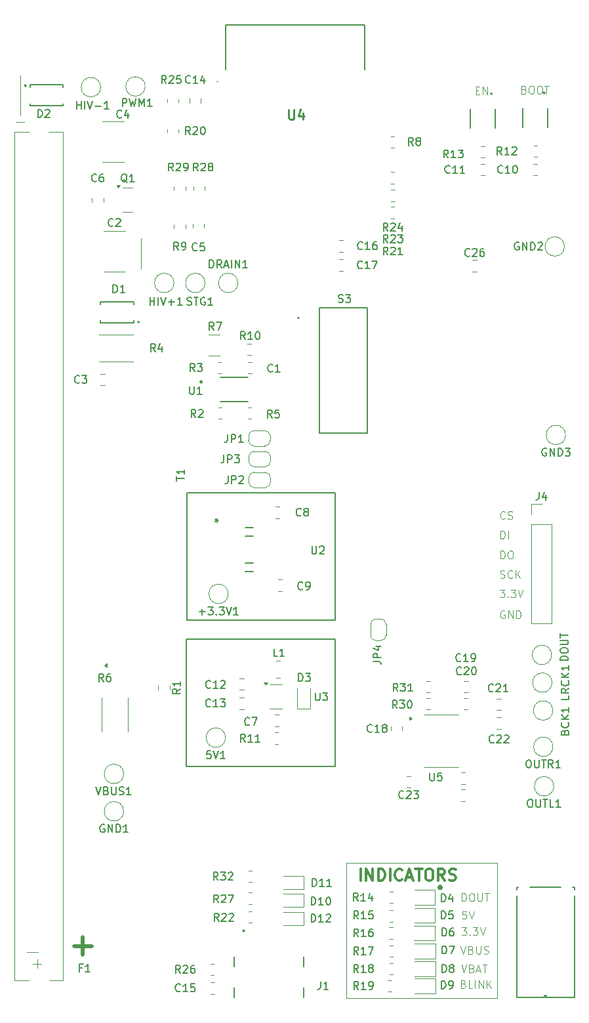
<source format=gbr>
%TF.GenerationSoftware,KiCad,Pcbnew,9.0.0*%
%TF.CreationDate,2025-04-11T15:06:13-04:00*%
%TF.ProjectId,Radiation3,52616469-6174-4696-9f6e-332e6b696361,rev?*%
%TF.SameCoordinates,Original*%
%TF.FileFunction,Legend,Top*%
%TF.FilePolarity,Positive*%
%FSLAX46Y46*%
G04 Gerber Fmt 4.6, Leading zero omitted, Abs format (unit mm)*
G04 Created by KiCad (PCBNEW 9.0.0) date 2025-04-11 15:06:13*
%MOMM*%
%LPD*%
G01*
G04 APERTURE LIST*
%ADD10C,0.500000*%
%ADD11C,0.200000*%
%ADD12C,0.100000*%
%ADD13C,0.366228*%
%ADD14C,0.300000*%
%ADD15C,0.125000*%
%ADD16C,0.150000*%
%ADD17C,0.254000*%
%ADD18C,0.120000*%
%ADD19C,0.152400*%
%ADD20C,0.127000*%
%ADD21C,0.250000*%
G04 APERTURE END LIST*
D10*
X47506767Y-180064000D02*
X45221053Y-180064000D01*
X46363910Y-181206857D02*
X46363910Y-178921142D01*
D11*
X78925000Y-156875000D02*
X59725000Y-156875000D01*
X59725000Y-140475000D01*
X78925000Y-140475000D01*
X78925000Y-156875000D01*
D12*
X99900000Y-186800000D02*
X99900000Y-169300000D01*
X80400000Y-169300000D02*
X80400000Y-186800000D01*
D11*
X78925000Y-137975000D02*
X59825000Y-137975000D01*
X59825000Y-121575000D01*
X78925000Y-121575000D01*
X78925000Y-137975000D01*
D12*
X80400000Y-186800000D02*
X99900000Y-186800000D01*
X38300000Y-67700000D02*
X38300000Y-72900000D01*
X53900000Y-88700000D02*
X53900000Y-92700000D01*
D13*
X92683114Y-172500000D02*
G75*
G02*
X92316886Y-172500000I-183114J0D01*
G01*
X92316886Y-172500000D02*
G75*
G02*
X92683114Y-172500000I183114J0D01*
G01*
D12*
X99900000Y-169300000D02*
X80400000Y-169300000D01*
X37722931Y-73739800D02*
X38865789Y-73739800D01*
X95303884Y-174272419D02*
X95303884Y-173272419D01*
X95303884Y-173272419D02*
X95541979Y-173272419D01*
X95541979Y-173272419D02*
X95684836Y-173320038D01*
X95684836Y-173320038D02*
X95780074Y-173415276D01*
X95780074Y-173415276D02*
X95827693Y-173510514D01*
X95827693Y-173510514D02*
X95875312Y-173700990D01*
X95875312Y-173700990D02*
X95875312Y-173843847D01*
X95875312Y-173843847D02*
X95827693Y-174034323D01*
X95827693Y-174034323D02*
X95780074Y-174129561D01*
X95780074Y-174129561D02*
X95684836Y-174224800D01*
X95684836Y-174224800D02*
X95541979Y-174272419D01*
X95541979Y-174272419D02*
X95303884Y-174272419D01*
X96494360Y-173272419D02*
X96684836Y-173272419D01*
X96684836Y-173272419D02*
X96780074Y-173320038D01*
X96780074Y-173320038D02*
X96875312Y-173415276D01*
X96875312Y-173415276D02*
X96922931Y-173605752D01*
X96922931Y-173605752D02*
X96922931Y-173939085D01*
X96922931Y-173939085D02*
X96875312Y-174129561D01*
X96875312Y-174129561D02*
X96780074Y-174224800D01*
X96780074Y-174224800D02*
X96684836Y-174272419D01*
X96684836Y-174272419D02*
X96494360Y-174272419D01*
X96494360Y-174272419D02*
X96399122Y-174224800D01*
X96399122Y-174224800D02*
X96303884Y-174129561D01*
X96303884Y-174129561D02*
X96256265Y-173939085D01*
X96256265Y-173939085D02*
X96256265Y-173605752D01*
X96256265Y-173605752D02*
X96303884Y-173415276D01*
X96303884Y-173415276D02*
X96399122Y-173320038D01*
X96399122Y-173320038D02*
X96494360Y-173272419D01*
X97351503Y-173272419D02*
X97351503Y-174081942D01*
X97351503Y-174081942D02*
X97399122Y-174177180D01*
X97399122Y-174177180D02*
X97446741Y-174224800D01*
X97446741Y-174224800D02*
X97541979Y-174272419D01*
X97541979Y-174272419D02*
X97732455Y-174272419D01*
X97732455Y-174272419D02*
X97827693Y-174224800D01*
X97827693Y-174224800D02*
X97875312Y-174177180D01*
X97875312Y-174177180D02*
X97922931Y-174081942D01*
X97922931Y-174081942D02*
X97922931Y-173272419D01*
X98256265Y-173272419D02*
X98827693Y-173272419D01*
X98541979Y-174272419D02*
X98541979Y-173272419D01*
X95261027Y-182472419D02*
X95594360Y-183472419D01*
X95594360Y-183472419D02*
X95927693Y-182472419D01*
X96594360Y-182948609D02*
X96737217Y-182996228D01*
X96737217Y-182996228D02*
X96784836Y-183043847D01*
X96784836Y-183043847D02*
X96832455Y-183139085D01*
X96832455Y-183139085D02*
X96832455Y-183281942D01*
X96832455Y-183281942D02*
X96784836Y-183377180D01*
X96784836Y-183377180D02*
X96737217Y-183424800D01*
X96737217Y-183424800D02*
X96641979Y-183472419D01*
X96641979Y-183472419D02*
X96261027Y-183472419D01*
X96261027Y-183472419D02*
X96261027Y-182472419D01*
X96261027Y-182472419D02*
X96594360Y-182472419D01*
X96594360Y-182472419D02*
X96689598Y-182520038D01*
X96689598Y-182520038D02*
X96737217Y-182567657D01*
X96737217Y-182567657D02*
X96784836Y-182662895D01*
X96784836Y-182662895D02*
X96784836Y-182758133D01*
X96784836Y-182758133D02*
X96737217Y-182853371D01*
X96737217Y-182853371D02*
X96689598Y-182900990D01*
X96689598Y-182900990D02*
X96594360Y-182948609D01*
X96594360Y-182948609D02*
X96261027Y-182948609D01*
X97213408Y-183186704D02*
X97689598Y-183186704D01*
X97118170Y-183472419D02*
X97451503Y-182472419D01*
X97451503Y-182472419D02*
X97784836Y-183472419D01*
X97975313Y-182472419D02*
X98546741Y-182472419D01*
X98261027Y-183472419D02*
X98261027Y-182472419D01*
X95161027Y-180072419D02*
X95494360Y-181072419D01*
X95494360Y-181072419D02*
X95827693Y-180072419D01*
X96494360Y-180548609D02*
X96637217Y-180596228D01*
X96637217Y-180596228D02*
X96684836Y-180643847D01*
X96684836Y-180643847D02*
X96732455Y-180739085D01*
X96732455Y-180739085D02*
X96732455Y-180881942D01*
X96732455Y-180881942D02*
X96684836Y-180977180D01*
X96684836Y-180977180D02*
X96637217Y-181024800D01*
X96637217Y-181024800D02*
X96541979Y-181072419D01*
X96541979Y-181072419D02*
X96161027Y-181072419D01*
X96161027Y-181072419D02*
X96161027Y-180072419D01*
X96161027Y-180072419D02*
X96494360Y-180072419D01*
X96494360Y-180072419D02*
X96589598Y-180120038D01*
X96589598Y-180120038D02*
X96637217Y-180167657D01*
X96637217Y-180167657D02*
X96684836Y-180262895D01*
X96684836Y-180262895D02*
X96684836Y-180358133D01*
X96684836Y-180358133D02*
X96637217Y-180453371D01*
X96637217Y-180453371D02*
X96589598Y-180500990D01*
X96589598Y-180500990D02*
X96494360Y-180548609D01*
X96494360Y-180548609D02*
X96161027Y-180548609D01*
X97161027Y-180072419D02*
X97161027Y-180881942D01*
X97161027Y-180881942D02*
X97208646Y-180977180D01*
X97208646Y-180977180D02*
X97256265Y-181024800D01*
X97256265Y-181024800D02*
X97351503Y-181072419D01*
X97351503Y-181072419D02*
X97541979Y-181072419D01*
X97541979Y-181072419D02*
X97637217Y-181024800D01*
X97637217Y-181024800D02*
X97684836Y-180977180D01*
X97684836Y-180977180D02*
X97732455Y-180881942D01*
X97732455Y-180881942D02*
X97732455Y-180072419D01*
X98161027Y-181024800D02*
X98303884Y-181072419D01*
X98303884Y-181072419D02*
X98541979Y-181072419D01*
X98541979Y-181072419D02*
X98637217Y-181024800D01*
X98637217Y-181024800D02*
X98684836Y-180977180D01*
X98684836Y-180977180D02*
X98732455Y-180881942D01*
X98732455Y-180881942D02*
X98732455Y-180786704D01*
X98732455Y-180786704D02*
X98684836Y-180691466D01*
X98684836Y-180691466D02*
X98637217Y-180643847D01*
X98637217Y-180643847D02*
X98541979Y-180596228D01*
X98541979Y-180596228D02*
X98351503Y-180548609D01*
X98351503Y-180548609D02*
X98256265Y-180500990D01*
X98256265Y-180500990D02*
X98208646Y-180453371D01*
X98208646Y-180453371D02*
X98161027Y-180358133D01*
X98161027Y-180358133D02*
X98161027Y-180262895D01*
X98161027Y-180262895D02*
X98208646Y-180167657D01*
X98208646Y-180167657D02*
X98256265Y-180120038D01*
X98256265Y-180120038D02*
X98351503Y-180072419D01*
X98351503Y-180072419D02*
X98589598Y-180072419D01*
X98589598Y-180072419D02*
X98732455Y-180120038D01*
D14*
X82254510Y-171600828D02*
X82254510Y-170100828D01*
X82968796Y-171600828D02*
X82968796Y-170100828D01*
X82968796Y-170100828D02*
X83825939Y-171600828D01*
X83825939Y-171600828D02*
X83825939Y-170100828D01*
X84540225Y-171600828D02*
X84540225Y-170100828D01*
X84540225Y-170100828D02*
X84897368Y-170100828D01*
X84897368Y-170100828D02*
X85111654Y-170172257D01*
X85111654Y-170172257D02*
X85254511Y-170315114D01*
X85254511Y-170315114D02*
X85325940Y-170457971D01*
X85325940Y-170457971D02*
X85397368Y-170743685D01*
X85397368Y-170743685D02*
X85397368Y-170957971D01*
X85397368Y-170957971D02*
X85325940Y-171243685D01*
X85325940Y-171243685D02*
X85254511Y-171386542D01*
X85254511Y-171386542D02*
X85111654Y-171529400D01*
X85111654Y-171529400D02*
X84897368Y-171600828D01*
X84897368Y-171600828D02*
X84540225Y-171600828D01*
X86040225Y-171600828D02*
X86040225Y-170100828D01*
X87611654Y-171457971D02*
X87540226Y-171529400D01*
X87540226Y-171529400D02*
X87325940Y-171600828D01*
X87325940Y-171600828D02*
X87183083Y-171600828D01*
X87183083Y-171600828D02*
X86968797Y-171529400D01*
X86968797Y-171529400D02*
X86825940Y-171386542D01*
X86825940Y-171386542D02*
X86754511Y-171243685D01*
X86754511Y-171243685D02*
X86683083Y-170957971D01*
X86683083Y-170957971D02*
X86683083Y-170743685D01*
X86683083Y-170743685D02*
X86754511Y-170457971D01*
X86754511Y-170457971D02*
X86825940Y-170315114D01*
X86825940Y-170315114D02*
X86968797Y-170172257D01*
X86968797Y-170172257D02*
X87183083Y-170100828D01*
X87183083Y-170100828D02*
X87325940Y-170100828D01*
X87325940Y-170100828D02*
X87540226Y-170172257D01*
X87540226Y-170172257D02*
X87611654Y-170243685D01*
X88183083Y-171172257D02*
X88897369Y-171172257D01*
X88040226Y-171600828D02*
X88540226Y-170100828D01*
X88540226Y-170100828D02*
X89040226Y-171600828D01*
X89325940Y-170100828D02*
X90183083Y-170100828D01*
X89754511Y-171600828D02*
X89754511Y-170100828D01*
X90968797Y-170100828D02*
X91254511Y-170100828D01*
X91254511Y-170100828D02*
X91397368Y-170172257D01*
X91397368Y-170172257D02*
X91540225Y-170315114D01*
X91540225Y-170315114D02*
X91611654Y-170600828D01*
X91611654Y-170600828D02*
X91611654Y-171100828D01*
X91611654Y-171100828D02*
X91540225Y-171386542D01*
X91540225Y-171386542D02*
X91397368Y-171529400D01*
X91397368Y-171529400D02*
X91254511Y-171600828D01*
X91254511Y-171600828D02*
X90968797Y-171600828D01*
X90968797Y-171600828D02*
X90825940Y-171529400D01*
X90825940Y-171529400D02*
X90683082Y-171386542D01*
X90683082Y-171386542D02*
X90611654Y-171100828D01*
X90611654Y-171100828D02*
X90611654Y-170600828D01*
X90611654Y-170600828D02*
X90683082Y-170315114D01*
X90683082Y-170315114D02*
X90825940Y-170172257D01*
X90825940Y-170172257D02*
X90968797Y-170100828D01*
X93111654Y-171600828D02*
X92611654Y-170886542D01*
X92254511Y-171600828D02*
X92254511Y-170100828D01*
X92254511Y-170100828D02*
X92825940Y-170100828D01*
X92825940Y-170100828D02*
X92968797Y-170172257D01*
X92968797Y-170172257D02*
X93040226Y-170243685D01*
X93040226Y-170243685D02*
X93111654Y-170386542D01*
X93111654Y-170386542D02*
X93111654Y-170600828D01*
X93111654Y-170600828D02*
X93040226Y-170743685D01*
X93040226Y-170743685D02*
X92968797Y-170815114D01*
X92968797Y-170815114D02*
X92825940Y-170886542D01*
X92825940Y-170886542D02*
X92254511Y-170886542D01*
X93683083Y-171529400D02*
X93897369Y-171600828D01*
X93897369Y-171600828D02*
X94254511Y-171600828D01*
X94254511Y-171600828D02*
X94397369Y-171529400D01*
X94397369Y-171529400D02*
X94468797Y-171457971D01*
X94468797Y-171457971D02*
X94540226Y-171315114D01*
X94540226Y-171315114D02*
X94540226Y-171172257D01*
X94540226Y-171172257D02*
X94468797Y-171029400D01*
X94468797Y-171029400D02*
X94397369Y-170957971D01*
X94397369Y-170957971D02*
X94254511Y-170886542D01*
X94254511Y-170886542D02*
X93968797Y-170815114D01*
X93968797Y-170815114D02*
X93825940Y-170743685D01*
X93825940Y-170743685D02*
X93754511Y-170672257D01*
X93754511Y-170672257D02*
X93683083Y-170529400D01*
X93683083Y-170529400D02*
X93683083Y-170386542D01*
X93683083Y-170386542D02*
X93754511Y-170243685D01*
X93754511Y-170243685D02*
X93825940Y-170172257D01*
X93825940Y-170172257D02*
X93968797Y-170100828D01*
X93968797Y-170100828D02*
X94325940Y-170100828D01*
X94325940Y-170100828D02*
X94540226Y-170172257D01*
D12*
X100208646Y-134072419D02*
X100827693Y-134072419D01*
X100827693Y-134072419D02*
X100494360Y-134453371D01*
X100494360Y-134453371D02*
X100637217Y-134453371D01*
X100637217Y-134453371D02*
X100732455Y-134500990D01*
X100732455Y-134500990D02*
X100780074Y-134548609D01*
X100780074Y-134548609D02*
X100827693Y-134643847D01*
X100827693Y-134643847D02*
X100827693Y-134881942D01*
X100827693Y-134881942D02*
X100780074Y-134977180D01*
X100780074Y-134977180D02*
X100732455Y-135024800D01*
X100732455Y-135024800D02*
X100637217Y-135072419D01*
X100637217Y-135072419D02*
X100351503Y-135072419D01*
X100351503Y-135072419D02*
X100256265Y-135024800D01*
X100256265Y-135024800D02*
X100208646Y-134977180D01*
X101256265Y-134977180D02*
X101303884Y-135024800D01*
X101303884Y-135024800D02*
X101256265Y-135072419D01*
X101256265Y-135072419D02*
X101208646Y-135024800D01*
X101208646Y-135024800D02*
X101256265Y-134977180D01*
X101256265Y-134977180D02*
X101256265Y-135072419D01*
X101637217Y-134072419D02*
X102256264Y-134072419D01*
X102256264Y-134072419D02*
X101922931Y-134453371D01*
X101922931Y-134453371D02*
X102065788Y-134453371D01*
X102065788Y-134453371D02*
X102161026Y-134500990D01*
X102161026Y-134500990D02*
X102208645Y-134548609D01*
X102208645Y-134548609D02*
X102256264Y-134643847D01*
X102256264Y-134643847D02*
X102256264Y-134881942D01*
X102256264Y-134881942D02*
X102208645Y-134977180D01*
X102208645Y-134977180D02*
X102161026Y-135024800D01*
X102161026Y-135024800D02*
X102065788Y-135072419D01*
X102065788Y-135072419D02*
X101780074Y-135072419D01*
X101780074Y-135072419D02*
X101684836Y-135024800D01*
X101684836Y-135024800D02*
X101637217Y-134977180D01*
X102541979Y-134072419D02*
X102875312Y-135072419D01*
X102875312Y-135072419D02*
X103208645Y-134072419D01*
X39922931Y-182339800D02*
X41065789Y-182339800D01*
X40494360Y-182911228D02*
X40494360Y-181768371D01*
D15*
X97120331Y-69647309D02*
X97453664Y-69647309D01*
X97596521Y-70171119D02*
X97120331Y-70171119D01*
X97120331Y-70171119D02*
X97120331Y-69171119D01*
X97120331Y-69171119D02*
X97596521Y-69171119D01*
X98025093Y-70171119D02*
X98025093Y-69171119D01*
X98025093Y-69171119D02*
X98596521Y-70171119D01*
X98596521Y-70171119D02*
X98596521Y-69171119D01*
D12*
X95880074Y-175572419D02*
X95403884Y-175572419D01*
X95403884Y-175572419D02*
X95356265Y-176048609D01*
X95356265Y-176048609D02*
X95403884Y-176000990D01*
X95403884Y-176000990D02*
X95499122Y-175953371D01*
X95499122Y-175953371D02*
X95737217Y-175953371D01*
X95737217Y-175953371D02*
X95832455Y-176000990D01*
X95832455Y-176000990D02*
X95880074Y-176048609D01*
X95880074Y-176048609D02*
X95927693Y-176143847D01*
X95927693Y-176143847D02*
X95927693Y-176381942D01*
X95927693Y-176381942D02*
X95880074Y-176477180D01*
X95880074Y-176477180D02*
X95832455Y-176524800D01*
X95832455Y-176524800D02*
X95737217Y-176572419D01*
X95737217Y-176572419D02*
X95499122Y-176572419D01*
X95499122Y-176572419D02*
X95403884Y-176524800D01*
X95403884Y-176524800D02*
X95356265Y-176477180D01*
X96213408Y-175572419D02*
X96546741Y-176572419D01*
X96546741Y-176572419D02*
X96880074Y-175572419D01*
X100827693Y-136820038D02*
X100732455Y-136772419D01*
X100732455Y-136772419D02*
X100589598Y-136772419D01*
X100589598Y-136772419D02*
X100446741Y-136820038D01*
X100446741Y-136820038D02*
X100351503Y-136915276D01*
X100351503Y-136915276D02*
X100303884Y-137010514D01*
X100303884Y-137010514D02*
X100256265Y-137200990D01*
X100256265Y-137200990D02*
X100256265Y-137343847D01*
X100256265Y-137343847D02*
X100303884Y-137534323D01*
X100303884Y-137534323D02*
X100351503Y-137629561D01*
X100351503Y-137629561D02*
X100446741Y-137724800D01*
X100446741Y-137724800D02*
X100589598Y-137772419D01*
X100589598Y-137772419D02*
X100684836Y-137772419D01*
X100684836Y-137772419D02*
X100827693Y-137724800D01*
X100827693Y-137724800D02*
X100875312Y-137677180D01*
X100875312Y-137677180D02*
X100875312Y-137343847D01*
X100875312Y-137343847D02*
X100684836Y-137343847D01*
X101303884Y-137772419D02*
X101303884Y-136772419D01*
X101303884Y-136772419D02*
X101875312Y-137772419D01*
X101875312Y-137772419D02*
X101875312Y-136772419D01*
X102351503Y-137772419D02*
X102351503Y-136772419D01*
X102351503Y-136772419D02*
X102589598Y-136772419D01*
X102589598Y-136772419D02*
X102732455Y-136820038D01*
X102732455Y-136820038D02*
X102827693Y-136915276D01*
X102827693Y-136915276D02*
X102875312Y-137010514D01*
X102875312Y-137010514D02*
X102922931Y-137200990D01*
X102922931Y-137200990D02*
X102922931Y-137343847D01*
X102922931Y-137343847D02*
X102875312Y-137534323D01*
X102875312Y-137534323D02*
X102827693Y-137629561D01*
X102827693Y-137629561D02*
X102732455Y-137724800D01*
X102732455Y-137724800D02*
X102589598Y-137772419D01*
X102589598Y-137772419D02*
X102351503Y-137772419D01*
X100875312Y-124877180D02*
X100827693Y-124924800D01*
X100827693Y-124924800D02*
X100684836Y-124972419D01*
X100684836Y-124972419D02*
X100589598Y-124972419D01*
X100589598Y-124972419D02*
X100446741Y-124924800D01*
X100446741Y-124924800D02*
X100351503Y-124829561D01*
X100351503Y-124829561D02*
X100303884Y-124734323D01*
X100303884Y-124734323D02*
X100256265Y-124543847D01*
X100256265Y-124543847D02*
X100256265Y-124400990D01*
X100256265Y-124400990D02*
X100303884Y-124210514D01*
X100303884Y-124210514D02*
X100351503Y-124115276D01*
X100351503Y-124115276D02*
X100446741Y-124020038D01*
X100446741Y-124020038D02*
X100589598Y-123972419D01*
X100589598Y-123972419D02*
X100684836Y-123972419D01*
X100684836Y-123972419D02*
X100827693Y-124020038D01*
X100827693Y-124020038D02*
X100875312Y-124067657D01*
X101256265Y-124924800D02*
X101399122Y-124972419D01*
X101399122Y-124972419D02*
X101637217Y-124972419D01*
X101637217Y-124972419D02*
X101732455Y-124924800D01*
X101732455Y-124924800D02*
X101780074Y-124877180D01*
X101780074Y-124877180D02*
X101827693Y-124781942D01*
X101827693Y-124781942D02*
X101827693Y-124686704D01*
X101827693Y-124686704D02*
X101780074Y-124591466D01*
X101780074Y-124591466D02*
X101732455Y-124543847D01*
X101732455Y-124543847D02*
X101637217Y-124496228D01*
X101637217Y-124496228D02*
X101446741Y-124448609D01*
X101446741Y-124448609D02*
X101351503Y-124400990D01*
X101351503Y-124400990D02*
X101303884Y-124353371D01*
X101303884Y-124353371D02*
X101256265Y-124258133D01*
X101256265Y-124258133D02*
X101256265Y-124162895D01*
X101256265Y-124162895D02*
X101303884Y-124067657D01*
X101303884Y-124067657D02*
X101351503Y-124020038D01*
X101351503Y-124020038D02*
X101446741Y-123972419D01*
X101446741Y-123972419D02*
X101684836Y-123972419D01*
X101684836Y-123972419D02*
X101827693Y-124020038D01*
X100303884Y-127472419D02*
X100303884Y-126472419D01*
X100303884Y-126472419D02*
X100541979Y-126472419D01*
X100541979Y-126472419D02*
X100684836Y-126520038D01*
X100684836Y-126520038D02*
X100780074Y-126615276D01*
X100780074Y-126615276D02*
X100827693Y-126710514D01*
X100827693Y-126710514D02*
X100875312Y-126900990D01*
X100875312Y-126900990D02*
X100875312Y-127043847D01*
X100875312Y-127043847D02*
X100827693Y-127234323D01*
X100827693Y-127234323D02*
X100780074Y-127329561D01*
X100780074Y-127329561D02*
X100684836Y-127424800D01*
X100684836Y-127424800D02*
X100541979Y-127472419D01*
X100541979Y-127472419D02*
X100303884Y-127472419D01*
X101303884Y-127472419D02*
X101303884Y-126472419D01*
D15*
X103353664Y-69547309D02*
X103496521Y-69594928D01*
X103496521Y-69594928D02*
X103544140Y-69642547D01*
X103544140Y-69642547D02*
X103591759Y-69737785D01*
X103591759Y-69737785D02*
X103591759Y-69880642D01*
X103591759Y-69880642D02*
X103544140Y-69975880D01*
X103544140Y-69975880D02*
X103496521Y-70023500D01*
X103496521Y-70023500D02*
X103401283Y-70071119D01*
X103401283Y-70071119D02*
X103020331Y-70071119D01*
X103020331Y-70071119D02*
X103020331Y-69071119D01*
X103020331Y-69071119D02*
X103353664Y-69071119D01*
X103353664Y-69071119D02*
X103448902Y-69118738D01*
X103448902Y-69118738D02*
X103496521Y-69166357D01*
X103496521Y-69166357D02*
X103544140Y-69261595D01*
X103544140Y-69261595D02*
X103544140Y-69356833D01*
X103544140Y-69356833D02*
X103496521Y-69452071D01*
X103496521Y-69452071D02*
X103448902Y-69499690D01*
X103448902Y-69499690D02*
X103353664Y-69547309D01*
X103353664Y-69547309D02*
X103020331Y-69547309D01*
X104210807Y-69071119D02*
X104401283Y-69071119D01*
X104401283Y-69071119D02*
X104496521Y-69118738D01*
X104496521Y-69118738D02*
X104591759Y-69213976D01*
X104591759Y-69213976D02*
X104639378Y-69404452D01*
X104639378Y-69404452D02*
X104639378Y-69737785D01*
X104639378Y-69737785D02*
X104591759Y-69928261D01*
X104591759Y-69928261D02*
X104496521Y-70023500D01*
X104496521Y-70023500D02*
X104401283Y-70071119D01*
X104401283Y-70071119D02*
X104210807Y-70071119D01*
X104210807Y-70071119D02*
X104115569Y-70023500D01*
X104115569Y-70023500D02*
X104020331Y-69928261D01*
X104020331Y-69928261D02*
X103972712Y-69737785D01*
X103972712Y-69737785D02*
X103972712Y-69404452D01*
X103972712Y-69404452D02*
X104020331Y-69213976D01*
X104020331Y-69213976D02*
X104115569Y-69118738D01*
X104115569Y-69118738D02*
X104210807Y-69071119D01*
X105258426Y-69071119D02*
X105448902Y-69071119D01*
X105448902Y-69071119D02*
X105544140Y-69118738D01*
X105544140Y-69118738D02*
X105639378Y-69213976D01*
X105639378Y-69213976D02*
X105686997Y-69404452D01*
X105686997Y-69404452D02*
X105686997Y-69737785D01*
X105686997Y-69737785D02*
X105639378Y-69928261D01*
X105639378Y-69928261D02*
X105544140Y-70023500D01*
X105544140Y-70023500D02*
X105448902Y-70071119D01*
X105448902Y-70071119D02*
X105258426Y-70071119D01*
X105258426Y-70071119D02*
X105163188Y-70023500D01*
X105163188Y-70023500D02*
X105067950Y-69928261D01*
X105067950Y-69928261D02*
X105020331Y-69737785D01*
X105020331Y-69737785D02*
X105020331Y-69404452D01*
X105020331Y-69404452D02*
X105067950Y-69213976D01*
X105067950Y-69213976D02*
X105163188Y-69118738D01*
X105163188Y-69118738D02*
X105258426Y-69071119D01*
X105972712Y-69071119D02*
X106544140Y-69071119D01*
X106258426Y-70071119D02*
X106258426Y-69071119D01*
D12*
X100256265Y-132524800D02*
X100399122Y-132572419D01*
X100399122Y-132572419D02*
X100637217Y-132572419D01*
X100637217Y-132572419D02*
X100732455Y-132524800D01*
X100732455Y-132524800D02*
X100780074Y-132477180D01*
X100780074Y-132477180D02*
X100827693Y-132381942D01*
X100827693Y-132381942D02*
X100827693Y-132286704D01*
X100827693Y-132286704D02*
X100780074Y-132191466D01*
X100780074Y-132191466D02*
X100732455Y-132143847D01*
X100732455Y-132143847D02*
X100637217Y-132096228D01*
X100637217Y-132096228D02*
X100446741Y-132048609D01*
X100446741Y-132048609D02*
X100351503Y-132000990D01*
X100351503Y-132000990D02*
X100303884Y-131953371D01*
X100303884Y-131953371D02*
X100256265Y-131858133D01*
X100256265Y-131858133D02*
X100256265Y-131762895D01*
X100256265Y-131762895D02*
X100303884Y-131667657D01*
X100303884Y-131667657D02*
X100351503Y-131620038D01*
X100351503Y-131620038D02*
X100446741Y-131572419D01*
X100446741Y-131572419D02*
X100684836Y-131572419D01*
X100684836Y-131572419D02*
X100827693Y-131620038D01*
X101827693Y-132477180D02*
X101780074Y-132524800D01*
X101780074Y-132524800D02*
X101637217Y-132572419D01*
X101637217Y-132572419D02*
X101541979Y-132572419D01*
X101541979Y-132572419D02*
X101399122Y-132524800D01*
X101399122Y-132524800D02*
X101303884Y-132429561D01*
X101303884Y-132429561D02*
X101256265Y-132334323D01*
X101256265Y-132334323D02*
X101208646Y-132143847D01*
X101208646Y-132143847D02*
X101208646Y-132000990D01*
X101208646Y-132000990D02*
X101256265Y-131810514D01*
X101256265Y-131810514D02*
X101303884Y-131715276D01*
X101303884Y-131715276D02*
X101399122Y-131620038D01*
X101399122Y-131620038D02*
X101541979Y-131572419D01*
X101541979Y-131572419D02*
X101637217Y-131572419D01*
X101637217Y-131572419D02*
X101780074Y-131620038D01*
X101780074Y-131620038D02*
X101827693Y-131667657D01*
X102256265Y-132572419D02*
X102256265Y-131572419D01*
X102827693Y-132572419D02*
X102399122Y-132000990D01*
X102827693Y-131572419D02*
X102256265Y-132143847D01*
X95537217Y-184948609D02*
X95680074Y-184996228D01*
X95680074Y-184996228D02*
X95727693Y-185043847D01*
X95727693Y-185043847D02*
X95775312Y-185139085D01*
X95775312Y-185139085D02*
X95775312Y-185281942D01*
X95775312Y-185281942D02*
X95727693Y-185377180D01*
X95727693Y-185377180D02*
X95680074Y-185424800D01*
X95680074Y-185424800D02*
X95584836Y-185472419D01*
X95584836Y-185472419D02*
X95203884Y-185472419D01*
X95203884Y-185472419D02*
X95203884Y-184472419D01*
X95203884Y-184472419D02*
X95537217Y-184472419D01*
X95537217Y-184472419D02*
X95632455Y-184520038D01*
X95632455Y-184520038D02*
X95680074Y-184567657D01*
X95680074Y-184567657D02*
X95727693Y-184662895D01*
X95727693Y-184662895D02*
X95727693Y-184758133D01*
X95727693Y-184758133D02*
X95680074Y-184853371D01*
X95680074Y-184853371D02*
X95632455Y-184900990D01*
X95632455Y-184900990D02*
X95537217Y-184948609D01*
X95537217Y-184948609D02*
X95203884Y-184948609D01*
X96680074Y-185472419D02*
X96203884Y-185472419D01*
X96203884Y-185472419D02*
X96203884Y-184472419D01*
X97013408Y-185472419D02*
X97013408Y-184472419D01*
X97489598Y-185472419D02*
X97489598Y-184472419D01*
X97489598Y-184472419D02*
X98061026Y-185472419D01*
X98061026Y-185472419D02*
X98061026Y-184472419D01*
X98537217Y-185472419D02*
X98537217Y-184472419D01*
X99108645Y-185472419D02*
X98680074Y-184900990D01*
X99108645Y-184472419D02*
X98537217Y-185043847D01*
D16*
X109029819Y-143215475D02*
X108029819Y-143215475D01*
X108029819Y-143215475D02*
X108029819Y-142977380D01*
X108029819Y-142977380D02*
X108077438Y-142834523D01*
X108077438Y-142834523D02*
X108172676Y-142739285D01*
X108172676Y-142739285D02*
X108267914Y-142691666D01*
X108267914Y-142691666D02*
X108458390Y-142644047D01*
X108458390Y-142644047D02*
X108601247Y-142644047D01*
X108601247Y-142644047D02*
X108791723Y-142691666D01*
X108791723Y-142691666D02*
X108886961Y-142739285D01*
X108886961Y-142739285D02*
X108982200Y-142834523D01*
X108982200Y-142834523D02*
X109029819Y-142977380D01*
X109029819Y-142977380D02*
X109029819Y-143215475D01*
X108029819Y-142024999D02*
X108029819Y-141834523D01*
X108029819Y-141834523D02*
X108077438Y-141739285D01*
X108077438Y-141739285D02*
X108172676Y-141644047D01*
X108172676Y-141644047D02*
X108363152Y-141596428D01*
X108363152Y-141596428D02*
X108696485Y-141596428D01*
X108696485Y-141596428D02*
X108886961Y-141644047D01*
X108886961Y-141644047D02*
X108982200Y-141739285D01*
X108982200Y-141739285D02*
X109029819Y-141834523D01*
X109029819Y-141834523D02*
X109029819Y-142024999D01*
X109029819Y-142024999D02*
X108982200Y-142120237D01*
X108982200Y-142120237D02*
X108886961Y-142215475D01*
X108886961Y-142215475D02*
X108696485Y-142263094D01*
X108696485Y-142263094D02*
X108363152Y-142263094D01*
X108363152Y-142263094D02*
X108172676Y-142215475D01*
X108172676Y-142215475D02*
X108077438Y-142120237D01*
X108077438Y-142120237D02*
X108029819Y-142024999D01*
X108029819Y-141167856D02*
X108839342Y-141167856D01*
X108839342Y-141167856D02*
X108934580Y-141120237D01*
X108934580Y-141120237D02*
X108982200Y-141072618D01*
X108982200Y-141072618D02*
X109029819Y-140977380D01*
X109029819Y-140977380D02*
X109029819Y-140786904D01*
X109029819Y-140786904D02*
X108982200Y-140691666D01*
X108982200Y-140691666D02*
X108934580Y-140644047D01*
X108934580Y-140644047D02*
X108839342Y-140596428D01*
X108839342Y-140596428D02*
X108029819Y-140596428D01*
X108029819Y-140263094D02*
X108029819Y-139691666D01*
X109029819Y-139977380D02*
X108029819Y-139977380D01*
D12*
X100303884Y-130072419D02*
X100303884Y-129072419D01*
X100303884Y-129072419D02*
X100541979Y-129072419D01*
X100541979Y-129072419D02*
X100684836Y-129120038D01*
X100684836Y-129120038D02*
X100780074Y-129215276D01*
X100780074Y-129215276D02*
X100827693Y-129310514D01*
X100827693Y-129310514D02*
X100875312Y-129500990D01*
X100875312Y-129500990D02*
X100875312Y-129643847D01*
X100875312Y-129643847D02*
X100827693Y-129834323D01*
X100827693Y-129834323D02*
X100780074Y-129929561D01*
X100780074Y-129929561D02*
X100684836Y-130024800D01*
X100684836Y-130024800D02*
X100541979Y-130072419D01*
X100541979Y-130072419D02*
X100303884Y-130072419D01*
X101494360Y-129072419D02*
X101684836Y-129072419D01*
X101684836Y-129072419D02*
X101780074Y-129120038D01*
X101780074Y-129120038D02*
X101875312Y-129215276D01*
X101875312Y-129215276D02*
X101922931Y-129405752D01*
X101922931Y-129405752D02*
X101922931Y-129739085D01*
X101922931Y-129739085D02*
X101875312Y-129929561D01*
X101875312Y-129929561D02*
X101780074Y-130024800D01*
X101780074Y-130024800D02*
X101684836Y-130072419D01*
X101684836Y-130072419D02*
X101494360Y-130072419D01*
X101494360Y-130072419D02*
X101399122Y-130024800D01*
X101399122Y-130024800D02*
X101303884Y-129929561D01*
X101303884Y-129929561D02*
X101256265Y-129739085D01*
X101256265Y-129739085D02*
X101256265Y-129405752D01*
X101256265Y-129405752D02*
X101303884Y-129215276D01*
X101303884Y-129215276D02*
X101399122Y-129120038D01*
X101399122Y-129120038D02*
X101494360Y-129072419D01*
X95308646Y-177672419D02*
X95927693Y-177672419D01*
X95927693Y-177672419D02*
X95594360Y-178053371D01*
X95594360Y-178053371D02*
X95737217Y-178053371D01*
X95737217Y-178053371D02*
X95832455Y-178100990D01*
X95832455Y-178100990D02*
X95880074Y-178148609D01*
X95880074Y-178148609D02*
X95927693Y-178243847D01*
X95927693Y-178243847D02*
X95927693Y-178481942D01*
X95927693Y-178481942D02*
X95880074Y-178577180D01*
X95880074Y-178577180D02*
X95832455Y-178624800D01*
X95832455Y-178624800D02*
X95737217Y-178672419D01*
X95737217Y-178672419D02*
X95451503Y-178672419D01*
X95451503Y-178672419D02*
X95356265Y-178624800D01*
X95356265Y-178624800D02*
X95308646Y-178577180D01*
X96356265Y-178577180D02*
X96403884Y-178624800D01*
X96403884Y-178624800D02*
X96356265Y-178672419D01*
X96356265Y-178672419D02*
X96308646Y-178624800D01*
X96308646Y-178624800D02*
X96356265Y-178577180D01*
X96356265Y-178577180D02*
X96356265Y-178672419D01*
X96737217Y-177672419D02*
X97356264Y-177672419D01*
X97356264Y-177672419D02*
X97022931Y-178053371D01*
X97022931Y-178053371D02*
X97165788Y-178053371D01*
X97165788Y-178053371D02*
X97261026Y-178100990D01*
X97261026Y-178100990D02*
X97308645Y-178148609D01*
X97308645Y-178148609D02*
X97356264Y-178243847D01*
X97356264Y-178243847D02*
X97356264Y-178481942D01*
X97356264Y-178481942D02*
X97308645Y-178577180D01*
X97308645Y-178577180D02*
X97261026Y-178624800D01*
X97261026Y-178624800D02*
X97165788Y-178672419D01*
X97165788Y-178672419D02*
X96880074Y-178672419D01*
X96880074Y-178672419D02*
X96784836Y-178624800D01*
X96784836Y-178624800D02*
X96737217Y-178577180D01*
X97641979Y-177672419D02*
X97975312Y-178672419D01*
X97975312Y-178672419D02*
X98308645Y-177672419D01*
D16*
X60858333Y-105914819D02*
X60525000Y-105438628D01*
X60286905Y-105914819D02*
X60286905Y-104914819D01*
X60286905Y-104914819D02*
X60667857Y-104914819D01*
X60667857Y-104914819D02*
X60763095Y-104962438D01*
X60763095Y-104962438D02*
X60810714Y-105010057D01*
X60810714Y-105010057D02*
X60858333Y-105105295D01*
X60858333Y-105105295D02*
X60858333Y-105248152D01*
X60858333Y-105248152D02*
X60810714Y-105343390D01*
X60810714Y-105343390D02*
X60763095Y-105391009D01*
X60763095Y-105391009D02*
X60667857Y-105438628D01*
X60667857Y-105438628D02*
X60286905Y-105438628D01*
X61191667Y-104914819D02*
X61810714Y-104914819D01*
X61810714Y-104914819D02*
X61477381Y-105295771D01*
X61477381Y-105295771D02*
X61620238Y-105295771D01*
X61620238Y-105295771D02*
X61715476Y-105343390D01*
X61715476Y-105343390D02*
X61763095Y-105391009D01*
X61763095Y-105391009D02*
X61810714Y-105486247D01*
X61810714Y-105486247D02*
X61810714Y-105724342D01*
X61810714Y-105724342D02*
X61763095Y-105819580D01*
X61763095Y-105819580D02*
X61715476Y-105867200D01*
X61715476Y-105867200D02*
X61620238Y-105914819D01*
X61620238Y-105914819D02*
X61334524Y-105914819D01*
X61334524Y-105914819D02*
X61239286Y-105867200D01*
X61239286Y-105867200D02*
X61191667Y-105819580D01*
X86944642Y-149379819D02*
X86611309Y-148903628D01*
X86373214Y-149379819D02*
X86373214Y-148379819D01*
X86373214Y-148379819D02*
X86754166Y-148379819D01*
X86754166Y-148379819D02*
X86849404Y-148427438D01*
X86849404Y-148427438D02*
X86897023Y-148475057D01*
X86897023Y-148475057D02*
X86944642Y-148570295D01*
X86944642Y-148570295D02*
X86944642Y-148713152D01*
X86944642Y-148713152D02*
X86897023Y-148808390D01*
X86897023Y-148808390D02*
X86849404Y-148856009D01*
X86849404Y-148856009D02*
X86754166Y-148903628D01*
X86754166Y-148903628D02*
X86373214Y-148903628D01*
X87277976Y-148379819D02*
X87897023Y-148379819D01*
X87897023Y-148379819D02*
X87563690Y-148760771D01*
X87563690Y-148760771D02*
X87706547Y-148760771D01*
X87706547Y-148760771D02*
X87801785Y-148808390D01*
X87801785Y-148808390D02*
X87849404Y-148856009D01*
X87849404Y-148856009D02*
X87897023Y-148951247D01*
X87897023Y-148951247D02*
X87897023Y-149189342D01*
X87897023Y-149189342D02*
X87849404Y-149284580D01*
X87849404Y-149284580D02*
X87801785Y-149332200D01*
X87801785Y-149332200D02*
X87706547Y-149379819D01*
X87706547Y-149379819D02*
X87420833Y-149379819D01*
X87420833Y-149379819D02*
X87325595Y-149332200D01*
X87325595Y-149332200D02*
X87277976Y-149284580D01*
X88516071Y-148379819D02*
X88611309Y-148379819D01*
X88611309Y-148379819D02*
X88706547Y-148427438D01*
X88706547Y-148427438D02*
X88754166Y-148475057D01*
X88754166Y-148475057D02*
X88801785Y-148570295D01*
X88801785Y-148570295D02*
X88849404Y-148760771D01*
X88849404Y-148760771D02*
X88849404Y-148998866D01*
X88849404Y-148998866D02*
X88801785Y-149189342D01*
X88801785Y-149189342D02*
X88754166Y-149284580D01*
X88754166Y-149284580D02*
X88706547Y-149332200D01*
X88706547Y-149332200D02*
X88611309Y-149379819D01*
X88611309Y-149379819D02*
X88516071Y-149379819D01*
X88516071Y-149379819D02*
X88420833Y-149332200D01*
X88420833Y-149332200D02*
X88373214Y-149284580D01*
X88373214Y-149284580D02*
X88325595Y-149189342D01*
X88325595Y-149189342D02*
X88277976Y-148998866D01*
X88277976Y-148998866D02*
X88277976Y-148760771D01*
X88277976Y-148760771D02*
X88325595Y-148570295D01*
X88325595Y-148570295D02*
X88373214Y-148475057D01*
X88373214Y-148475057D02*
X88420833Y-148427438D01*
X88420833Y-148427438D02*
X88516071Y-148379819D01*
X104044047Y-161154819D02*
X104234523Y-161154819D01*
X104234523Y-161154819D02*
X104329761Y-161202438D01*
X104329761Y-161202438D02*
X104424999Y-161297676D01*
X104424999Y-161297676D02*
X104472618Y-161488152D01*
X104472618Y-161488152D02*
X104472618Y-161821485D01*
X104472618Y-161821485D02*
X104424999Y-162011961D01*
X104424999Y-162011961D02*
X104329761Y-162107200D01*
X104329761Y-162107200D02*
X104234523Y-162154819D01*
X104234523Y-162154819D02*
X104044047Y-162154819D01*
X104044047Y-162154819D02*
X103948809Y-162107200D01*
X103948809Y-162107200D02*
X103853571Y-162011961D01*
X103853571Y-162011961D02*
X103805952Y-161821485D01*
X103805952Y-161821485D02*
X103805952Y-161488152D01*
X103805952Y-161488152D02*
X103853571Y-161297676D01*
X103853571Y-161297676D02*
X103948809Y-161202438D01*
X103948809Y-161202438D02*
X104044047Y-161154819D01*
X104901190Y-161154819D02*
X104901190Y-161964342D01*
X104901190Y-161964342D02*
X104948809Y-162059580D01*
X104948809Y-162059580D02*
X104996428Y-162107200D01*
X104996428Y-162107200D02*
X105091666Y-162154819D01*
X105091666Y-162154819D02*
X105282142Y-162154819D01*
X105282142Y-162154819D02*
X105377380Y-162107200D01*
X105377380Y-162107200D02*
X105424999Y-162059580D01*
X105424999Y-162059580D02*
X105472618Y-161964342D01*
X105472618Y-161964342D02*
X105472618Y-161154819D01*
X105805952Y-161154819D02*
X106377380Y-161154819D01*
X106091666Y-162154819D02*
X106091666Y-161154819D01*
X107186904Y-162154819D02*
X106710714Y-162154819D01*
X106710714Y-162154819D02*
X106710714Y-161154819D01*
X108044047Y-162154819D02*
X107472619Y-162154819D01*
X107758333Y-162154819D02*
X107758333Y-161154819D01*
X107758333Y-161154819D02*
X107663095Y-161297676D01*
X107663095Y-161297676D02*
X107567857Y-161392914D01*
X107567857Y-161392914D02*
X107472619Y-161440533D01*
X82457142Y-92559580D02*
X82409523Y-92607200D01*
X82409523Y-92607200D02*
X82266666Y-92654819D01*
X82266666Y-92654819D02*
X82171428Y-92654819D01*
X82171428Y-92654819D02*
X82028571Y-92607200D01*
X82028571Y-92607200D02*
X81933333Y-92511961D01*
X81933333Y-92511961D02*
X81885714Y-92416723D01*
X81885714Y-92416723D02*
X81838095Y-92226247D01*
X81838095Y-92226247D02*
X81838095Y-92083390D01*
X81838095Y-92083390D02*
X81885714Y-91892914D01*
X81885714Y-91892914D02*
X81933333Y-91797676D01*
X81933333Y-91797676D02*
X82028571Y-91702438D01*
X82028571Y-91702438D02*
X82171428Y-91654819D01*
X82171428Y-91654819D02*
X82266666Y-91654819D01*
X82266666Y-91654819D02*
X82409523Y-91702438D01*
X82409523Y-91702438D02*
X82457142Y-91750057D01*
X83409523Y-92654819D02*
X82838095Y-92654819D01*
X83123809Y-92654819D02*
X83123809Y-91654819D01*
X83123809Y-91654819D02*
X83028571Y-91797676D01*
X83028571Y-91797676D02*
X82933333Y-91892914D01*
X82933333Y-91892914D02*
X82838095Y-91940533D01*
X83742857Y-91654819D02*
X84409523Y-91654819D01*
X84409523Y-91654819D02*
X83980952Y-92654819D01*
X58487319Y-120026904D02*
X58487319Y-119455476D01*
X59487319Y-119741190D02*
X58487319Y-119741190D01*
X59487319Y-118598333D02*
X59487319Y-119169761D01*
X59487319Y-118884047D02*
X58487319Y-118884047D01*
X58487319Y-118884047D02*
X58630176Y-118979285D01*
X58630176Y-118979285D02*
X58725414Y-119074523D01*
X58725414Y-119074523D02*
X58773033Y-119169761D01*
X85757142Y-90884819D02*
X85423809Y-90408628D01*
X85185714Y-90884819D02*
X85185714Y-89884819D01*
X85185714Y-89884819D02*
X85566666Y-89884819D01*
X85566666Y-89884819D02*
X85661904Y-89932438D01*
X85661904Y-89932438D02*
X85709523Y-89980057D01*
X85709523Y-89980057D02*
X85757142Y-90075295D01*
X85757142Y-90075295D02*
X85757142Y-90218152D01*
X85757142Y-90218152D02*
X85709523Y-90313390D01*
X85709523Y-90313390D02*
X85661904Y-90361009D01*
X85661904Y-90361009D02*
X85566666Y-90408628D01*
X85566666Y-90408628D02*
X85185714Y-90408628D01*
X86138095Y-89980057D02*
X86185714Y-89932438D01*
X86185714Y-89932438D02*
X86280952Y-89884819D01*
X86280952Y-89884819D02*
X86519047Y-89884819D01*
X86519047Y-89884819D02*
X86614285Y-89932438D01*
X86614285Y-89932438D02*
X86661904Y-89980057D01*
X86661904Y-89980057D02*
X86709523Y-90075295D01*
X86709523Y-90075295D02*
X86709523Y-90170533D01*
X86709523Y-90170533D02*
X86661904Y-90313390D01*
X86661904Y-90313390D02*
X86090476Y-90884819D01*
X86090476Y-90884819D02*
X86709523Y-90884819D01*
X87661904Y-90884819D02*
X87090476Y-90884819D01*
X87376190Y-90884819D02*
X87376190Y-89884819D01*
X87376190Y-89884819D02*
X87280952Y-90027676D01*
X87280952Y-90027676D02*
X87185714Y-90122914D01*
X87185714Y-90122914D02*
X87090476Y-90170533D01*
X100469642Y-77954819D02*
X100136309Y-77478628D01*
X99898214Y-77954819D02*
X99898214Y-76954819D01*
X99898214Y-76954819D02*
X100279166Y-76954819D01*
X100279166Y-76954819D02*
X100374404Y-77002438D01*
X100374404Y-77002438D02*
X100422023Y-77050057D01*
X100422023Y-77050057D02*
X100469642Y-77145295D01*
X100469642Y-77145295D02*
X100469642Y-77288152D01*
X100469642Y-77288152D02*
X100422023Y-77383390D01*
X100422023Y-77383390D02*
X100374404Y-77431009D01*
X100374404Y-77431009D02*
X100279166Y-77478628D01*
X100279166Y-77478628D02*
X99898214Y-77478628D01*
X101422023Y-77954819D02*
X100850595Y-77954819D01*
X101136309Y-77954819D02*
X101136309Y-76954819D01*
X101136309Y-76954819D02*
X101041071Y-77097676D01*
X101041071Y-77097676D02*
X100945833Y-77192914D01*
X100945833Y-77192914D02*
X100850595Y-77240533D01*
X101802976Y-77050057D02*
X101850595Y-77002438D01*
X101850595Y-77002438D02*
X101945833Y-76954819D01*
X101945833Y-76954819D02*
X102183928Y-76954819D01*
X102183928Y-76954819D02*
X102279166Y-77002438D01*
X102279166Y-77002438D02*
X102326785Y-77050057D01*
X102326785Y-77050057D02*
X102374404Y-77145295D01*
X102374404Y-77145295D02*
X102374404Y-77240533D01*
X102374404Y-77240533D02*
X102326785Y-77383390D01*
X102326785Y-77383390D02*
X101755357Y-77954819D01*
X101755357Y-77954819D02*
X102374404Y-77954819D01*
X75885714Y-174754819D02*
X75885714Y-173754819D01*
X75885714Y-173754819D02*
X76123809Y-173754819D01*
X76123809Y-173754819D02*
X76266666Y-173802438D01*
X76266666Y-173802438D02*
X76361904Y-173897676D01*
X76361904Y-173897676D02*
X76409523Y-173992914D01*
X76409523Y-173992914D02*
X76457142Y-174183390D01*
X76457142Y-174183390D02*
X76457142Y-174326247D01*
X76457142Y-174326247D02*
X76409523Y-174516723D01*
X76409523Y-174516723D02*
X76361904Y-174611961D01*
X76361904Y-174611961D02*
X76266666Y-174707200D01*
X76266666Y-174707200D02*
X76123809Y-174754819D01*
X76123809Y-174754819D02*
X75885714Y-174754819D01*
X77409523Y-174754819D02*
X76838095Y-174754819D01*
X77123809Y-174754819D02*
X77123809Y-173754819D01*
X77123809Y-173754819D02*
X77028571Y-173897676D01*
X77028571Y-173897676D02*
X76933333Y-173992914D01*
X76933333Y-173992914D02*
X76838095Y-174040533D01*
X78028571Y-173754819D02*
X78123809Y-173754819D01*
X78123809Y-173754819D02*
X78219047Y-173802438D01*
X78219047Y-173802438D02*
X78266666Y-173850057D01*
X78266666Y-173850057D02*
X78314285Y-173945295D01*
X78314285Y-173945295D02*
X78361904Y-174135771D01*
X78361904Y-174135771D02*
X78361904Y-174373866D01*
X78361904Y-174373866D02*
X78314285Y-174564342D01*
X78314285Y-174564342D02*
X78266666Y-174659580D01*
X78266666Y-174659580D02*
X78219047Y-174707200D01*
X78219047Y-174707200D02*
X78123809Y-174754819D01*
X78123809Y-174754819D02*
X78028571Y-174754819D01*
X78028571Y-174754819D02*
X77933333Y-174707200D01*
X77933333Y-174707200D02*
X77885714Y-174659580D01*
X77885714Y-174659580D02*
X77838095Y-174564342D01*
X77838095Y-174564342D02*
X77790476Y-174373866D01*
X77790476Y-174373866D02*
X77790476Y-174135771D01*
X77790476Y-174135771D02*
X77838095Y-173945295D01*
X77838095Y-173945295D02*
X77885714Y-173850057D01*
X77885714Y-173850057D02*
X77933333Y-173802438D01*
X77933333Y-173802438D02*
X78028571Y-173754819D01*
X52104761Y-81550057D02*
X52009523Y-81502438D01*
X52009523Y-81502438D02*
X51914285Y-81407200D01*
X51914285Y-81407200D02*
X51771428Y-81264342D01*
X51771428Y-81264342D02*
X51676190Y-81216723D01*
X51676190Y-81216723D02*
X51580952Y-81216723D01*
X51628571Y-81454819D02*
X51533333Y-81407200D01*
X51533333Y-81407200D02*
X51438095Y-81311961D01*
X51438095Y-81311961D02*
X51390476Y-81121485D01*
X51390476Y-81121485D02*
X51390476Y-80788152D01*
X51390476Y-80788152D02*
X51438095Y-80597676D01*
X51438095Y-80597676D02*
X51533333Y-80502438D01*
X51533333Y-80502438D02*
X51628571Y-80454819D01*
X51628571Y-80454819D02*
X51819047Y-80454819D01*
X51819047Y-80454819D02*
X51914285Y-80502438D01*
X51914285Y-80502438D02*
X52009523Y-80597676D01*
X52009523Y-80597676D02*
X52057142Y-80788152D01*
X52057142Y-80788152D02*
X52057142Y-81121485D01*
X52057142Y-81121485D02*
X52009523Y-81311961D01*
X52009523Y-81311961D02*
X51914285Y-81407200D01*
X51914285Y-81407200D02*
X51819047Y-81454819D01*
X51819047Y-81454819D02*
X51628571Y-81454819D01*
X53009523Y-81454819D02*
X52438095Y-81454819D01*
X52723809Y-81454819D02*
X52723809Y-80454819D01*
X52723809Y-80454819D02*
X52628571Y-80597676D01*
X52628571Y-80597676D02*
X52533333Y-80692914D01*
X52533333Y-80692914D02*
X52438095Y-80740533D01*
X49161904Y-164427438D02*
X49066666Y-164379819D01*
X49066666Y-164379819D02*
X48923809Y-164379819D01*
X48923809Y-164379819D02*
X48780952Y-164427438D01*
X48780952Y-164427438D02*
X48685714Y-164522676D01*
X48685714Y-164522676D02*
X48638095Y-164617914D01*
X48638095Y-164617914D02*
X48590476Y-164808390D01*
X48590476Y-164808390D02*
X48590476Y-164951247D01*
X48590476Y-164951247D02*
X48638095Y-165141723D01*
X48638095Y-165141723D02*
X48685714Y-165236961D01*
X48685714Y-165236961D02*
X48780952Y-165332200D01*
X48780952Y-165332200D02*
X48923809Y-165379819D01*
X48923809Y-165379819D02*
X49019047Y-165379819D01*
X49019047Y-165379819D02*
X49161904Y-165332200D01*
X49161904Y-165332200D02*
X49209523Y-165284580D01*
X49209523Y-165284580D02*
X49209523Y-164951247D01*
X49209523Y-164951247D02*
X49019047Y-164951247D01*
X49638095Y-165379819D02*
X49638095Y-164379819D01*
X49638095Y-164379819D02*
X50209523Y-165379819D01*
X50209523Y-165379819D02*
X50209523Y-164379819D01*
X50685714Y-165379819D02*
X50685714Y-164379819D01*
X50685714Y-164379819D02*
X50923809Y-164379819D01*
X50923809Y-164379819D02*
X51066666Y-164427438D01*
X51066666Y-164427438D02*
X51161904Y-164522676D01*
X51161904Y-164522676D02*
X51209523Y-164617914D01*
X51209523Y-164617914D02*
X51257142Y-164808390D01*
X51257142Y-164808390D02*
X51257142Y-164951247D01*
X51257142Y-164951247D02*
X51209523Y-165141723D01*
X51209523Y-165141723D02*
X51161904Y-165236961D01*
X51161904Y-165236961D02*
X51066666Y-165332200D01*
X51066666Y-165332200D02*
X50923809Y-165379819D01*
X50923809Y-165379819D02*
X50685714Y-165379819D01*
X52209523Y-165379819D02*
X51638095Y-165379819D01*
X51923809Y-165379819D02*
X51923809Y-164379819D01*
X51923809Y-164379819D02*
X51828571Y-164522676D01*
X51828571Y-164522676D02*
X51733333Y-164617914D01*
X51733333Y-164617914D02*
X51638095Y-164665533D01*
X58957142Y-183554819D02*
X58623809Y-183078628D01*
X58385714Y-183554819D02*
X58385714Y-182554819D01*
X58385714Y-182554819D02*
X58766666Y-182554819D01*
X58766666Y-182554819D02*
X58861904Y-182602438D01*
X58861904Y-182602438D02*
X58909523Y-182650057D01*
X58909523Y-182650057D02*
X58957142Y-182745295D01*
X58957142Y-182745295D02*
X58957142Y-182888152D01*
X58957142Y-182888152D02*
X58909523Y-182983390D01*
X58909523Y-182983390D02*
X58861904Y-183031009D01*
X58861904Y-183031009D02*
X58766666Y-183078628D01*
X58766666Y-183078628D02*
X58385714Y-183078628D01*
X59338095Y-182650057D02*
X59385714Y-182602438D01*
X59385714Y-182602438D02*
X59480952Y-182554819D01*
X59480952Y-182554819D02*
X59719047Y-182554819D01*
X59719047Y-182554819D02*
X59814285Y-182602438D01*
X59814285Y-182602438D02*
X59861904Y-182650057D01*
X59861904Y-182650057D02*
X59909523Y-182745295D01*
X59909523Y-182745295D02*
X59909523Y-182840533D01*
X59909523Y-182840533D02*
X59861904Y-182983390D01*
X59861904Y-182983390D02*
X59290476Y-183554819D01*
X59290476Y-183554819D02*
X59909523Y-183554819D01*
X60766666Y-182554819D02*
X60576190Y-182554819D01*
X60576190Y-182554819D02*
X60480952Y-182602438D01*
X60480952Y-182602438D02*
X60433333Y-182650057D01*
X60433333Y-182650057D02*
X60338095Y-182792914D01*
X60338095Y-182792914D02*
X60290476Y-182983390D01*
X60290476Y-182983390D02*
X60290476Y-183364342D01*
X60290476Y-183364342D02*
X60338095Y-183459580D01*
X60338095Y-183459580D02*
X60385714Y-183507200D01*
X60385714Y-183507200D02*
X60480952Y-183554819D01*
X60480952Y-183554819D02*
X60671428Y-183554819D01*
X60671428Y-183554819D02*
X60766666Y-183507200D01*
X60766666Y-183507200D02*
X60814285Y-183459580D01*
X60814285Y-183459580D02*
X60861904Y-183364342D01*
X60861904Y-183364342D02*
X60861904Y-183126247D01*
X60861904Y-183126247D02*
X60814285Y-183031009D01*
X60814285Y-183031009D02*
X60766666Y-182983390D01*
X60766666Y-182983390D02*
X60671428Y-182935771D01*
X60671428Y-182935771D02*
X60480952Y-182935771D01*
X60480952Y-182935771D02*
X60385714Y-182983390D01*
X60385714Y-182983390D02*
X60338095Y-183031009D01*
X60338095Y-183031009D02*
X60290476Y-183126247D01*
X45958333Y-107334580D02*
X45910714Y-107382200D01*
X45910714Y-107382200D02*
X45767857Y-107429819D01*
X45767857Y-107429819D02*
X45672619Y-107429819D01*
X45672619Y-107429819D02*
X45529762Y-107382200D01*
X45529762Y-107382200D02*
X45434524Y-107286961D01*
X45434524Y-107286961D02*
X45386905Y-107191723D01*
X45386905Y-107191723D02*
X45339286Y-107001247D01*
X45339286Y-107001247D02*
X45339286Y-106858390D01*
X45339286Y-106858390D02*
X45386905Y-106667914D01*
X45386905Y-106667914D02*
X45434524Y-106572676D01*
X45434524Y-106572676D02*
X45529762Y-106477438D01*
X45529762Y-106477438D02*
X45672619Y-106429819D01*
X45672619Y-106429819D02*
X45767857Y-106429819D01*
X45767857Y-106429819D02*
X45910714Y-106477438D01*
X45910714Y-106477438D02*
X45958333Y-106525057D01*
X46291667Y-106429819D02*
X46910714Y-106429819D01*
X46910714Y-106429819D02*
X46577381Y-106810771D01*
X46577381Y-106810771D02*
X46720238Y-106810771D01*
X46720238Y-106810771D02*
X46815476Y-106858390D01*
X46815476Y-106858390D02*
X46863095Y-106906009D01*
X46863095Y-106906009D02*
X46910714Y-107001247D01*
X46910714Y-107001247D02*
X46910714Y-107239342D01*
X46910714Y-107239342D02*
X46863095Y-107334580D01*
X46863095Y-107334580D02*
X46815476Y-107382200D01*
X46815476Y-107382200D02*
X46720238Y-107429819D01*
X46720238Y-107429819D02*
X46434524Y-107429819D01*
X46434524Y-107429819D02*
X46339286Y-107382200D01*
X46339286Y-107382200D02*
X46291667Y-107334580D01*
X75963095Y-128479819D02*
X75963095Y-129289342D01*
X75963095Y-129289342D02*
X76010714Y-129384580D01*
X76010714Y-129384580D02*
X76058333Y-129432200D01*
X76058333Y-129432200D02*
X76153571Y-129479819D01*
X76153571Y-129479819D02*
X76344047Y-129479819D01*
X76344047Y-129479819D02*
X76439285Y-129432200D01*
X76439285Y-129432200D02*
X76486904Y-129384580D01*
X76486904Y-129384580D02*
X76534523Y-129289342D01*
X76534523Y-129289342D02*
X76534523Y-128479819D01*
X76963095Y-128575057D02*
X77010714Y-128527438D01*
X77010714Y-128527438D02*
X77105952Y-128479819D01*
X77105952Y-128479819D02*
X77344047Y-128479819D01*
X77344047Y-128479819D02*
X77439285Y-128527438D01*
X77439285Y-128527438D02*
X77486904Y-128575057D01*
X77486904Y-128575057D02*
X77534523Y-128670295D01*
X77534523Y-128670295D02*
X77534523Y-128765533D01*
X77534523Y-128765533D02*
X77486904Y-128908390D01*
X77486904Y-128908390D02*
X76915476Y-129479819D01*
X76915476Y-129479819D02*
X77534523Y-129479819D01*
X63895180Y-125125000D02*
X63657085Y-125125000D01*
X63752323Y-124886905D02*
X63657085Y-125125000D01*
X63657085Y-125125000D02*
X63752323Y-125363095D01*
X63466609Y-124982143D02*
X63657085Y-125125000D01*
X63657085Y-125125000D02*
X63466609Y-125267857D01*
X62883333Y-154879819D02*
X62407143Y-154879819D01*
X62407143Y-154879819D02*
X62359524Y-155356009D01*
X62359524Y-155356009D02*
X62407143Y-155308390D01*
X62407143Y-155308390D02*
X62502381Y-155260771D01*
X62502381Y-155260771D02*
X62740476Y-155260771D01*
X62740476Y-155260771D02*
X62835714Y-155308390D01*
X62835714Y-155308390D02*
X62883333Y-155356009D01*
X62883333Y-155356009D02*
X62930952Y-155451247D01*
X62930952Y-155451247D02*
X62930952Y-155689342D01*
X62930952Y-155689342D02*
X62883333Y-155784580D01*
X62883333Y-155784580D02*
X62835714Y-155832200D01*
X62835714Y-155832200D02*
X62740476Y-155879819D01*
X62740476Y-155879819D02*
X62502381Y-155879819D01*
X62502381Y-155879819D02*
X62407143Y-155832200D01*
X62407143Y-155832200D02*
X62359524Y-155784580D01*
X63216667Y-154879819D02*
X63550000Y-155879819D01*
X63550000Y-155879819D02*
X63883333Y-154879819D01*
X64740476Y-155879819D02*
X64169048Y-155879819D01*
X64454762Y-155879819D02*
X64454762Y-154879819D01*
X64454762Y-154879819D02*
X64359524Y-155022676D01*
X64359524Y-155022676D02*
X64264286Y-155117914D01*
X64264286Y-155117914D02*
X64169048Y-155165533D01*
X87044642Y-147179819D02*
X86711309Y-146703628D01*
X86473214Y-147179819D02*
X86473214Y-146179819D01*
X86473214Y-146179819D02*
X86854166Y-146179819D01*
X86854166Y-146179819D02*
X86949404Y-146227438D01*
X86949404Y-146227438D02*
X86997023Y-146275057D01*
X86997023Y-146275057D02*
X87044642Y-146370295D01*
X87044642Y-146370295D02*
X87044642Y-146513152D01*
X87044642Y-146513152D02*
X86997023Y-146608390D01*
X86997023Y-146608390D02*
X86949404Y-146656009D01*
X86949404Y-146656009D02*
X86854166Y-146703628D01*
X86854166Y-146703628D02*
X86473214Y-146703628D01*
X87377976Y-146179819D02*
X87997023Y-146179819D01*
X87997023Y-146179819D02*
X87663690Y-146560771D01*
X87663690Y-146560771D02*
X87806547Y-146560771D01*
X87806547Y-146560771D02*
X87901785Y-146608390D01*
X87901785Y-146608390D02*
X87949404Y-146656009D01*
X87949404Y-146656009D02*
X87997023Y-146751247D01*
X87997023Y-146751247D02*
X87997023Y-146989342D01*
X87997023Y-146989342D02*
X87949404Y-147084580D01*
X87949404Y-147084580D02*
X87901785Y-147132200D01*
X87901785Y-147132200D02*
X87806547Y-147179819D01*
X87806547Y-147179819D02*
X87520833Y-147179819D01*
X87520833Y-147179819D02*
X87425595Y-147132200D01*
X87425595Y-147132200D02*
X87377976Y-147084580D01*
X88949404Y-147179819D02*
X88377976Y-147179819D01*
X88663690Y-147179819D02*
X88663690Y-146179819D01*
X88663690Y-146179819D02*
X88568452Y-146322676D01*
X88568452Y-146322676D02*
X88473214Y-146417914D01*
X88473214Y-146417914D02*
X88377976Y-146465533D01*
X93557142Y-78354819D02*
X93223809Y-77878628D01*
X92985714Y-78354819D02*
X92985714Y-77354819D01*
X92985714Y-77354819D02*
X93366666Y-77354819D01*
X93366666Y-77354819D02*
X93461904Y-77402438D01*
X93461904Y-77402438D02*
X93509523Y-77450057D01*
X93509523Y-77450057D02*
X93557142Y-77545295D01*
X93557142Y-77545295D02*
X93557142Y-77688152D01*
X93557142Y-77688152D02*
X93509523Y-77783390D01*
X93509523Y-77783390D02*
X93461904Y-77831009D01*
X93461904Y-77831009D02*
X93366666Y-77878628D01*
X93366666Y-77878628D02*
X92985714Y-77878628D01*
X94509523Y-78354819D02*
X93938095Y-78354819D01*
X94223809Y-78354819D02*
X94223809Y-77354819D01*
X94223809Y-77354819D02*
X94128571Y-77497676D01*
X94128571Y-77497676D02*
X94033333Y-77592914D01*
X94033333Y-77592914D02*
X93938095Y-77640533D01*
X94842857Y-77354819D02*
X95461904Y-77354819D01*
X95461904Y-77354819D02*
X95128571Y-77735771D01*
X95128571Y-77735771D02*
X95271428Y-77735771D01*
X95271428Y-77735771D02*
X95366666Y-77783390D01*
X95366666Y-77783390D02*
X95414285Y-77831009D01*
X95414285Y-77831009D02*
X95461904Y-77926247D01*
X95461904Y-77926247D02*
X95461904Y-78164342D01*
X95461904Y-78164342D02*
X95414285Y-78259580D01*
X95414285Y-78259580D02*
X95366666Y-78307200D01*
X95366666Y-78307200D02*
X95271428Y-78354819D01*
X95271428Y-78354819D02*
X94985714Y-78354819D01*
X94985714Y-78354819D02*
X94890476Y-78307200D01*
X94890476Y-78307200D02*
X94842857Y-78259580D01*
X40586015Y-73130377D02*
X40586015Y-72129172D01*
X40586015Y-72129172D02*
X40824397Y-72129172D01*
X40824397Y-72129172D02*
X40967426Y-72176848D01*
X40967426Y-72176848D02*
X41062779Y-72272201D01*
X41062779Y-72272201D02*
X41110455Y-72367554D01*
X41110455Y-72367554D02*
X41158132Y-72558260D01*
X41158132Y-72558260D02*
X41158132Y-72701289D01*
X41158132Y-72701289D02*
X41110455Y-72891995D01*
X41110455Y-72891995D02*
X41062779Y-72987348D01*
X41062779Y-72987348D02*
X40967426Y-73082701D01*
X40967426Y-73082701D02*
X40824397Y-73130377D01*
X40824397Y-73130377D02*
X40586015Y-73130377D01*
X41539543Y-72224525D02*
X41587220Y-72176848D01*
X41587220Y-72176848D02*
X41682573Y-72129172D01*
X41682573Y-72129172D02*
X41920955Y-72129172D01*
X41920955Y-72129172D02*
X42016308Y-72176848D01*
X42016308Y-72176848D02*
X42063984Y-72224525D01*
X42063984Y-72224525D02*
X42111660Y-72319878D01*
X42111660Y-72319878D02*
X42111660Y-72415231D01*
X42111660Y-72415231D02*
X42063984Y-72558260D01*
X42063984Y-72558260D02*
X41491867Y-73130377D01*
X41491867Y-73130377D02*
X42111660Y-73130377D01*
X74556433Y-124484580D02*
X74508814Y-124532200D01*
X74508814Y-124532200D02*
X74365957Y-124579819D01*
X74365957Y-124579819D02*
X74270719Y-124579819D01*
X74270719Y-124579819D02*
X74127862Y-124532200D01*
X74127862Y-124532200D02*
X74032624Y-124436961D01*
X74032624Y-124436961D02*
X73985005Y-124341723D01*
X73985005Y-124341723D02*
X73937386Y-124151247D01*
X73937386Y-124151247D02*
X73937386Y-124008390D01*
X73937386Y-124008390D02*
X73985005Y-123817914D01*
X73985005Y-123817914D02*
X74032624Y-123722676D01*
X74032624Y-123722676D02*
X74127862Y-123627438D01*
X74127862Y-123627438D02*
X74270719Y-123579819D01*
X74270719Y-123579819D02*
X74365957Y-123579819D01*
X74365957Y-123579819D02*
X74508814Y-123627438D01*
X74508814Y-123627438D02*
X74556433Y-123675057D01*
X75127862Y-124008390D02*
X75032624Y-123960771D01*
X75032624Y-123960771D02*
X74985005Y-123913152D01*
X74985005Y-123913152D02*
X74937386Y-123817914D01*
X74937386Y-123817914D02*
X74937386Y-123770295D01*
X74937386Y-123770295D02*
X74985005Y-123675057D01*
X74985005Y-123675057D02*
X75032624Y-123627438D01*
X75032624Y-123627438D02*
X75127862Y-123579819D01*
X75127862Y-123579819D02*
X75318338Y-123579819D01*
X75318338Y-123579819D02*
X75413576Y-123627438D01*
X75413576Y-123627438D02*
X75461195Y-123675057D01*
X75461195Y-123675057D02*
X75508814Y-123770295D01*
X75508814Y-123770295D02*
X75508814Y-123817914D01*
X75508814Y-123817914D02*
X75461195Y-123913152D01*
X75461195Y-123913152D02*
X75413576Y-123960771D01*
X75413576Y-123960771D02*
X75318338Y-124008390D01*
X75318338Y-124008390D02*
X75127862Y-124008390D01*
X75127862Y-124008390D02*
X75032624Y-124056009D01*
X75032624Y-124056009D02*
X74985005Y-124103628D01*
X74985005Y-124103628D02*
X74937386Y-124198866D01*
X74937386Y-124198866D02*
X74937386Y-124389342D01*
X74937386Y-124389342D02*
X74985005Y-124484580D01*
X74985005Y-124484580D02*
X75032624Y-124532200D01*
X75032624Y-124532200D02*
X75127862Y-124579819D01*
X75127862Y-124579819D02*
X75318338Y-124579819D01*
X75318338Y-124579819D02*
X75413576Y-124532200D01*
X75413576Y-124532200D02*
X75461195Y-124484580D01*
X75461195Y-124484580D02*
X75508814Y-124389342D01*
X75508814Y-124389342D02*
X75508814Y-124198866D01*
X75508814Y-124198866D02*
X75461195Y-124103628D01*
X75461195Y-124103628D02*
X75413576Y-124056009D01*
X75413576Y-124056009D02*
X75318338Y-124008390D01*
X92661905Y-176554819D02*
X92661905Y-175554819D01*
X92661905Y-175554819D02*
X92900000Y-175554819D01*
X92900000Y-175554819D02*
X93042857Y-175602438D01*
X93042857Y-175602438D02*
X93138095Y-175697676D01*
X93138095Y-175697676D02*
X93185714Y-175792914D01*
X93185714Y-175792914D02*
X93233333Y-175983390D01*
X93233333Y-175983390D02*
X93233333Y-176126247D01*
X93233333Y-176126247D02*
X93185714Y-176316723D01*
X93185714Y-176316723D02*
X93138095Y-176411961D01*
X93138095Y-176411961D02*
X93042857Y-176507200D01*
X93042857Y-176507200D02*
X92900000Y-176554819D01*
X92900000Y-176554819D02*
X92661905Y-176554819D01*
X94138095Y-175554819D02*
X93661905Y-175554819D01*
X93661905Y-175554819D02*
X93614286Y-176031009D01*
X93614286Y-176031009D02*
X93661905Y-175983390D01*
X93661905Y-175983390D02*
X93757143Y-175935771D01*
X93757143Y-175935771D02*
X93995238Y-175935771D01*
X93995238Y-175935771D02*
X94090476Y-175983390D01*
X94090476Y-175983390D02*
X94138095Y-176031009D01*
X94138095Y-176031009D02*
X94185714Y-176126247D01*
X94185714Y-176126247D02*
X94185714Y-176364342D01*
X94185714Y-176364342D02*
X94138095Y-176459580D01*
X94138095Y-176459580D02*
X94090476Y-176507200D01*
X94090476Y-176507200D02*
X93995238Y-176554819D01*
X93995238Y-176554819D02*
X93757143Y-176554819D01*
X93757143Y-176554819D02*
X93661905Y-176507200D01*
X93661905Y-176507200D02*
X93614286Y-176459580D01*
X46266666Y-182881009D02*
X45933333Y-182881009D01*
X45933333Y-183404819D02*
X45933333Y-182404819D01*
X45933333Y-182404819D02*
X46409523Y-182404819D01*
X47314285Y-183404819D02*
X46742857Y-183404819D01*
X47028571Y-183404819D02*
X47028571Y-182404819D01*
X47028571Y-182404819D02*
X46933333Y-182547676D01*
X46933333Y-182547676D02*
X46838095Y-182642914D01*
X46838095Y-182642914D02*
X46742857Y-182690533D01*
X85757142Y-89284819D02*
X85423809Y-88808628D01*
X85185714Y-89284819D02*
X85185714Y-88284819D01*
X85185714Y-88284819D02*
X85566666Y-88284819D01*
X85566666Y-88284819D02*
X85661904Y-88332438D01*
X85661904Y-88332438D02*
X85709523Y-88380057D01*
X85709523Y-88380057D02*
X85757142Y-88475295D01*
X85757142Y-88475295D02*
X85757142Y-88618152D01*
X85757142Y-88618152D02*
X85709523Y-88713390D01*
X85709523Y-88713390D02*
X85661904Y-88761009D01*
X85661904Y-88761009D02*
X85566666Y-88808628D01*
X85566666Y-88808628D02*
X85185714Y-88808628D01*
X86138095Y-88380057D02*
X86185714Y-88332438D01*
X86185714Y-88332438D02*
X86280952Y-88284819D01*
X86280952Y-88284819D02*
X86519047Y-88284819D01*
X86519047Y-88284819D02*
X86614285Y-88332438D01*
X86614285Y-88332438D02*
X86661904Y-88380057D01*
X86661904Y-88380057D02*
X86709523Y-88475295D01*
X86709523Y-88475295D02*
X86709523Y-88570533D01*
X86709523Y-88570533D02*
X86661904Y-88713390D01*
X86661904Y-88713390D02*
X86090476Y-89284819D01*
X86090476Y-89284819D02*
X86709523Y-89284819D01*
X87042857Y-88284819D02*
X87661904Y-88284819D01*
X87661904Y-88284819D02*
X87328571Y-88665771D01*
X87328571Y-88665771D02*
X87471428Y-88665771D01*
X87471428Y-88665771D02*
X87566666Y-88713390D01*
X87566666Y-88713390D02*
X87614285Y-88761009D01*
X87614285Y-88761009D02*
X87661904Y-88856247D01*
X87661904Y-88856247D02*
X87661904Y-89094342D01*
X87661904Y-89094342D02*
X87614285Y-89189580D01*
X87614285Y-89189580D02*
X87566666Y-89237200D01*
X87566666Y-89237200D02*
X87471428Y-89284819D01*
X87471428Y-89284819D02*
X87185714Y-89284819D01*
X87185714Y-89284819D02*
X87090476Y-89237200D01*
X87090476Y-89237200D02*
X87042857Y-89189580D01*
X95157142Y-143259580D02*
X95109523Y-143307200D01*
X95109523Y-143307200D02*
X94966666Y-143354819D01*
X94966666Y-143354819D02*
X94871428Y-143354819D01*
X94871428Y-143354819D02*
X94728571Y-143307200D01*
X94728571Y-143307200D02*
X94633333Y-143211961D01*
X94633333Y-143211961D02*
X94585714Y-143116723D01*
X94585714Y-143116723D02*
X94538095Y-142926247D01*
X94538095Y-142926247D02*
X94538095Y-142783390D01*
X94538095Y-142783390D02*
X94585714Y-142592914D01*
X94585714Y-142592914D02*
X94633333Y-142497676D01*
X94633333Y-142497676D02*
X94728571Y-142402438D01*
X94728571Y-142402438D02*
X94871428Y-142354819D01*
X94871428Y-142354819D02*
X94966666Y-142354819D01*
X94966666Y-142354819D02*
X95109523Y-142402438D01*
X95109523Y-142402438D02*
X95157142Y-142450057D01*
X96109523Y-143354819D02*
X95538095Y-143354819D01*
X95823809Y-143354819D02*
X95823809Y-142354819D01*
X95823809Y-142354819D02*
X95728571Y-142497676D01*
X95728571Y-142497676D02*
X95633333Y-142592914D01*
X95633333Y-142592914D02*
X95538095Y-142640533D01*
X96585714Y-143354819D02*
X96776190Y-143354819D01*
X96776190Y-143354819D02*
X96871428Y-143307200D01*
X96871428Y-143307200D02*
X96919047Y-143259580D01*
X96919047Y-143259580D02*
X97014285Y-143116723D01*
X97014285Y-143116723D02*
X97061904Y-142926247D01*
X97061904Y-142926247D02*
X97061904Y-142545295D01*
X97061904Y-142545295D02*
X97014285Y-142450057D01*
X97014285Y-142450057D02*
X96966666Y-142402438D01*
X96966666Y-142402438D02*
X96871428Y-142354819D01*
X96871428Y-142354819D02*
X96680952Y-142354819D01*
X96680952Y-142354819D02*
X96585714Y-142402438D01*
X96585714Y-142402438D02*
X96538095Y-142450057D01*
X96538095Y-142450057D02*
X96490476Y-142545295D01*
X96490476Y-142545295D02*
X96490476Y-142783390D01*
X96490476Y-142783390D02*
X96538095Y-142878628D01*
X96538095Y-142878628D02*
X96585714Y-142926247D01*
X96585714Y-142926247D02*
X96680952Y-142973866D01*
X96680952Y-142973866D02*
X96871428Y-142973866D01*
X96871428Y-142973866D02*
X96966666Y-142926247D01*
X96966666Y-142926247D02*
X97014285Y-142878628D01*
X97014285Y-142878628D02*
X97061904Y-142783390D01*
X58733333Y-90254819D02*
X58400000Y-89778628D01*
X58161905Y-90254819D02*
X58161905Y-89254819D01*
X58161905Y-89254819D02*
X58542857Y-89254819D01*
X58542857Y-89254819D02*
X58638095Y-89302438D01*
X58638095Y-89302438D02*
X58685714Y-89350057D01*
X58685714Y-89350057D02*
X58733333Y-89445295D01*
X58733333Y-89445295D02*
X58733333Y-89588152D01*
X58733333Y-89588152D02*
X58685714Y-89683390D01*
X58685714Y-89683390D02*
X58638095Y-89731009D01*
X58638095Y-89731009D02*
X58542857Y-89778628D01*
X58542857Y-89778628D02*
X58161905Y-89778628D01*
X59209524Y-90254819D02*
X59400000Y-90254819D01*
X59400000Y-90254819D02*
X59495238Y-90207200D01*
X59495238Y-90207200D02*
X59542857Y-90159580D01*
X59542857Y-90159580D02*
X59638095Y-90016723D01*
X59638095Y-90016723D02*
X59685714Y-89826247D01*
X59685714Y-89826247D02*
X59685714Y-89445295D01*
X59685714Y-89445295D02*
X59638095Y-89350057D01*
X59638095Y-89350057D02*
X59590476Y-89302438D01*
X59590476Y-89302438D02*
X59495238Y-89254819D01*
X59495238Y-89254819D02*
X59304762Y-89254819D01*
X59304762Y-89254819D02*
X59209524Y-89302438D01*
X59209524Y-89302438D02*
X59161905Y-89350057D01*
X59161905Y-89350057D02*
X59114286Y-89445295D01*
X59114286Y-89445295D02*
X59114286Y-89683390D01*
X59114286Y-89683390D02*
X59161905Y-89778628D01*
X59161905Y-89778628D02*
X59209524Y-89826247D01*
X59209524Y-89826247D02*
X59304762Y-89873866D01*
X59304762Y-89873866D02*
X59495238Y-89873866D01*
X59495238Y-89873866D02*
X59590476Y-89826247D01*
X59590476Y-89826247D02*
X59638095Y-89778628D01*
X59638095Y-89778628D02*
X59685714Y-89683390D01*
X62857142Y-146709580D02*
X62809523Y-146757200D01*
X62809523Y-146757200D02*
X62666666Y-146804819D01*
X62666666Y-146804819D02*
X62571428Y-146804819D01*
X62571428Y-146804819D02*
X62428571Y-146757200D01*
X62428571Y-146757200D02*
X62333333Y-146661961D01*
X62333333Y-146661961D02*
X62285714Y-146566723D01*
X62285714Y-146566723D02*
X62238095Y-146376247D01*
X62238095Y-146376247D02*
X62238095Y-146233390D01*
X62238095Y-146233390D02*
X62285714Y-146042914D01*
X62285714Y-146042914D02*
X62333333Y-145947676D01*
X62333333Y-145947676D02*
X62428571Y-145852438D01*
X62428571Y-145852438D02*
X62571428Y-145804819D01*
X62571428Y-145804819D02*
X62666666Y-145804819D01*
X62666666Y-145804819D02*
X62809523Y-145852438D01*
X62809523Y-145852438D02*
X62857142Y-145900057D01*
X63809523Y-146804819D02*
X63238095Y-146804819D01*
X63523809Y-146804819D02*
X63523809Y-145804819D01*
X63523809Y-145804819D02*
X63428571Y-145947676D01*
X63428571Y-145947676D02*
X63333333Y-146042914D01*
X63333333Y-146042914D02*
X63238095Y-146090533D01*
X64190476Y-145900057D02*
X64238095Y-145852438D01*
X64238095Y-145852438D02*
X64333333Y-145804819D01*
X64333333Y-145804819D02*
X64571428Y-145804819D01*
X64571428Y-145804819D02*
X64666666Y-145852438D01*
X64666666Y-145852438D02*
X64714285Y-145900057D01*
X64714285Y-145900057D02*
X64761904Y-145995295D01*
X64761904Y-145995295D02*
X64761904Y-146090533D01*
X64761904Y-146090533D02*
X64714285Y-146233390D01*
X64714285Y-146233390D02*
X64142857Y-146804819D01*
X64142857Y-146804819D02*
X64761904Y-146804819D01*
X50283333Y-87109580D02*
X50235714Y-87157200D01*
X50235714Y-87157200D02*
X50092857Y-87204819D01*
X50092857Y-87204819D02*
X49997619Y-87204819D01*
X49997619Y-87204819D02*
X49854762Y-87157200D01*
X49854762Y-87157200D02*
X49759524Y-87061961D01*
X49759524Y-87061961D02*
X49711905Y-86966723D01*
X49711905Y-86966723D02*
X49664286Y-86776247D01*
X49664286Y-86776247D02*
X49664286Y-86633390D01*
X49664286Y-86633390D02*
X49711905Y-86442914D01*
X49711905Y-86442914D02*
X49759524Y-86347676D01*
X49759524Y-86347676D02*
X49854762Y-86252438D01*
X49854762Y-86252438D02*
X49997619Y-86204819D01*
X49997619Y-86204819D02*
X50092857Y-86204819D01*
X50092857Y-86204819D02*
X50235714Y-86252438D01*
X50235714Y-86252438D02*
X50283333Y-86300057D01*
X50664286Y-86300057D02*
X50711905Y-86252438D01*
X50711905Y-86252438D02*
X50807143Y-86204819D01*
X50807143Y-86204819D02*
X51045238Y-86204819D01*
X51045238Y-86204819D02*
X51140476Y-86252438D01*
X51140476Y-86252438D02*
X51188095Y-86300057D01*
X51188095Y-86300057D02*
X51235714Y-86395295D01*
X51235714Y-86395295D02*
X51235714Y-86490533D01*
X51235714Y-86490533D02*
X51188095Y-86633390D01*
X51188095Y-86633390D02*
X50616667Y-87204819D01*
X50616667Y-87204819D02*
X51235714Y-87204819D01*
X81957142Y-178854819D02*
X81623809Y-178378628D01*
X81385714Y-178854819D02*
X81385714Y-177854819D01*
X81385714Y-177854819D02*
X81766666Y-177854819D01*
X81766666Y-177854819D02*
X81861904Y-177902438D01*
X81861904Y-177902438D02*
X81909523Y-177950057D01*
X81909523Y-177950057D02*
X81957142Y-178045295D01*
X81957142Y-178045295D02*
X81957142Y-178188152D01*
X81957142Y-178188152D02*
X81909523Y-178283390D01*
X81909523Y-178283390D02*
X81861904Y-178331009D01*
X81861904Y-178331009D02*
X81766666Y-178378628D01*
X81766666Y-178378628D02*
X81385714Y-178378628D01*
X82909523Y-178854819D02*
X82338095Y-178854819D01*
X82623809Y-178854819D02*
X82623809Y-177854819D01*
X82623809Y-177854819D02*
X82528571Y-177997676D01*
X82528571Y-177997676D02*
X82433333Y-178092914D01*
X82433333Y-178092914D02*
X82338095Y-178140533D01*
X83766666Y-177854819D02*
X83576190Y-177854819D01*
X83576190Y-177854819D02*
X83480952Y-177902438D01*
X83480952Y-177902438D02*
X83433333Y-177950057D01*
X83433333Y-177950057D02*
X83338095Y-178092914D01*
X83338095Y-178092914D02*
X83290476Y-178283390D01*
X83290476Y-178283390D02*
X83290476Y-178664342D01*
X83290476Y-178664342D02*
X83338095Y-178759580D01*
X83338095Y-178759580D02*
X83385714Y-178807200D01*
X83385714Y-178807200D02*
X83480952Y-178854819D01*
X83480952Y-178854819D02*
X83671428Y-178854819D01*
X83671428Y-178854819D02*
X83766666Y-178807200D01*
X83766666Y-178807200D02*
X83814285Y-178759580D01*
X83814285Y-178759580D02*
X83861904Y-178664342D01*
X83861904Y-178664342D02*
X83861904Y-178426247D01*
X83861904Y-178426247D02*
X83814285Y-178331009D01*
X83814285Y-178331009D02*
X83766666Y-178283390D01*
X83766666Y-178283390D02*
X83671428Y-178235771D01*
X83671428Y-178235771D02*
X83480952Y-178235771D01*
X83480952Y-178235771D02*
X83385714Y-178283390D01*
X83385714Y-178283390D02*
X83338095Y-178331009D01*
X83338095Y-178331009D02*
X83290476Y-178426247D01*
X109129819Y-147741666D02*
X109129819Y-148217856D01*
X109129819Y-148217856D02*
X108129819Y-148217856D01*
X109129819Y-146836904D02*
X108653628Y-147170237D01*
X109129819Y-147408332D02*
X108129819Y-147408332D01*
X108129819Y-147408332D02*
X108129819Y-147027380D01*
X108129819Y-147027380D02*
X108177438Y-146932142D01*
X108177438Y-146932142D02*
X108225057Y-146884523D01*
X108225057Y-146884523D02*
X108320295Y-146836904D01*
X108320295Y-146836904D02*
X108463152Y-146836904D01*
X108463152Y-146836904D02*
X108558390Y-146884523D01*
X108558390Y-146884523D02*
X108606009Y-146932142D01*
X108606009Y-146932142D02*
X108653628Y-147027380D01*
X108653628Y-147027380D02*
X108653628Y-147408332D01*
X109034580Y-145836904D02*
X109082200Y-145884523D01*
X109082200Y-145884523D02*
X109129819Y-146027380D01*
X109129819Y-146027380D02*
X109129819Y-146122618D01*
X109129819Y-146122618D02*
X109082200Y-146265475D01*
X109082200Y-146265475D02*
X108986961Y-146360713D01*
X108986961Y-146360713D02*
X108891723Y-146408332D01*
X108891723Y-146408332D02*
X108701247Y-146455951D01*
X108701247Y-146455951D02*
X108558390Y-146455951D01*
X108558390Y-146455951D02*
X108367914Y-146408332D01*
X108367914Y-146408332D02*
X108272676Y-146360713D01*
X108272676Y-146360713D02*
X108177438Y-146265475D01*
X108177438Y-146265475D02*
X108129819Y-146122618D01*
X108129819Y-146122618D02*
X108129819Y-146027380D01*
X108129819Y-146027380D02*
X108177438Y-145884523D01*
X108177438Y-145884523D02*
X108225057Y-145836904D01*
X109129819Y-145408332D02*
X108129819Y-145408332D01*
X109129819Y-144836904D02*
X108558390Y-145265475D01*
X108129819Y-144836904D02*
X108701247Y-145408332D01*
X109129819Y-143884523D02*
X109129819Y-144455951D01*
X109129819Y-144170237D02*
X108129819Y-144170237D01*
X108129819Y-144170237D02*
X108272676Y-144265475D01*
X108272676Y-144265475D02*
X108367914Y-144360713D01*
X108367914Y-144360713D02*
X108415533Y-144455951D01*
X93757142Y-80259580D02*
X93709523Y-80307200D01*
X93709523Y-80307200D02*
X93566666Y-80354819D01*
X93566666Y-80354819D02*
X93471428Y-80354819D01*
X93471428Y-80354819D02*
X93328571Y-80307200D01*
X93328571Y-80307200D02*
X93233333Y-80211961D01*
X93233333Y-80211961D02*
X93185714Y-80116723D01*
X93185714Y-80116723D02*
X93138095Y-79926247D01*
X93138095Y-79926247D02*
X93138095Y-79783390D01*
X93138095Y-79783390D02*
X93185714Y-79592914D01*
X93185714Y-79592914D02*
X93233333Y-79497676D01*
X93233333Y-79497676D02*
X93328571Y-79402438D01*
X93328571Y-79402438D02*
X93471428Y-79354819D01*
X93471428Y-79354819D02*
X93566666Y-79354819D01*
X93566666Y-79354819D02*
X93709523Y-79402438D01*
X93709523Y-79402438D02*
X93757142Y-79450057D01*
X94709523Y-80354819D02*
X94138095Y-80354819D01*
X94423809Y-80354819D02*
X94423809Y-79354819D01*
X94423809Y-79354819D02*
X94328571Y-79497676D01*
X94328571Y-79497676D02*
X94233333Y-79592914D01*
X94233333Y-79592914D02*
X94138095Y-79640533D01*
X95661904Y-80354819D02*
X95090476Y-80354819D01*
X95376190Y-80354819D02*
X95376190Y-79354819D01*
X95376190Y-79354819D02*
X95280952Y-79497676D01*
X95280952Y-79497676D02*
X95185714Y-79592914D01*
X95185714Y-79592914D02*
X95090476Y-79640533D01*
X51383333Y-73109580D02*
X51335714Y-73157200D01*
X51335714Y-73157200D02*
X51192857Y-73204819D01*
X51192857Y-73204819D02*
X51097619Y-73204819D01*
X51097619Y-73204819D02*
X50954762Y-73157200D01*
X50954762Y-73157200D02*
X50859524Y-73061961D01*
X50859524Y-73061961D02*
X50811905Y-72966723D01*
X50811905Y-72966723D02*
X50764286Y-72776247D01*
X50764286Y-72776247D02*
X50764286Y-72633390D01*
X50764286Y-72633390D02*
X50811905Y-72442914D01*
X50811905Y-72442914D02*
X50859524Y-72347676D01*
X50859524Y-72347676D02*
X50954762Y-72252438D01*
X50954762Y-72252438D02*
X51097619Y-72204819D01*
X51097619Y-72204819D02*
X51192857Y-72204819D01*
X51192857Y-72204819D02*
X51335714Y-72252438D01*
X51335714Y-72252438D02*
X51383333Y-72300057D01*
X52240476Y-72538152D02*
X52240476Y-73204819D01*
X52002381Y-72157200D02*
X51764286Y-72871485D01*
X51764286Y-72871485D02*
X52383333Y-72871485D01*
X81907142Y-174254819D02*
X81573809Y-173778628D01*
X81335714Y-174254819D02*
X81335714Y-173254819D01*
X81335714Y-173254819D02*
X81716666Y-173254819D01*
X81716666Y-173254819D02*
X81811904Y-173302438D01*
X81811904Y-173302438D02*
X81859523Y-173350057D01*
X81859523Y-173350057D02*
X81907142Y-173445295D01*
X81907142Y-173445295D02*
X81907142Y-173588152D01*
X81907142Y-173588152D02*
X81859523Y-173683390D01*
X81859523Y-173683390D02*
X81811904Y-173731009D01*
X81811904Y-173731009D02*
X81716666Y-173778628D01*
X81716666Y-173778628D02*
X81335714Y-173778628D01*
X82859523Y-174254819D02*
X82288095Y-174254819D01*
X82573809Y-174254819D02*
X82573809Y-173254819D01*
X82573809Y-173254819D02*
X82478571Y-173397676D01*
X82478571Y-173397676D02*
X82383333Y-173492914D01*
X82383333Y-173492914D02*
X82288095Y-173540533D01*
X83716666Y-173588152D02*
X83716666Y-174254819D01*
X83478571Y-173207200D02*
X83240476Y-173921485D01*
X83240476Y-173921485D02*
X83859523Y-173921485D01*
X62721429Y-92554819D02*
X62721429Y-91554819D01*
X62721429Y-91554819D02*
X62959524Y-91554819D01*
X62959524Y-91554819D02*
X63102381Y-91602438D01*
X63102381Y-91602438D02*
X63197619Y-91697676D01*
X63197619Y-91697676D02*
X63245238Y-91792914D01*
X63245238Y-91792914D02*
X63292857Y-91983390D01*
X63292857Y-91983390D02*
X63292857Y-92126247D01*
X63292857Y-92126247D02*
X63245238Y-92316723D01*
X63245238Y-92316723D02*
X63197619Y-92411961D01*
X63197619Y-92411961D02*
X63102381Y-92507200D01*
X63102381Y-92507200D02*
X62959524Y-92554819D01*
X62959524Y-92554819D02*
X62721429Y-92554819D01*
X64292857Y-92554819D02*
X63959524Y-92078628D01*
X63721429Y-92554819D02*
X63721429Y-91554819D01*
X63721429Y-91554819D02*
X64102381Y-91554819D01*
X64102381Y-91554819D02*
X64197619Y-91602438D01*
X64197619Y-91602438D02*
X64245238Y-91650057D01*
X64245238Y-91650057D02*
X64292857Y-91745295D01*
X64292857Y-91745295D02*
X64292857Y-91888152D01*
X64292857Y-91888152D02*
X64245238Y-91983390D01*
X64245238Y-91983390D02*
X64197619Y-92031009D01*
X64197619Y-92031009D02*
X64102381Y-92078628D01*
X64102381Y-92078628D02*
X63721429Y-92078628D01*
X64673810Y-92269104D02*
X65150000Y-92269104D01*
X64578572Y-92554819D02*
X64911905Y-91554819D01*
X64911905Y-91554819D02*
X65245238Y-92554819D01*
X65578572Y-92554819D02*
X65578572Y-91554819D01*
X66054762Y-92554819D02*
X66054762Y-91554819D01*
X66054762Y-91554819D02*
X66626190Y-92554819D01*
X66626190Y-92554819D02*
X66626190Y-91554819D01*
X67626190Y-92554819D02*
X67054762Y-92554819D01*
X67340476Y-92554819D02*
X67340476Y-91554819D01*
X67340476Y-91554819D02*
X67245238Y-91697676D01*
X67245238Y-91697676D02*
X67150000Y-91792914D01*
X67150000Y-91792914D02*
X67054762Y-91840533D01*
X49058333Y-145929819D02*
X48725000Y-145453628D01*
X48486905Y-145929819D02*
X48486905Y-144929819D01*
X48486905Y-144929819D02*
X48867857Y-144929819D01*
X48867857Y-144929819D02*
X48963095Y-144977438D01*
X48963095Y-144977438D02*
X49010714Y-145025057D01*
X49010714Y-145025057D02*
X49058333Y-145120295D01*
X49058333Y-145120295D02*
X49058333Y-145263152D01*
X49058333Y-145263152D02*
X49010714Y-145358390D01*
X49010714Y-145358390D02*
X48963095Y-145406009D01*
X48963095Y-145406009D02*
X48867857Y-145453628D01*
X48867857Y-145453628D02*
X48486905Y-145453628D01*
X49915476Y-144929819D02*
X49725000Y-144929819D01*
X49725000Y-144929819D02*
X49629762Y-144977438D01*
X49629762Y-144977438D02*
X49582143Y-145025057D01*
X49582143Y-145025057D02*
X49486905Y-145167914D01*
X49486905Y-145167914D02*
X49439286Y-145358390D01*
X49439286Y-145358390D02*
X49439286Y-145739342D01*
X49439286Y-145739342D02*
X49486905Y-145834580D01*
X49486905Y-145834580D02*
X49534524Y-145882200D01*
X49534524Y-145882200D02*
X49629762Y-145929819D01*
X49629762Y-145929819D02*
X49820238Y-145929819D01*
X49820238Y-145929819D02*
X49915476Y-145882200D01*
X49915476Y-145882200D02*
X49963095Y-145834580D01*
X49963095Y-145834580D02*
X50010714Y-145739342D01*
X50010714Y-145739342D02*
X50010714Y-145501247D01*
X50010714Y-145501247D02*
X49963095Y-145406009D01*
X49963095Y-145406009D02*
X49915476Y-145358390D01*
X49915476Y-145358390D02*
X49820238Y-145310771D01*
X49820238Y-145310771D02*
X49629762Y-145310771D01*
X49629762Y-145310771D02*
X49534524Y-145358390D01*
X49534524Y-145358390D02*
X49486905Y-145406009D01*
X49486905Y-145406009D02*
X49439286Y-145501247D01*
X60188095Y-107864819D02*
X60188095Y-108674342D01*
X60188095Y-108674342D02*
X60235714Y-108769580D01*
X60235714Y-108769580D02*
X60283333Y-108817200D01*
X60283333Y-108817200D02*
X60378571Y-108864819D01*
X60378571Y-108864819D02*
X60569047Y-108864819D01*
X60569047Y-108864819D02*
X60664285Y-108817200D01*
X60664285Y-108817200D02*
X60711904Y-108769580D01*
X60711904Y-108769580D02*
X60759523Y-108674342D01*
X60759523Y-108674342D02*
X60759523Y-107864819D01*
X61759523Y-108864819D02*
X61188095Y-108864819D01*
X61473809Y-108864819D02*
X61473809Y-107864819D01*
X61473809Y-107864819D02*
X61378571Y-108007676D01*
X61378571Y-108007676D02*
X61283333Y-108102914D01*
X61283333Y-108102914D02*
X61188095Y-108150533D01*
X58057142Y-80042319D02*
X57723809Y-79566128D01*
X57485714Y-80042319D02*
X57485714Y-79042319D01*
X57485714Y-79042319D02*
X57866666Y-79042319D01*
X57866666Y-79042319D02*
X57961904Y-79089938D01*
X57961904Y-79089938D02*
X58009523Y-79137557D01*
X58009523Y-79137557D02*
X58057142Y-79232795D01*
X58057142Y-79232795D02*
X58057142Y-79375652D01*
X58057142Y-79375652D02*
X58009523Y-79470890D01*
X58009523Y-79470890D02*
X57961904Y-79518509D01*
X57961904Y-79518509D02*
X57866666Y-79566128D01*
X57866666Y-79566128D02*
X57485714Y-79566128D01*
X58438095Y-79137557D02*
X58485714Y-79089938D01*
X58485714Y-79089938D02*
X58580952Y-79042319D01*
X58580952Y-79042319D02*
X58819047Y-79042319D01*
X58819047Y-79042319D02*
X58914285Y-79089938D01*
X58914285Y-79089938D02*
X58961904Y-79137557D01*
X58961904Y-79137557D02*
X59009523Y-79232795D01*
X59009523Y-79232795D02*
X59009523Y-79328033D01*
X59009523Y-79328033D02*
X58961904Y-79470890D01*
X58961904Y-79470890D02*
X58390476Y-80042319D01*
X58390476Y-80042319D02*
X59009523Y-80042319D01*
X59485714Y-80042319D02*
X59676190Y-80042319D01*
X59676190Y-80042319D02*
X59771428Y-79994700D01*
X59771428Y-79994700D02*
X59819047Y-79947080D01*
X59819047Y-79947080D02*
X59914285Y-79804223D01*
X59914285Y-79804223D02*
X59961904Y-79613747D01*
X59961904Y-79613747D02*
X59961904Y-79232795D01*
X59961904Y-79232795D02*
X59914285Y-79137557D01*
X59914285Y-79137557D02*
X59866666Y-79089938D01*
X59866666Y-79089938D02*
X59771428Y-79042319D01*
X59771428Y-79042319D02*
X59580952Y-79042319D01*
X59580952Y-79042319D02*
X59485714Y-79089938D01*
X59485714Y-79089938D02*
X59438095Y-79137557D01*
X59438095Y-79137557D02*
X59390476Y-79232795D01*
X59390476Y-79232795D02*
X59390476Y-79470890D01*
X59390476Y-79470890D02*
X59438095Y-79566128D01*
X59438095Y-79566128D02*
X59485714Y-79613747D01*
X59485714Y-79613747D02*
X59580952Y-79661366D01*
X59580952Y-79661366D02*
X59771428Y-79661366D01*
X59771428Y-79661366D02*
X59866666Y-79613747D01*
X59866666Y-79613747D02*
X59914285Y-79566128D01*
X59914285Y-79566128D02*
X59961904Y-79470890D01*
X63882142Y-174454819D02*
X63548809Y-173978628D01*
X63310714Y-174454819D02*
X63310714Y-173454819D01*
X63310714Y-173454819D02*
X63691666Y-173454819D01*
X63691666Y-173454819D02*
X63786904Y-173502438D01*
X63786904Y-173502438D02*
X63834523Y-173550057D01*
X63834523Y-173550057D02*
X63882142Y-173645295D01*
X63882142Y-173645295D02*
X63882142Y-173788152D01*
X63882142Y-173788152D02*
X63834523Y-173883390D01*
X63834523Y-173883390D02*
X63786904Y-173931009D01*
X63786904Y-173931009D02*
X63691666Y-173978628D01*
X63691666Y-173978628D02*
X63310714Y-173978628D01*
X64263095Y-173550057D02*
X64310714Y-173502438D01*
X64310714Y-173502438D02*
X64405952Y-173454819D01*
X64405952Y-173454819D02*
X64644047Y-173454819D01*
X64644047Y-173454819D02*
X64739285Y-173502438D01*
X64739285Y-173502438D02*
X64786904Y-173550057D01*
X64786904Y-173550057D02*
X64834523Y-173645295D01*
X64834523Y-173645295D02*
X64834523Y-173740533D01*
X64834523Y-173740533D02*
X64786904Y-173883390D01*
X64786904Y-173883390D02*
X64215476Y-174454819D01*
X64215476Y-174454819D02*
X64834523Y-174454819D01*
X65167857Y-173454819D02*
X65834523Y-173454819D01*
X65834523Y-173454819D02*
X65405952Y-174454819D01*
X71533333Y-142704819D02*
X71057143Y-142704819D01*
X71057143Y-142704819D02*
X71057143Y-141704819D01*
X72390476Y-142704819D02*
X71819048Y-142704819D01*
X72104762Y-142704819D02*
X72104762Y-141704819D01*
X72104762Y-141704819D02*
X72009524Y-141847676D01*
X72009524Y-141847676D02*
X71914286Y-141942914D01*
X71914286Y-141942914D02*
X71819048Y-141990533D01*
X75885714Y-176954819D02*
X75885714Y-175954819D01*
X75885714Y-175954819D02*
X76123809Y-175954819D01*
X76123809Y-175954819D02*
X76266666Y-176002438D01*
X76266666Y-176002438D02*
X76361904Y-176097676D01*
X76361904Y-176097676D02*
X76409523Y-176192914D01*
X76409523Y-176192914D02*
X76457142Y-176383390D01*
X76457142Y-176383390D02*
X76457142Y-176526247D01*
X76457142Y-176526247D02*
X76409523Y-176716723D01*
X76409523Y-176716723D02*
X76361904Y-176811961D01*
X76361904Y-176811961D02*
X76266666Y-176907200D01*
X76266666Y-176907200D02*
X76123809Y-176954819D01*
X76123809Y-176954819D02*
X75885714Y-176954819D01*
X77409523Y-176954819D02*
X76838095Y-176954819D01*
X77123809Y-176954819D02*
X77123809Y-175954819D01*
X77123809Y-175954819D02*
X77028571Y-176097676D01*
X77028571Y-176097676D02*
X76933333Y-176192914D01*
X76933333Y-176192914D02*
X76838095Y-176240533D01*
X77790476Y-176050057D02*
X77838095Y-176002438D01*
X77838095Y-176002438D02*
X77933333Y-175954819D01*
X77933333Y-175954819D02*
X78171428Y-175954819D01*
X78171428Y-175954819D02*
X78266666Y-176002438D01*
X78266666Y-176002438D02*
X78314285Y-176050057D01*
X78314285Y-176050057D02*
X78361904Y-176145295D01*
X78361904Y-176145295D02*
X78361904Y-176240533D01*
X78361904Y-176240533D02*
X78314285Y-176383390D01*
X78314285Y-176383390D02*
X77742857Y-176954819D01*
X77742857Y-176954819D02*
X78361904Y-176954819D01*
X81957142Y-181154819D02*
X81623809Y-180678628D01*
X81385714Y-181154819D02*
X81385714Y-180154819D01*
X81385714Y-180154819D02*
X81766666Y-180154819D01*
X81766666Y-180154819D02*
X81861904Y-180202438D01*
X81861904Y-180202438D02*
X81909523Y-180250057D01*
X81909523Y-180250057D02*
X81957142Y-180345295D01*
X81957142Y-180345295D02*
X81957142Y-180488152D01*
X81957142Y-180488152D02*
X81909523Y-180583390D01*
X81909523Y-180583390D02*
X81861904Y-180631009D01*
X81861904Y-180631009D02*
X81766666Y-180678628D01*
X81766666Y-180678628D02*
X81385714Y-180678628D01*
X82909523Y-181154819D02*
X82338095Y-181154819D01*
X82623809Y-181154819D02*
X82623809Y-180154819D01*
X82623809Y-180154819D02*
X82528571Y-180297676D01*
X82528571Y-180297676D02*
X82433333Y-180392914D01*
X82433333Y-180392914D02*
X82338095Y-180440533D01*
X83242857Y-180154819D02*
X83909523Y-180154819D01*
X83909523Y-180154819D02*
X83480952Y-181154819D01*
X82482142Y-90099580D02*
X82434523Y-90147200D01*
X82434523Y-90147200D02*
X82291666Y-90194819D01*
X82291666Y-90194819D02*
X82196428Y-90194819D01*
X82196428Y-90194819D02*
X82053571Y-90147200D01*
X82053571Y-90147200D02*
X81958333Y-90051961D01*
X81958333Y-90051961D02*
X81910714Y-89956723D01*
X81910714Y-89956723D02*
X81863095Y-89766247D01*
X81863095Y-89766247D02*
X81863095Y-89623390D01*
X81863095Y-89623390D02*
X81910714Y-89432914D01*
X81910714Y-89432914D02*
X81958333Y-89337676D01*
X81958333Y-89337676D02*
X82053571Y-89242438D01*
X82053571Y-89242438D02*
X82196428Y-89194819D01*
X82196428Y-89194819D02*
X82291666Y-89194819D01*
X82291666Y-89194819D02*
X82434523Y-89242438D01*
X82434523Y-89242438D02*
X82482142Y-89290057D01*
X83434523Y-90194819D02*
X82863095Y-90194819D01*
X83148809Y-90194819D02*
X83148809Y-89194819D01*
X83148809Y-89194819D02*
X83053571Y-89337676D01*
X83053571Y-89337676D02*
X82958333Y-89432914D01*
X82958333Y-89432914D02*
X82863095Y-89480533D01*
X84291666Y-89194819D02*
X84101190Y-89194819D01*
X84101190Y-89194819D02*
X84005952Y-89242438D01*
X84005952Y-89242438D02*
X83958333Y-89290057D01*
X83958333Y-89290057D02*
X83863095Y-89432914D01*
X83863095Y-89432914D02*
X83815476Y-89623390D01*
X83815476Y-89623390D02*
X83815476Y-90004342D01*
X83815476Y-90004342D02*
X83863095Y-90099580D01*
X83863095Y-90099580D02*
X83910714Y-90147200D01*
X83910714Y-90147200D02*
X84005952Y-90194819D01*
X84005952Y-90194819D02*
X84196428Y-90194819D01*
X84196428Y-90194819D02*
X84291666Y-90147200D01*
X84291666Y-90147200D02*
X84339285Y-90099580D01*
X84339285Y-90099580D02*
X84386904Y-90004342D01*
X84386904Y-90004342D02*
X84386904Y-89766247D01*
X84386904Y-89766247D02*
X84339285Y-89671009D01*
X84339285Y-89671009D02*
X84291666Y-89623390D01*
X84291666Y-89623390D02*
X84196428Y-89575771D01*
X84196428Y-89575771D02*
X84005952Y-89575771D01*
X84005952Y-89575771D02*
X83910714Y-89623390D01*
X83910714Y-89623390D02*
X83863095Y-89671009D01*
X83863095Y-89671009D02*
X83815476Y-89766247D01*
X67332142Y-153729819D02*
X66998809Y-153253628D01*
X66760714Y-153729819D02*
X66760714Y-152729819D01*
X66760714Y-152729819D02*
X67141666Y-152729819D01*
X67141666Y-152729819D02*
X67236904Y-152777438D01*
X67236904Y-152777438D02*
X67284523Y-152825057D01*
X67284523Y-152825057D02*
X67332142Y-152920295D01*
X67332142Y-152920295D02*
X67332142Y-153063152D01*
X67332142Y-153063152D02*
X67284523Y-153158390D01*
X67284523Y-153158390D02*
X67236904Y-153206009D01*
X67236904Y-153206009D02*
X67141666Y-153253628D01*
X67141666Y-153253628D02*
X66760714Y-153253628D01*
X68284523Y-153729819D02*
X67713095Y-153729819D01*
X67998809Y-153729819D02*
X67998809Y-152729819D01*
X67998809Y-152729819D02*
X67903571Y-152872676D01*
X67903571Y-152872676D02*
X67808333Y-152967914D01*
X67808333Y-152967914D02*
X67713095Y-153015533D01*
X69236904Y-153729819D02*
X68665476Y-153729819D01*
X68951190Y-153729819D02*
X68951190Y-152729819D01*
X68951190Y-152729819D02*
X68855952Y-152872676D01*
X68855952Y-152872676D02*
X68760714Y-152967914D01*
X68760714Y-152967914D02*
X68665476Y-153015533D01*
X85757142Y-87784819D02*
X85423809Y-87308628D01*
X85185714Y-87784819D02*
X85185714Y-86784819D01*
X85185714Y-86784819D02*
X85566666Y-86784819D01*
X85566666Y-86784819D02*
X85661904Y-86832438D01*
X85661904Y-86832438D02*
X85709523Y-86880057D01*
X85709523Y-86880057D02*
X85757142Y-86975295D01*
X85757142Y-86975295D02*
X85757142Y-87118152D01*
X85757142Y-87118152D02*
X85709523Y-87213390D01*
X85709523Y-87213390D02*
X85661904Y-87261009D01*
X85661904Y-87261009D02*
X85566666Y-87308628D01*
X85566666Y-87308628D02*
X85185714Y-87308628D01*
X86138095Y-86880057D02*
X86185714Y-86832438D01*
X86185714Y-86832438D02*
X86280952Y-86784819D01*
X86280952Y-86784819D02*
X86519047Y-86784819D01*
X86519047Y-86784819D02*
X86614285Y-86832438D01*
X86614285Y-86832438D02*
X86661904Y-86880057D01*
X86661904Y-86880057D02*
X86709523Y-86975295D01*
X86709523Y-86975295D02*
X86709523Y-87070533D01*
X86709523Y-87070533D02*
X86661904Y-87213390D01*
X86661904Y-87213390D02*
X86090476Y-87784819D01*
X86090476Y-87784819D02*
X86709523Y-87784819D01*
X87566666Y-87118152D02*
X87566666Y-87784819D01*
X87328571Y-86737200D02*
X87090476Y-87451485D01*
X87090476Y-87451485D02*
X87709523Y-87451485D01*
X65116666Y-119404819D02*
X65116666Y-120119104D01*
X65116666Y-120119104D02*
X65069047Y-120261961D01*
X65069047Y-120261961D02*
X64973809Y-120357200D01*
X64973809Y-120357200D02*
X64830952Y-120404819D01*
X64830952Y-120404819D02*
X64735714Y-120404819D01*
X65592857Y-120404819D02*
X65592857Y-119404819D01*
X65592857Y-119404819D02*
X65973809Y-119404819D01*
X65973809Y-119404819D02*
X66069047Y-119452438D01*
X66069047Y-119452438D02*
X66116666Y-119500057D01*
X66116666Y-119500057D02*
X66164285Y-119595295D01*
X66164285Y-119595295D02*
X66164285Y-119738152D01*
X66164285Y-119738152D02*
X66116666Y-119833390D01*
X66116666Y-119833390D02*
X66069047Y-119881009D01*
X66069047Y-119881009D02*
X65973809Y-119928628D01*
X65973809Y-119928628D02*
X65592857Y-119928628D01*
X66545238Y-119500057D02*
X66592857Y-119452438D01*
X66592857Y-119452438D02*
X66688095Y-119404819D01*
X66688095Y-119404819D02*
X66926190Y-119404819D01*
X66926190Y-119404819D02*
X67021428Y-119452438D01*
X67021428Y-119452438D02*
X67069047Y-119500057D01*
X67069047Y-119500057D02*
X67116666Y-119595295D01*
X67116666Y-119595295D02*
X67116666Y-119690533D01*
X67116666Y-119690533D02*
X67069047Y-119833390D01*
X67069047Y-119833390D02*
X66497619Y-120404819D01*
X66497619Y-120404819D02*
X67116666Y-120404819D01*
X87794642Y-160939580D02*
X87747023Y-160987200D01*
X87747023Y-160987200D02*
X87604166Y-161034819D01*
X87604166Y-161034819D02*
X87508928Y-161034819D01*
X87508928Y-161034819D02*
X87366071Y-160987200D01*
X87366071Y-160987200D02*
X87270833Y-160891961D01*
X87270833Y-160891961D02*
X87223214Y-160796723D01*
X87223214Y-160796723D02*
X87175595Y-160606247D01*
X87175595Y-160606247D02*
X87175595Y-160463390D01*
X87175595Y-160463390D02*
X87223214Y-160272914D01*
X87223214Y-160272914D02*
X87270833Y-160177676D01*
X87270833Y-160177676D02*
X87366071Y-160082438D01*
X87366071Y-160082438D02*
X87508928Y-160034819D01*
X87508928Y-160034819D02*
X87604166Y-160034819D01*
X87604166Y-160034819D02*
X87747023Y-160082438D01*
X87747023Y-160082438D02*
X87794642Y-160130057D01*
X88175595Y-160130057D02*
X88223214Y-160082438D01*
X88223214Y-160082438D02*
X88318452Y-160034819D01*
X88318452Y-160034819D02*
X88556547Y-160034819D01*
X88556547Y-160034819D02*
X88651785Y-160082438D01*
X88651785Y-160082438D02*
X88699404Y-160130057D01*
X88699404Y-160130057D02*
X88747023Y-160225295D01*
X88747023Y-160225295D02*
X88747023Y-160320533D01*
X88747023Y-160320533D02*
X88699404Y-160463390D01*
X88699404Y-160463390D02*
X88127976Y-161034819D01*
X88127976Y-161034819D02*
X88747023Y-161034819D01*
X89080357Y-160034819D02*
X89699404Y-160034819D01*
X89699404Y-160034819D02*
X89366071Y-160415771D01*
X89366071Y-160415771D02*
X89508928Y-160415771D01*
X89508928Y-160415771D02*
X89604166Y-160463390D01*
X89604166Y-160463390D02*
X89651785Y-160511009D01*
X89651785Y-160511009D02*
X89699404Y-160606247D01*
X89699404Y-160606247D02*
X89699404Y-160844342D01*
X89699404Y-160844342D02*
X89651785Y-160939580D01*
X89651785Y-160939580D02*
X89604166Y-160987200D01*
X89604166Y-160987200D02*
X89508928Y-161034819D01*
X89508928Y-161034819D02*
X89223214Y-161034819D01*
X89223214Y-161034819D02*
X89127976Y-160987200D01*
X89127976Y-160987200D02*
X89080357Y-160939580D01*
X64591666Y-116704819D02*
X64591666Y-117419104D01*
X64591666Y-117419104D02*
X64544047Y-117561961D01*
X64544047Y-117561961D02*
X64448809Y-117657200D01*
X64448809Y-117657200D02*
X64305952Y-117704819D01*
X64305952Y-117704819D02*
X64210714Y-117704819D01*
X65067857Y-117704819D02*
X65067857Y-116704819D01*
X65067857Y-116704819D02*
X65448809Y-116704819D01*
X65448809Y-116704819D02*
X65544047Y-116752438D01*
X65544047Y-116752438D02*
X65591666Y-116800057D01*
X65591666Y-116800057D02*
X65639285Y-116895295D01*
X65639285Y-116895295D02*
X65639285Y-117038152D01*
X65639285Y-117038152D02*
X65591666Y-117133390D01*
X65591666Y-117133390D02*
X65544047Y-117181009D01*
X65544047Y-117181009D02*
X65448809Y-117228628D01*
X65448809Y-117228628D02*
X65067857Y-117228628D01*
X65972619Y-116704819D02*
X66591666Y-116704819D01*
X66591666Y-116704819D02*
X66258333Y-117085771D01*
X66258333Y-117085771D02*
X66401190Y-117085771D01*
X66401190Y-117085771D02*
X66496428Y-117133390D01*
X66496428Y-117133390D02*
X66544047Y-117181009D01*
X66544047Y-117181009D02*
X66591666Y-117276247D01*
X66591666Y-117276247D02*
X66591666Y-117514342D01*
X66591666Y-117514342D02*
X66544047Y-117609580D01*
X66544047Y-117609580D02*
X66496428Y-117657200D01*
X66496428Y-117657200D02*
X66401190Y-117704819D01*
X66401190Y-117704819D02*
X66115476Y-117704819D01*
X66115476Y-117704819D02*
X66020238Y-117657200D01*
X66020238Y-117657200D02*
X65972619Y-117609580D01*
X92761905Y-178754819D02*
X92761905Y-177754819D01*
X92761905Y-177754819D02*
X93000000Y-177754819D01*
X93000000Y-177754819D02*
X93142857Y-177802438D01*
X93142857Y-177802438D02*
X93238095Y-177897676D01*
X93238095Y-177897676D02*
X93285714Y-177992914D01*
X93285714Y-177992914D02*
X93333333Y-178183390D01*
X93333333Y-178183390D02*
X93333333Y-178326247D01*
X93333333Y-178326247D02*
X93285714Y-178516723D01*
X93285714Y-178516723D02*
X93238095Y-178611961D01*
X93238095Y-178611961D02*
X93142857Y-178707200D01*
X93142857Y-178707200D02*
X93000000Y-178754819D01*
X93000000Y-178754819D02*
X92761905Y-178754819D01*
X94190476Y-177754819D02*
X94000000Y-177754819D01*
X94000000Y-177754819D02*
X93904762Y-177802438D01*
X93904762Y-177802438D02*
X93857143Y-177850057D01*
X93857143Y-177850057D02*
X93761905Y-177992914D01*
X93761905Y-177992914D02*
X93714286Y-178183390D01*
X93714286Y-178183390D02*
X93714286Y-178564342D01*
X93714286Y-178564342D02*
X93761905Y-178659580D01*
X93761905Y-178659580D02*
X93809524Y-178707200D01*
X93809524Y-178707200D02*
X93904762Y-178754819D01*
X93904762Y-178754819D02*
X94095238Y-178754819D01*
X94095238Y-178754819D02*
X94190476Y-178707200D01*
X94190476Y-178707200D02*
X94238095Y-178659580D01*
X94238095Y-178659580D02*
X94285714Y-178564342D01*
X94285714Y-178564342D02*
X94285714Y-178326247D01*
X94285714Y-178326247D02*
X94238095Y-178231009D01*
X94238095Y-178231009D02*
X94190476Y-178183390D01*
X94190476Y-178183390D02*
X94095238Y-178135771D01*
X94095238Y-178135771D02*
X93904762Y-178135771D01*
X93904762Y-178135771D02*
X93809524Y-178183390D01*
X93809524Y-178183390D02*
X93761905Y-178231009D01*
X93761905Y-178231009D02*
X93714286Y-178326247D01*
X48090476Y-159554819D02*
X48423809Y-160554819D01*
X48423809Y-160554819D02*
X48757142Y-159554819D01*
X49423809Y-160031009D02*
X49566666Y-160078628D01*
X49566666Y-160078628D02*
X49614285Y-160126247D01*
X49614285Y-160126247D02*
X49661904Y-160221485D01*
X49661904Y-160221485D02*
X49661904Y-160364342D01*
X49661904Y-160364342D02*
X49614285Y-160459580D01*
X49614285Y-160459580D02*
X49566666Y-160507200D01*
X49566666Y-160507200D02*
X49471428Y-160554819D01*
X49471428Y-160554819D02*
X49090476Y-160554819D01*
X49090476Y-160554819D02*
X49090476Y-159554819D01*
X49090476Y-159554819D02*
X49423809Y-159554819D01*
X49423809Y-159554819D02*
X49519047Y-159602438D01*
X49519047Y-159602438D02*
X49566666Y-159650057D01*
X49566666Y-159650057D02*
X49614285Y-159745295D01*
X49614285Y-159745295D02*
X49614285Y-159840533D01*
X49614285Y-159840533D02*
X49566666Y-159935771D01*
X49566666Y-159935771D02*
X49519047Y-159983390D01*
X49519047Y-159983390D02*
X49423809Y-160031009D01*
X49423809Y-160031009D02*
X49090476Y-160031009D01*
X50090476Y-159554819D02*
X50090476Y-160364342D01*
X50090476Y-160364342D02*
X50138095Y-160459580D01*
X50138095Y-160459580D02*
X50185714Y-160507200D01*
X50185714Y-160507200D02*
X50280952Y-160554819D01*
X50280952Y-160554819D02*
X50471428Y-160554819D01*
X50471428Y-160554819D02*
X50566666Y-160507200D01*
X50566666Y-160507200D02*
X50614285Y-160459580D01*
X50614285Y-160459580D02*
X50661904Y-160364342D01*
X50661904Y-160364342D02*
X50661904Y-159554819D01*
X51090476Y-160507200D02*
X51233333Y-160554819D01*
X51233333Y-160554819D02*
X51471428Y-160554819D01*
X51471428Y-160554819D02*
X51566666Y-160507200D01*
X51566666Y-160507200D02*
X51614285Y-160459580D01*
X51614285Y-160459580D02*
X51661904Y-160364342D01*
X51661904Y-160364342D02*
X51661904Y-160269104D01*
X51661904Y-160269104D02*
X51614285Y-160173866D01*
X51614285Y-160173866D02*
X51566666Y-160126247D01*
X51566666Y-160126247D02*
X51471428Y-160078628D01*
X51471428Y-160078628D02*
X51280952Y-160031009D01*
X51280952Y-160031009D02*
X51185714Y-159983390D01*
X51185714Y-159983390D02*
X51138095Y-159935771D01*
X51138095Y-159935771D02*
X51090476Y-159840533D01*
X51090476Y-159840533D02*
X51090476Y-159745295D01*
X51090476Y-159745295D02*
X51138095Y-159650057D01*
X51138095Y-159650057D02*
X51185714Y-159602438D01*
X51185714Y-159602438D02*
X51280952Y-159554819D01*
X51280952Y-159554819D02*
X51519047Y-159554819D01*
X51519047Y-159554819D02*
X51661904Y-159602438D01*
X52614285Y-160554819D02*
X52042857Y-160554819D01*
X52328571Y-160554819D02*
X52328571Y-159554819D01*
X52328571Y-159554819D02*
X52233333Y-159697676D01*
X52233333Y-159697676D02*
X52138095Y-159792914D01*
X52138095Y-159792914D02*
X52042857Y-159840533D01*
X103848809Y-156054819D02*
X104039285Y-156054819D01*
X104039285Y-156054819D02*
X104134523Y-156102438D01*
X104134523Y-156102438D02*
X104229761Y-156197676D01*
X104229761Y-156197676D02*
X104277380Y-156388152D01*
X104277380Y-156388152D02*
X104277380Y-156721485D01*
X104277380Y-156721485D02*
X104229761Y-156911961D01*
X104229761Y-156911961D02*
X104134523Y-157007200D01*
X104134523Y-157007200D02*
X104039285Y-157054819D01*
X104039285Y-157054819D02*
X103848809Y-157054819D01*
X103848809Y-157054819D02*
X103753571Y-157007200D01*
X103753571Y-157007200D02*
X103658333Y-156911961D01*
X103658333Y-156911961D02*
X103610714Y-156721485D01*
X103610714Y-156721485D02*
X103610714Y-156388152D01*
X103610714Y-156388152D02*
X103658333Y-156197676D01*
X103658333Y-156197676D02*
X103753571Y-156102438D01*
X103753571Y-156102438D02*
X103848809Y-156054819D01*
X104705952Y-156054819D02*
X104705952Y-156864342D01*
X104705952Y-156864342D02*
X104753571Y-156959580D01*
X104753571Y-156959580D02*
X104801190Y-157007200D01*
X104801190Y-157007200D02*
X104896428Y-157054819D01*
X104896428Y-157054819D02*
X105086904Y-157054819D01*
X105086904Y-157054819D02*
X105182142Y-157007200D01*
X105182142Y-157007200D02*
X105229761Y-156959580D01*
X105229761Y-156959580D02*
X105277380Y-156864342D01*
X105277380Y-156864342D02*
X105277380Y-156054819D01*
X105610714Y-156054819D02*
X106182142Y-156054819D01*
X105896428Y-157054819D02*
X105896428Y-156054819D01*
X107086904Y-157054819D02*
X106753571Y-156578628D01*
X106515476Y-157054819D02*
X106515476Y-156054819D01*
X106515476Y-156054819D02*
X106896428Y-156054819D01*
X106896428Y-156054819D02*
X106991666Y-156102438D01*
X106991666Y-156102438D02*
X107039285Y-156150057D01*
X107039285Y-156150057D02*
X107086904Y-156245295D01*
X107086904Y-156245295D02*
X107086904Y-156388152D01*
X107086904Y-156388152D02*
X107039285Y-156483390D01*
X107039285Y-156483390D02*
X106991666Y-156531009D01*
X106991666Y-156531009D02*
X106896428Y-156578628D01*
X106896428Y-156578628D02*
X106515476Y-156578628D01*
X108039285Y-157054819D02*
X107467857Y-157054819D01*
X107753571Y-157054819D02*
X107753571Y-156054819D01*
X107753571Y-156054819D02*
X107658333Y-156197676D01*
X107658333Y-156197676D02*
X107563095Y-156292914D01*
X107563095Y-156292914D02*
X107467857Y-156340533D01*
X63832142Y-171554819D02*
X63498809Y-171078628D01*
X63260714Y-171554819D02*
X63260714Y-170554819D01*
X63260714Y-170554819D02*
X63641666Y-170554819D01*
X63641666Y-170554819D02*
X63736904Y-170602438D01*
X63736904Y-170602438D02*
X63784523Y-170650057D01*
X63784523Y-170650057D02*
X63832142Y-170745295D01*
X63832142Y-170745295D02*
X63832142Y-170888152D01*
X63832142Y-170888152D02*
X63784523Y-170983390D01*
X63784523Y-170983390D02*
X63736904Y-171031009D01*
X63736904Y-171031009D02*
X63641666Y-171078628D01*
X63641666Y-171078628D02*
X63260714Y-171078628D01*
X64165476Y-170554819D02*
X64784523Y-170554819D01*
X64784523Y-170554819D02*
X64451190Y-170935771D01*
X64451190Y-170935771D02*
X64594047Y-170935771D01*
X64594047Y-170935771D02*
X64689285Y-170983390D01*
X64689285Y-170983390D02*
X64736904Y-171031009D01*
X64736904Y-171031009D02*
X64784523Y-171126247D01*
X64784523Y-171126247D02*
X64784523Y-171364342D01*
X64784523Y-171364342D02*
X64736904Y-171459580D01*
X64736904Y-171459580D02*
X64689285Y-171507200D01*
X64689285Y-171507200D02*
X64594047Y-171554819D01*
X64594047Y-171554819D02*
X64308333Y-171554819D01*
X64308333Y-171554819D02*
X64213095Y-171507200D01*
X64213095Y-171507200D02*
X64165476Y-171459580D01*
X65165476Y-170650057D02*
X65213095Y-170602438D01*
X65213095Y-170602438D02*
X65308333Y-170554819D01*
X65308333Y-170554819D02*
X65546428Y-170554819D01*
X65546428Y-170554819D02*
X65641666Y-170602438D01*
X65641666Y-170602438D02*
X65689285Y-170650057D01*
X65689285Y-170650057D02*
X65736904Y-170745295D01*
X65736904Y-170745295D02*
X65736904Y-170840533D01*
X65736904Y-170840533D02*
X65689285Y-170983390D01*
X65689285Y-170983390D02*
X65117857Y-171554819D01*
X65117857Y-171554819D02*
X65736904Y-171554819D01*
X57157142Y-68754819D02*
X56823809Y-68278628D01*
X56585714Y-68754819D02*
X56585714Y-67754819D01*
X56585714Y-67754819D02*
X56966666Y-67754819D01*
X56966666Y-67754819D02*
X57061904Y-67802438D01*
X57061904Y-67802438D02*
X57109523Y-67850057D01*
X57109523Y-67850057D02*
X57157142Y-67945295D01*
X57157142Y-67945295D02*
X57157142Y-68088152D01*
X57157142Y-68088152D02*
X57109523Y-68183390D01*
X57109523Y-68183390D02*
X57061904Y-68231009D01*
X57061904Y-68231009D02*
X56966666Y-68278628D01*
X56966666Y-68278628D02*
X56585714Y-68278628D01*
X57538095Y-67850057D02*
X57585714Y-67802438D01*
X57585714Y-67802438D02*
X57680952Y-67754819D01*
X57680952Y-67754819D02*
X57919047Y-67754819D01*
X57919047Y-67754819D02*
X58014285Y-67802438D01*
X58014285Y-67802438D02*
X58061904Y-67850057D01*
X58061904Y-67850057D02*
X58109523Y-67945295D01*
X58109523Y-67945295D02*
X58109523Y-68040533D01*
X58109523Y-68040533D02*
X58061904Y-68183390D01*
X58061904Y-68183390D02*
X57490476Y-68754819D01*
X57490476Y-68754819D02*
X58109523Y-68754819D01*
X59014285Y-67754819D02*
X58538095Y-67754819D01*
X58538095Y-67754819D02*
X58490476Y-68231009D01*
X58490476Y-68231009D02*
X58538095Y-68183390D01*
X58538095Y-68183390D02*
X58633333Y-68135771D01*
X58633333Y-68135771D02*
X58871428Y-68135771D01*
X58871428Y-68135771D02*
X58966666Y-68183390D01*
X58966666Y-68183390D02*
X59014285Y-68231009D01*
X59014285Y-68231009D02*
X59061904Y-68326247D01*
X59061904Y-68326247D02*
X59061904Y-68564342D01*
X59061904Y-68564342D02*
X59014285Y-68659580D01*
X59014285Y-68659580D02*
X58966666Y-68707200D01*
X58966666Y-68707200D02*
X58871428Y-68754819D01*
X58871428Y-68754819D02*
X58633333Y-68754819D01*
X58633333Y-68754819D02*
X58538095Y-68707200D01*
X58538095Y-68707200D02*
X58490476Y-68659580D01*
X75985714Y-172354819D02*
X75985714Y-171354819D01*
X75985714Y-171354819D02*
X76223809Y-171354819D01*
X76223809Y-171354819D02*
X76366666Y-171402438D01*
X76366666Y-171402438D02*
X76461904Y-171497676D01*
X76461904Y-171497676D02*
X76509523Y-171592914D01*
X76509523Y-171592914D02*
X76557142Y-171783390D01*
X76557142Y-171783390D02*
X76557142Y-171926247D01*
X76557142Y-171926247D02*
X76509523Y-172116723D01*
X76509523Y-172116723D02*
X76461904Y-172211961D01*
X76461904Y-172211961D02*
X76366666Y-172307200D01*
X76366666Y-172307200D02*
X76223809Y-172354819D01*
X76223809Y-172354819D02*
X75985714Y-172354819D01*
X77509523Y-172354819D02*
X76938095Y-172354819D01*
X77223809Y-172354819D02*
X77223809Y-171354819D01*
X77223809Y-171354819D02*
X77128571Y-171497676D01*
X77128571Y-171497676D02*
X77033333Y-171592914D01*
X77033333Y-171592914D02*
X76938095Y-171640533D01*
X78461904Y-172354819D02*
X77890476Y-172354819D01*
X78176190Y-172354819D02*
X78176190Y-171354819D01*
X78176190Y-171354819D02*
X78080952Y-171497676D01*
X78080952Y-171497676D02*
X77985714Y-171592914D01*
X77985714Y-171592914D02*
X77890476Y-171640533D01*
X45602381Y-72079819D02*
X45602381Y-71079819D01*
X45602381Y-71556009D02*
X46173809Y-71556009D01*
X46173809Y-72079819D02*
X46173809Y-71079819D01*
X46650000Y-72079819D02*
X46650000Y-71079819D01*
X46983333Y-71079819D02*
X47316666Y-72079819D01*
X47316666Y-72079819D02*
X47649999Y-71079819D01*
X47983333Y-71698866D02*
X48745238Y-71698866D01*
X49745237Y-72079819D02*
X49173809Y-72079819D01*
X49459523Y-72079819D02*
X49459523Y-71079819D01*
X49459523Y-71079819D02*
X49364285Y-71222676D01*
X49364285Y-71222676D02*
X49269047Y-71317914D01*
X49269047Y-71317914D02*
X49173809Y-71365533D01*
X83707142Y-152384580D02*
X83659523Y-152432200D01*
X83659523Y-152432200D02*
X83516666Y-152479819D01*
X83516666Y-152479819D02*
X83421428Y-152479819D01*
X83421428Y-152479819D02*
X83278571Y-152432200D01*
X83278571Y-152432200D02*
X83183333Y-152336961D01*
X83183333Y-152336961D02*
X83135714Y-152241723D01*
X83135714Y-152241723D02*
X83088095Y-152051247D01*
X83088095Y-152051247D02*
X83088095Y-151908390D01*
X83088095Y-151908390D02*
X83135714Y-151717914D01*
X83135714Y-151717914D02*
X83183333Y-151622676D01*
X83183333Y-151622676D02*
X83278571Y-151527438D01*
X83278571Y-151527438D02*
X83421428Y-151479819D01*
X83421428Y-151479819D02*
X83516666Y-151479819D01*
X83516666Y-151479819D02*
X83659523Y-151527438D01*
X83659523Y-151527438D02*
X83707142Y-151575057D01*
X84659523Y-152479819D02*
X84088095Y-152479819D01*
X84373809Y-152479819D02*
X84373809Y-151479819D01*
X84373809Y-151479819D02*
X84278571Y-151622676D01*
X84278571Y-151622676D02*
X84183333Y-151717914D01*
X84183333Y-151717914D02*
X84088095Y-151765533D01*
X85230952Y-151908390D02*
X85135714Y-151860771D01*
X85135714Y-151860771D02*
X85088095Y-151813152D01*
X85088095Y-151813152D02*
X85040476Y-151717914D01*
X85040476Y-151717914D02*
X85040476Y-151670295D01*
X85040476Y-151670295D02*
X85088095Y-151575057D01*
X85088095Y-151575057D02*
X85135714Y-151527438D01*
X85135714Y-151527438D02*
X85230952Y-151479819D01*
X85230952Y-151479819D02*
X85421428Y-151479819D01*
X85421428Y-151479819D02*
X85516666Y-151527438D01*
X85516666Y-151527438D02*
X85564285Y-151575057D01*
X85564285Y-151575057D02*
X85611904Y-151670295D01*
X85611904Y-151670295D02*
X85611904Y-151717914D01*
X85611904Y-151717914D02*
X85564285Y-151813152D01*
X85564285Y-151813152D02*
X85516666Y-151860771D01*
X85516666Y-151860771D02*
X85421428Y-151908390D01*
X85421428Y-151908390D02*
X85230952Y-151908390D01*
X85230952Y-151908390D02*
X85135714Y-151956009D01*
X85135714Y-151956009D02*
X85088095Y-152003628D01*
X85088095Y-152003628D02*
X85040476Y-152098866D01*
X85040476Y-152098866D02*
X85040476Y-152289342D01*
X85040476Y-152289342D02*
X85088095Y-152384580D01*
X85088095Y-152384580D02*
X85135714Y-152432200D01*
X85135714Y-152432200D02*
X85230952Y-152479819D01*
X85230952Y-152479819D02*
X85421428Y-152479819D01*
X85421428Y-152479819D02*
X85516666Y-152432200D01*
X85516666Y-152432200D02*
X85564285Y-152384580D01*
X85564285Y-152384580D02*
X85611904Y-152289342D01*
X85611904Y-152289342D02*
X85611904Y-152098866D01*
X85611904Y-152098866D02*
X85564285Y-152003628D01*
X85564285Y-152003628D02*
X85516666Y-151956009D01*
X85516666Y-151956009D02*
X85421428Y-151908390D01*
X63934642Y-176854819D02*
X63601309Y-176378628D01*
X63363214Y-176854819D02*
X63363214Y-175854819D01*
X63363214Y-175854819D02*
X63744166Y-175854819D01*
X63744166Y-175854819D02*
X63839404Y-175902438D01*
X63839404Y-175902438D02*
X63887023Y-175950057D01*
X63887023Y-175950057D02*
X63934642Y-176045295D01*
X63934642Y-176045295D02*
X63934642Y-176188152D01*
X63934642Y-176188152D02*
X63887023Y-176283390D01*
X63887023Y-176283390D02*
X63839404Y-176331009D01*
X63839404Y-176331009D02*
X63744166Y-176378628D01*
X63744166Y-176378628D02*
X63363214Y-176378628D01*
X64315595Y-175950057D02*
X64363214Y-175902438D01*
X64363214Y-175902438D02*
X64458452Y-175854819D01*
X64458452Y-175854819D02*
X64696547Y-175854819D01*
X64696547Y-175854819D02*
X64791785Y-175902438D01*
X64791785Y-175902438D02*
X64839404Y-175950057D01*
X64839404Y-175950057D02*
X64887023Y-176045295D01*
X64887023Y-176045295D02*
X64887023Y-176140533D01*
X64887023Y-176140533D02*
X64839404Y-176283390D01*
X64839404Y-176283390D02*
X64267976Y-176854819D01*
X64267976Y-176854819D02*
X64887023Y-176854819D01*
X65267976Y-175950057D02*
X65315595Y-175902438D01*
X65315595Y-175902438D02*
X65410833Y-175854819D01*
X65410833Y-175854819D02*
X65648928Y-175854819D01*
X65648928Y-175854819D02*
X65744166Y-175902438D01*
X65744166Y-175902438D02*
X65791785Y-175950057D01*
X65791785Y-175950057D02*
X65839404Y-176045295D01*
X65839404Y-176045295D02*
X65839404Y-176140533D01*
X65839404Y-176140533D02*
X65791785Y-176283390D01*
X65791785Y-176283390D02*
X65220357Y-176854819D01*
X65220357Y-176854819D02*
X65839404Y-176854819D01*
X50286015Y-95755377D02*
X50286015Y-94754172D01*
X50286015Y-94754172D02*
X50524397Y-94754172D01*
X50524397Y-94754172D02*
X50667426Y-94801848D01*
X50667426Y-94801848D02*
X50762779Y-94897201D01*
X50762779Y-94897201D02*
X50810455Y-94992554D01*
X50810455Y-94992554D02*
X50858132Y-95183260D01*
X50858132Y-95183260D02*
X50858132Y-95326289D01*
X50858132Y-95326289D02*
X50810455Y-95516995D01*
X50810455Y-95516995D02*
X50762779Y-95612348D01*
X50762779Y-95612348D02*
X50667426Y-95707701D01*
X50667426Y-95707701D02*
X50524397Y-95755377D01*
X50524397Y-95755377D02*
X50286015Y-95755377D01*
X51811660Y-95755377D02*
X51239543Y-95755377D01*
X51525602Y-95755377D02*
X51525602Y-94754172D01*
X51525602Y-94754172D02*
X51430249Y-94897201D01*
X51430249Y-94897201D02*
X51334896Y-94992554D01*
X51334896Y-94992554D02*
X51239543Y-95040231D01*
X83879819Y-143333333D02*
X84594104Y-143333333D01*
X84594104Y-143333333D02*
X84736961Y-143380952D01*
X84736961Y-143380952D02*
X84832200Y-143476190D01*
X84832200Y-143476190D02*
X84879819Y-143619047D01*
X84879819Y-143619047D02*
X84879819Y-143714285D01*
X84879819Y-142857142D02*
X83879819Y-142857142D01*
X83879819Y-142857142D02*
X83879819Y-142476190D01*
X83879819Y-142476190D02*
X83927438Y-142380952D01*
X83927438Y-142380952D02*
X83975057Y-142333333D01*
X83975057Y-142333333D02*
X84070295Y-142285714D01*
X84070295Y-142285714D02*
X84213152Y-142285714D01*
X84213152Y-142285714D02*
X84308390Y-142333333D01*
X84308390Y-142333333D02*
X84356009Y-142380952D01*
X84356009Y-142380952D02*
X84403628Y-142476190D01*
X84403628Y-142476190D02*
X84403628Y-142857142D01*
X84213152Y-141428571D02*
X84879819Y-141428571D01*
X83832200Y-141666666D02*
X84546485Y-141904761D01*
X84546485Y-141904761D02*
X84546485Y-141285714D01*
X89033333Y-76754819D02*
X88700000Y-76278628D01*
X88461905Y-76754819D02*
X88461905Y-75754819D01*
X88461905Y-75754819D02*
X88842857Y-75754819D01*
X88842857Y-75754819D02*
X88938095Y-75802438D01*
X88938095Y-75802438D02*
X88985714Y-75850057D01*
X88985714Y-75850057D02*
X89033333Y-75945295D01*
X89033333Y-75945295D02*
X89033333Y-76088152D01*
X89033333Y-76088152D02*
X88985714Y-76183390D01*
X88985714Y-76183390D02*
X88938095Y-76231009D01*
X88938095Y-76231009D02*
X88842857Y-76278628D01*
X88842857Y-76278628D02*
X88461905Y-76278628D01*
X89604762Y-76183390D02*
X89509524Y-76135771D01*
X89509524Y-76135771D02*
X89461905Y-76088152D01*
X89461905Y-76088152D02*
X89414286Y-75992914D01*
X89414286Y-75992914D02*
X89414286Y-75945295D01*
X89414286Y-75945295D02*
X89461905Y-75850057D01*
X89461905Y-75850057D02*
X89509524Y-75802438D01*
X89509524Y-75802438D02*
X89604762Y-75754819D01*
X89604762Y-75754819D02*
X89795238Y-75754819D01*
X89795238Y-75754819D02*
X89890476Y-75802438D01*
X89890476Y-75802438D02*
X89938095Y-75850057D01*
X89938095Y-75850057D02*
X89985714Y-75945295D01*
X89985714Y-75945295D02*
X89985714Y-75992914D01*
X89985714Y-75992914D02*
X89938095Y-76088152D01*
X89938095Y-76088152D02*
X89890476Y-76135771D01*
X89890476Y-76135771D02*
X89795238Y-76183390D01*
X89795238Y-76183390D02*
X89604762Y-76183390D01*
X89604762Y-76183390D02*
X89509524Y-76231009D01*
X89509524Y-76231009D02*
X89461905Y-76278628D01*
X89461905Y-76278628D02*
X89414286Y-76373866D01*
X89414286Y-76373866D02*
X89414286Y-76564342D01*
X89414286Y-76564342D02*
X89461905Y-76659580D01*
X89461905Y-76659580D02*
X89509524Y-76707200D01*
X89509524Y-76707200D02*
X89604762Y-76754819D01*
X89604762Y-76754819D02*
X89795238Y-76754819D01*
X89795238Y-76754819D02*
X89890476Y-76707200D01*
X89890476Y-76707200D02*
X89938095Y-76659580D01*
X89938095Y-76659580D02*
X89985714Y-76564342D01*
X89985714Y-76564342D02*
X89985714Y-76373866D01*
X89985714Y-76373866D02*
X89938095Y-76278628D01*
X89938095Y-76278628D02*
X89890476Y-76231009D01*
X89890476Y-76231009D02*
X89795238Y-76183390D01*
X55733333Y-103354819D02*
X55400000Y-102878628D01*
X55161905Y-103354819D02*
X55161905Y-102354819D01*
X55161905Y-102354819D02*
X55542857Y-102354819D01*
X55542857Y-102354819D02*
X55638095Y-102402438D01*
X55638095Y-102402438D02*
X55685714Y-102450057D01*
X55685714Y-102450057D02*
X55733333Y-102545295D01*
X55733333Y-102545295D02*
X55733333Y-102688152D01*
X55733333Y-102688152D02*
X55685714Y-102783390D01*
X55685714Y-102783390D02*
X55638095Y-102831009D01*
X55638095Y-102831009D02*
X55542857Y-102878628D01*
X55542857Y-102878628D02*
X55161905Y-102878628D01*
X56590476Y-102688152D02*
X56590476Y-103354819D01*
X56352381Y-102307200D02*
X56114286Y-103021485D01*
X56114286Y-103021485D02*
X56733333Y-103021485D01*
X81957142Y-176554819D02*
X81623809Y-176078628D01*
X81385714Y-176554819D02*
X81385714Y-175554819D01*
X81385714Y-175554819D02*
X81766666Y-175554819D01*
X81766666Y-175554819D02*
X81861904Y-175602438D01*
X81861904Y-175602438D02*
X81909523Y-175650057D01*
X81909523Y-175650057D02*
X81957142Y-175745295D01*
X81957142Y-175745295D02*
X81957142Y-175888152D01*
X81957142Y-175888152D02*
X81909523Y-175983390D01*
X81909523Y-175983390D02*
X81861904Y-176031009D01*
X81861904Y-176031009D02*
X81766666Y-176078628D01*
X81766666Y-176078628D02*
X81385714Y-176078628D01*
X82909523Y-176554819D02*
X82338095Y-176554819D01*
X82623809Y-176554819D02*
X82623809Y-175554819D01*
X82623809Y-175554819D02*
X82528571Y-175697676D01*
X82528571Y-175697676D02*
X82433333Y-175792914D01*
X82433333Y-175792914D02*
X82338095Y-175840533D01*
X83814285Y-175554819D02*
X83338095Y-175554819D01*
X83338095Y-175554819D02*
X83290476Y-176031009D01*
X83290476Y-176031009D02*
X83338095Y-175983390D01*
X83338095Y-175983390D02*
X83433333Y-175935771D01*
X83433333Y-175935771D02*
X83671428Y-175935771D01*
X83671428Y-175935771D02*
X83766666Y-175983390D01*
X83766666Y-175983390D02*
X83814285Y-176031009D01*
X83814285Y-176031009D02*
X83861904Y-176126247D01*
X83861904Y-176126247D02*
X83861904Y-176364342D01*
X83861904Y-176364342D02*
X83814285Y-176459580D01*
X83814285Y-176459580D02*
X83766666Y-176507200D01*
X83766666Y-176507200D02*
X83671428Y-176554819D01*
X83671428Y-176554819D02*
X83433333Y-176554819D01*
X83433333Y-176554819D02*
X83338095Y-176507200D01*
X83338095Y-176507200D02*
X83290476Y-176459580D01*
X95257142Y-144959580D02*
X95209523Y-145007200D01*
X95209523Y-145007200D02*
X95066666Y-145054819D01*
X95066666Y-145054819D02*
X94971428Y-145054819D01*
X94971428Y-145054819D02*
X94828571Y-145007200D01*
X94828571Y-145007200D02*
X94733333Y-144911961D01*
X94733333Y-144911961D02*
X94685714Y-144816723D01*
X94685714Y-144816723D02*
X94638095Y-144626247D01*
X94638095Y-144626247D02*
X94638095Y-144483390D01*
X94638095Y-144483390D02*
X94685714Y-144292914D01*
X94685714Y-144292914D02*
X94733333Y-144197676D01*
X94733333Y-144197676D02*
X94828571Y-144102438D01*
X94828571Y-144102438D02*
X94971428Y-144054819D01*
X94971428Y-144054819D02*
X95066666Y-144054819D01*
X95066666Y-144054819D02*
X95209523Y-144102438D01*
X95209523Y-144102438D02*
X95257142Y-144150057D01*
X95638095Y-144150057D02*
X95685714Y-144102438D01*
X95685714Y-144102438D02*
X95780952Y-144054819D01*
X95780952Y-144054819D02*
X96019047Y-144054819D01*
X96019047Y-144054819D02*
X96114285Y-144102438D01*
X96114285Y-144102438D02*
X96161904Y-144150057D01*
X96161904Y-144150057D02*
X96209523Y-144245295D01*
X96209523Y-144245295D02*
X96209523Y-144340533D01*
X96209523Y-144340533D02*
X96161904Y-144483390D01*
X96161904Y-144483390D02*
X95590476Y-145054819D01*
X95590476Y-145054819D02*
X96209523Y-145054819D01*
X96828571Y-144054819D02*
X96923809Y-144054819D01*
X96923809Y-144054819D02*
X97019047Y-144102438D01*
X97019047Y-144102438D02*
X97066666Y-144150057D01*
X97066666Y-144150057D02*
X97114285Y-144245295D01*
X97114285Y-144245295D02*
X97161904Y-144435771D01*
X97161904Y-144435771D02*
X97161904Y-144673866D01*
X97161904Y-144673866D02*
X97114285Y-144864342D01*
X97114285Y-144864342D02*
X97066666Y-144959580D01*
X97066666Y-144959580D02*
X97019047Y-145007200D01*
X97019047Y-145007200D02*
X96923809Y-145054819D01*
X96923809Y-145054819D02*
X96828571Y-145054819D01*
X96828571Y-145054819D02*
X96733333Y-145007200D01*
X96733333Y-145007200D02*
X96685714Y-144959580D01*
X96685714Y-144959580D02*
X96638095Y-144864342D01*
X96638095Y-144864342D02*
X96590476Y-144673866D01*
X96590476Y-144673866D02*
X96590476Y-144435771D01*
X96590476Y-144435771D02*
X96638095Y-144245295D01*
X96638095Y-144245295D02*
X96685714Y-144150057D01*
X96685714Y-144150057D02*
X96733333Y-144102438D01*
X96733333Y-144102438D02*
X96828571Y-144054819D01*
X96307142Y-90979580D02*
X96259523Y-91027200D01*
X96259523Y-91027200D02*
X96116666Y-91074819D01*
X96116666Y-91074819D02*
X96021428Y-91074819D01*
X96021428Y-91074819D02*
X95878571Y-91027200D01*
X95878571Y-91027200D02*
X95783333Y-90931961D01*
X95783333Y-90931961D02*
X95735714Y-90836723D01*
X95735714Y-90836723D02*
X95688095Y-90646247D01*
X95688095Y-90646247D02*
X95688095Y-90503390D01*
X95688095Y-90503390D02*
X95735714Y-90312914D01*
X95735714Y-90312914D02*
X95783333Y-90217676D01*
X95783333Y-90217676D02*
X95878571Y-90122438D01*
X95878571Y-90122438D02*
X96021428Y-90074819D01*
X96021428Y-90074819D02*
X96116666Y-90074819D01*
X96116666Y-90074819D02*
X96259523Y-90122438D01*
X96259523Y-90122438D02*
X96307142Y-90170057D01*
X96688095Y-90170057D02*
X96735714Y-90122438D01*
X96735714Y-90122438D02*
X96830952Y-90074819D01*
X96830952Y-90074819D02*
X97069047Y-90074819D01*
X97069047Y-90074819D02*
X97164285Y-90122438D01*
X97164285Y-90122438D02*
X97211904Y-90170057D01*
X97211904Y-90170057D02*
X97259523Y-90265295D01*
X97259523Y-90265295D02*
X97259523Y-90360533D01*
X97259523Y-90360533D02*
X97211904Y-90503390D01*
X97211904Y-90503390D02*
X96640476Y-91074819D01*
X96640476Y-91074819D02*
X97259523Y-91074819D01*
X98116666Y-90074819D02*
X97926190Y-90074819D01*
X97926190Y-90074819D02*
X97830952Y-90122438D01*
X97830952Y-90122438D02*
X97783333Y-90170057D01*
X97783333Y-90170057D02*
X97688095Y-90312914D01*
X97688095Y-90312914D02*
X97640476Y-90503390D01*
X97640476Y-90503390D02*
X97640476Y-90884342D01*
X97640476Y-90884342D02*
X97688095Y-90979580D01*
X97688095Y-90979580D02*
X97735714Y-91027200D01*
X97735714Y-91027200D02*
X97830952Y-91074819D01*
X97830952Y-91074819D02*
X98021428Y-91074819D01*
X98021428Y-91074819D02*
X98116666Y-91027200D01*
X98116666Y-91027200D02*
X98164285Y-90979580D01*
X98164285Y-90979580D02*
X98211904Y-90884342D01*
X98211904Y-90884342D02*
X98211904Y-90646247D01*
X98211904Y-90646247D02*
X98164285Y-90551009D01*
X98164285Y-90551009D02*
X98116666Y-90503390D01*
X98116666Y-90503390D02*
X98021428Y-90455771D01*
X98021428Y-90455771D02*
X97830952Y-90455771D01*
X97830952Y-90455771D02*
X97735714Y-90503390D01*
X97735714Y-90503390D02*
X97688095Y-90551009D01*
X97688095Y-90551009D02*
X97640476Y-90646247D01*
X70883341Y-105899580D02*
X70835722Y-105947200D01*
X70835722Y-105947200D02*
X70692865Y-105994819D01*
X70692865Y-105994819D02*
X70597627Y-105994819D01*
X70597627Y-105994819D02*
X70454770Y-105947200D01*
X70454770Y-105947200D02*
X70359532Y-105851961D01*
X70359532Y-105851961D02*
X70311913Y-105756723D01*
X70311913Y-105756723D02*
X70264294Y-105566247D01*
X70264294Y-105566247D02*
X70264294Y-105423390D01*
X70264294Y-105423390D02*
X70311913Y-105232914D01*
X70311913Y-105232914D02*
X70359532Y-105137676D01*
X70359532Y-105137676D02*
X70454770Y-105042438D01*
X70454770Y-105042438D02*
X70597627Y-104994819D01*
X70597627Y-104994819D02*
X70692865Y-104994819D01*
X70692865Y-104994819D02*
X70835722Y-105042438D01*
X70835722Y-105042438D02*
X70883341Y-105090057D01*
X71835722Y-105994819D02*
X71264294Y-105994819D01*
X71550008Y-105994819D02*
X71550008Y-104994819D01*
X71550008Y-104994819D02*
X71454770Y-105137676D01*
X71454770Y-105137676D02*
X71359532Y-105232914D01*
X71359532Y-105232914D02*
X71264294Y-105280533D01*
X63308325Y-100579819D02*
X62974992Y-100103628D01*
X62736897Y-100579819D02*
X62736897Y-99579819D01*
X62736897Y-99579819D02*
X63117849Y-99579819D01*
X63117849Y-99579819D02*
X63213087Y-99627438D01*
X63213087Y-99627438D02*
X63260706Y-99675057D01*
X63260706Y-99675057D02*
X63308325Y-99770295D01*
X63308325Y-99770295D02*
X63308325Y-99913152D01*
X63308325Y-99913152D02*
X63260706Y-100008390D01*
X63260706Y-100008390D02*
X63213087Y-100056009D01*
X63213087Y-100056009D02*
X63117849Y-100103628D01*
X63117849Y-100103628D02*
X62736897Y-100103628D01*
X63641659Y-99579819D02*
X64308325Y-99579819D01*
X64308325Y-99579819D02*
X63879754Y-100579819D01*
X99457142Y-153759580D02*
X99409523Y-153807200D01*
X99409523Y-153807200D02*
X99266666Y-153854819D01*
X99266666Y-153854819D02*
X99171428Y-153854819D01*
X99171428Y-153854819D02*
X99028571Y-153807200D01*
X99028571Y-153807200D02*
X98933333Y-153711961D01*
X98933333Y-153711961D02*
X98885714Y-153616723D01*
X98885714Y-153616723D02*
X98838095Y-153426247D01*
X98838095Y-153426247D02*
X98838095Y-153283390D01*
X98838095Y-153283390D02*
X98885714Y-153092914D01*
X98885714Y-153092914D02*
X98933333Y-152997676D01*
X98933333Y-152997676D02*
X99028571Y-152902438D01*
X99028571Y-152902438D02*
X99171428Y-152854819D01*
X99171428Y-152854819D02*
X99266666Y-152854819D01*
X99266666Y-152854819D02*
X99409523Y-152902438D01*
X99409523Y-152902438D02*
X99457142Y-152950057D01*
X99838095Y-152950057D02*
X99885714Y-152902438D01*
X99885714Y-152902438D02*
X99980952Y-152854819D01*
X99980952Y-152854819D02*
X100219047Y-152854819D01*
X100219047Y-152854819D02*
X100314285Y-152902438D01*
X100314285Y-152902438D02*
X100361904Y-152950057D01*
X100361904Y-152950057D02*
X100409523Y-153045295D01*
X100409523Y-153045295D02*
X100409523Y-153140533D01*
X100409523Y-153140533D02*
X100361904Y-153283390D01*
X100361904Y-153283390D02*
X99790476Y-153854819D01*
X99790476Y-153854819D02*
X100409523Y-153854819D01*
X100790476Y-152950057D02*
X100838095Y-152902438D01*
X100838095Y-152902438D02*
X100933333Y-152854819D01*
X100933333Y-152854819D02*
X101171428Y-152854819D01*
X101171428Y-152854819D02*
X101266666Y-152902438D01*
X101266666Y-152902438D02*
X101314285Y-152950057D01*
X101314285Y-152950057D02*
X101361904Y-153045295D01*
X101361904Y-153045295D02*
X101361904Y-153140533D01*
X101361904Y-153140533D02*
X101314285Y-153283390D01*
X101314285Y-153283390D02*
X100742857Y-153854819D01*
X100742857Y-153854819D02*
X101361904Y-153854819D01*
X81957142Y-183454819D02*
X81623809Y-182978628D01*
X81385714Y-183454819D02*
X81385714Y-182454819D01*
X81385714Y-182454819D02*
X81766666Y-182454819D01*
X81766666Y-182454819D02*
X81861904Y-182502438D01*
X81861904Y-182502438D02*
X81909523Y-182550057D01*
X81909523Y-182550057D02*
X81957142Y-182645295D01*
X81957142Y-182645295D02*
X81957142Y-182788152D01*
X81957142Y-182788152D02*
X81909523Y-182883390D01*
X81909523Y-182883390D02*
X81861904Y-182931009D01*
X81861904Y-182931009D02*
X81766666Y-182978628D01*
X81766666Y-182978628D02*
X81385714Y-182978628D01*
X82909523Y-183454819D02*
X82338095Y-183454819D01*
X82623809Y-183454819D02*
X82623809Y-182454819D01*
X82623809Y-182454819D02*
X82528571Y-182597676D01*
X82528571Y-182597676D02*
X82433333Y-182692914D01*
X82433333Y-182692914D02*
X82338095Y-182740533D01*
X83480952Y-182883390D02*
X83385714Y-182835771D01*
X83385714Y-182835771D02*
X83338095Y-182788152D01*
X83338095Y-182788152D02*
X83290476Y-182692914D01*
X83290476Y-182692914D02*
X83290476Y-182645295D01*
X83290476Y-182645295D02*
X83338095Y-182550057D01*
X83338095Y-182550057D02*
X83385714Y-182502438D01*
X83385714Y-182502438D02*
X83480952Y-182454819D01*
X83480952Y-182454819D02*
X83671428Y-182454819D01*
X83671428Y-182454819D02*
X83766666Y-182502438D01*
X83766666Y-182502438D02*
X83814285Y-182550057D01*
X83814285Y-182550057D02*
X83861904Y-182645295D01*
X83861904Y-182645295D02*
X83861904Y-182692914D01*
X83861904Y-182692914D02*
X83814285Y-182788152D01*
X83814285Y-182788152D02*
X83766666Y-182835771D01*
X83766666Y-182835771D02*
X83671428Y-182883390D01*
X83671428Y-182883390D02*
X83480952Y-182883390D01*
X83480952Y-182883390D02*
X83385714Y-182931009D01*
X83385714Y-182931009D02*
X83338095Y-182978628D01*
X83338095Y-182978628D02*
X83290476Y-183073866D01*
X83290476Y-183073866D02*
X83290476Y-183264342D01*
X83290476Y-183264342D02*
X83338095Y-183359580D01*
X83338095Y-183359580D02*
X83385714Y-183407200D01*
X83385714Y-183407200D02*
X83480952Y-183454819D01*
X83480952Y-183454819D02*
X83671428Y-183454819D01*
X83671428Y-183454819D02*
X83766666Y-183407200D01*
X83766666Y-183407200D02*
X83814285Y-183359580D01*
X83814285Y-183359580D02*
X83861904Y-183264342D01*
X83861904Y-183264342D02*
X83861904Y-183073866D01*
X83861904Y-183073866D02*
X83814285Y-182978628D01*
X83814285Y-182978628D02*
X83766666Y-182931009D01*
X83766666Y-182931009D02*
X83671428Y-182883390D01*
X76413095Y-147379819D02*
X76413095Y-148189342D01*
X76413095Y-148189342D02*
X76460714Y-148284580D01*
X76460714Y-148284580D02*
X76508333Y-148332200D01*
X76508333Y-148332200D02*
X76603571Y-148379819D01*
X76603571Y-148379819D02*
X76794047Y-148379819D01*
X76794047Y-148379819D02*
X76889285Y-148332200D01*
X76889285Y-148332200D02*
X76936904Y-148284580D01*
X76936904Y-148284580D02*
X76984523Y-148189342D01*
X76984523Y-148189342D02*
X76984523Y-147379819D01*
X77365476Y-147379819D02*
X77984523Y-147379819D01*
X77984523Y-147379819D02*
X77651190Y-147760771D01*
X77651190Y-147760771D02*
X77794047Y-147760771D01*
X77794047Y-147760771D02*
X77889285Y-147808390D01*
X77889285Y-147808390D02*
X77936904Y-147856009D01*
X77936904Y-147856009D02*
X77984523Y-147951247D01*
X77984523Y-147951247D02*
X77984523Y-148189342D01*
X77984523Y-148189342D02*
X77936904Y-148284580D01*
X77936904Y-148284580D02*
X77889285Y-148332200D01*
X77889285Y-148332200D02*
X77794047Y-148379819D01*
X77794047Y-148379819D02*
X77508333Y-148379819D01*
X77508333Y-148379819D02*
X77413095Y-148332200D01*
X77413095Y-148332200D02*
X77365476Y-148284580D01*
X61257142Y-80054819D02*
X60923809Y-79578628D01*
X60685714Y-80054819D02*
X60685714Y-79054819D01*
X60685714Y-79054819D02*
X61066666Y-79054819D01*
X61066666Y-79054819D02*
X61161904Y-79102438D01*
X61161904Y-79102438D02*
X61209523Y-79150057D01*
X61209523Y-79150057D02*
X61257142Y-79245295D01*
X61257142Y-79245295D02*
X61257142Y-79388152D01*
X61257142Y-79388152D02*
X61209523Y-79483390D01*
X61209523Y-79483390D02*
X61161904Y-79531009D01*
X61161904Y-79531009D02*
X61066666Y-79578628D01*
X61066666Y-79578628D02*
X60685714Y-79578628D01*
X61638095Y-79150057D02*
X61685714Y-79102438D01*
X61685714Y-79102438D02*
X61780952Y-79054819D01*
X61780952Y-79054819D02*
X62019047Y-79054819D01*
X62019047Y-79054819D02*
X62114285Y-79102438D01*
X62114285Y-79102438D02*
X62161904Y-79150057D01*
X62161904Y-79150057D02*
X62209523Y-79245295D01*
X62209523Y-79245295D02*
X62209523Y-79340533D01*
X62209523Y-79340533D02*
X62161904Y-79483390D01*
X62161904Y-79483390D02*
X61590476Y-80054819D01*
X61590476Y-80054819D02*
X62209523Y-80054819D01*
X62780952Y-79483390D02*
X62685714Y-79435771D01*
X62685714Y-79435771D02*
X62638095Y-79388152D01*
X62638095Y-79388152D02*
X62590476Y-79292914D01*
X62590476Y-79292914D02*
X62590476Y-79245295D01*
X62590476Y-79245295D02*
X62638095Y-79150057D01*
X62638095Y-79150057D02*
X62685714Y-79102438D01*
X62685714Y-79102438D02*
X62780952Y-79054819D01*
X62780952Y-79054819D02*
X62971428Y-79054819D01*
X62971428Y-79054819D02*
X63066666Y-79102438D01*
X63066666Y-79102438D02*
X63114285Y-79150057D01*
X63114285Y-79150057D02*
X63161904Y-79245295D01*
X63161904Y-79245295D02*
X63161904Y-79292914D01*
X63161904Y-79292914D02*
X63114285Y-79388152D01*
X63114285Y-79388152D02*
X63066666Y-79435771D01*
X63066666Y-79435771D02*
X62971428Y-79483390D01*
X62971428Y-79483390D02*
X62780952Y-79483390D01*
X62780952Y-79483390D02*
X62685714Y-79531009D01*
X62685714Y-79531009D02*
X62638095Y-79578628D01*
X62638095Y-79578628D02*
X62590476Y-79673866D01*
X62590476Y-79673866D02*
X62590476Y-79864342D01*
X62590476Y-79864342D02*
X62638095Y-79959580D01*
X62638095Y-79959580D02*
X62685714Y-80007200D01*
X62685714Y-80007200D02*
X62780952Y-80054819D01*
X62780952Y-80054819D02*
X62971428Y-80054819D01*
X62971428Y-80054819D02*
X63066666Y-80007200D01*
X63066666Y-80007200D02*
X63114285Y-79959580D01*
X63114285Y-79959580D02*
X63161904Y-79864342D01*
X63161904Y-79864342D02*
X63161904Y-79673866D01*
X63161904Y-79673866D02*
X63114285Y-79578628D01*
X63114285Y-79578628D02*
X63066666Y-79531009D01*
X63066666Y-79531009D02*
X62971428Y-79483390D01*
X106211904Y-115877438D02*
X106116666Y-115829819D01*
X106116666Y-115829819D02*
X105973809Y-115829819D01*
X105973809Y-115829819D02*
X105830952Y-115877438D01*
X105830952Y-115877438D02*
X105735714Y-115972676D01*
X105735714Y-115972676D02*
X105688095Y-116067914D01*
X105688095Y-116067914D02*
X105640476Y-116258390D01*
X105640476Y-116258390D02*
X105640476Y-116401247D01*
X105640476Y-116401247D02*
X105688095Y-116591723D01*
X105688095Y-116591723D02*
X105735714Y-116686961D01*
X105735714Y-116686961D02*
X105830952Y-116782200D01*
X105830952Y-116782200D02*
X105973809Y-116829819D01*
X105973809Y-116829819D02*
X106069047Y-116829819D01*
X106069047Y-116829819D02*
X106211904Y-116782200D01*
X106211904Y-116782200D02*
X106259523Y-116734580D01*
X106259523Y-116734580D02*
X106259523Y-116401247D01*
X106259523Y-116401247D02*
X106069047Y-116401247D01*
X106688095Y-116829819D02*
X106688095Y-115829819D01*
X106688095Y-115829819D02*
X107259523Y-116829819D01*
X107259523Y-116829819D02*
X107259523Y-115829819D01*
X107735714Y-116829819D02*
X107735714Y-115829819D01*
X107735714Y-115829819D02*
X107973809Y-115829819D01*
X107973809Y-115829819D02*
X108116666Y-115877438D01*
X108116666Y-115877438D02*
X108211904Y-115972676D01*
X108211904Y-115972676D02*
X108259523Y-116067914D01*
X108259523Y-116067914D02*
X108307142Y-116258390D01*
X108307142Y-116258390D02*
X108307142Y-116401247D01*
X108307142Y-116401247D02*
X108259523Y-116591723D01*
X108259523Y-116591723D02*
X108211904Y-116686961D01*
X108211904Y-116686961D02*
X108116666Y-116782200D01*
X108116666Y-116782200D02*
X107973809Y-116829819D01*
X107973809Y-116829819D02*
X107735714Y-116829819D01*
X108640476Y-115829819D02*
X109259523Y-115829819D01*
X109259523Y-115829819D02*
X108926190Y-116210771D01*
X108926190Y-116210771D02*
X109069047Y-116210771D01*
X109069047Y-116210771D02*
X109164285Y-116258390D01*
X109164285Y-116258390D02*
X109211904Y-116306009D01*
X109211904Y-116306009D02*
X109259523Y-116401247D01*
X109259523Y-116401247D02*
X109259523Y-116639342D01*
X109259523Y-116639342D02*
X109211904Y-116734580D01*
X109211904Y-116734580D02*
X109164285Y-116782200D01*
X109164285Y-116782200D02*
X109069047Y-116829819D01*
X109069047Y-116829819D02*
X108783333Y-116829819D01*
X108783333Y-116829819D02*
X108688095Y-116782200D01*
X108688095Y-116782200D02*
X108640476Y-116734580D01*
X108606009Y-152479761D02*
X108653628Y-152336904D01*
X108653628Y-152336904D02*
X108701247Y-152289285D01*
X108701247Y-152289285D02*
X108796485Y-152241666D01*
X108796485Y-152241666D02*
X108939342Y-152241666D01*
X108939342Y-152241666D02*
X109034580Y-152289285D01*
X109034580Y-152289285D02*
X109082200Y-152336904D01*
X109082200Y-152336904D02*
X109129819Y-152432142D01*
X109129819Y-152432142D02*
X109129819Y-152813094D01*
X109129819Y-152813094D02*
X108129819Y-152813094D01*
X108129819Y-152813094D02*
X108129819Y-152479761D01*
X108129819Y-152479761D02*
X108177438Y-152384523D01*
X108177438Y-152384523D02*
X108225057Y-152336904D01*
X108225057Y-152336904D02*
X108320295Y-152289285D01*
X108320295Y-152289285D02*
X108415533Y-152289285D01*
X108415533Y-152289285D02*
X108510771Y-152336904D01*
X108510771Y-152336904D02*
X108558390Y-152384523D01*
X108558390Y-152384523D02*
X108606009Y-152479761D01*
X108606009Y-152479761D02*
X108606009Y-152813094D01*
X109034580Y-151241666D02*
X109082200Y-151289285D01*
X109082200Y-151289285D02*
X109129819Y-151432142D01*
X109129819Y-151432142D02*
X109129819Y-151527380D01*
X109129819Y-151527380D02*
X109082200Y-151670237D01*
X109082200Y-151670237D02*
X108986961Y-151765475D01*
X108986961Y-151765475D02*
X108891723Y-151813094D01*
X108891723Y-151813094D02*
X108701247Y-151860713D01*
X108701247Y-151860713D02*
X108558390Y-151860713D01*
X108558390Y-151860713D02*
X108367914Y-151813094D01*
X108367914Y-151813094D02*
X108272676Y-151765475D01*
X108272676Y-151765475D02*
X108177438Y-151670237D01*
X108177438Y-151670237D02*
X108129819Y-151527380D01*
X108129819Y-151527380D02*
X108129819Y-151432142D01*
X108129819Y-151432142D02*
X108177438Y-151289285D01*
X108177438Y-151289285D02*
X108225057Y-151241666D01*
X109129819Y-150813094D02*
X108129819Y-150813094D01*
X109129819Y-150241666D02*
X108558390Y-150670237D01*
X108129819Y-150241666D02*
X108701247Y-150813094D01*
X109129819Y-149289285D02*
X109129819Y-149860713D01*
X109129819Y-149574999D02*
X108129819Y-149574999D01*
X108129819Y-149574999D02*
X108272676Y-149670237D01*
X108272676Y-149670237D02*
X108367914Y-149765475D01*
X108367914Y-149765475D02*
X108415533Y-149860713D01*
X62857142Y-149109580D02*
X62809523Y-149157200D01*
X62809523Y-149157200D02*
X62666666Y-149204819D01*
X62666666Y-149204819D02*
X62571428Y-149204819D01*
X62571428Y-149204819D02*
X62428571Y-149157200D01*
X62428571Y-149157200D02*
X62333333Y-149061961D01*
X62333333Y-149061961D02*
X62285714Y-148966723D01*
X62285714Y-148966723D02*
X62238095Y-148776247D01*
X62238095Y-148776247D02*
X62238095Y-148633390D01*
X62238095Y-148633390D02*
X62285714Y-148442914D01*
X62285714Y-148442914D02*
X62333333Y-148347676D01*
X62333333Y-148347676D02*
X62428571Y-148252438D01*
X62428571Y-148252438D02*
X62571428Y-148204819D01*
X62571428Y-148204819D02*
X62666666Y-148204819D01*
X62666666Y-148204819D02*
X62809523Y-148252438D01*
X62809523Y-148252438D02*
X62857142Y-148300057D01*
X63809523Y-149204819D02*
X63238095Y-149204819D01*
X63523809Y-149204819D02*
X63523809Y-148204819D01*
X63523809Y-148204819D02*
X63428571Y-148347676D01*
X63428571Y-148347676D02*
X63333333Y-148442914D01*
X63333333Y-148442914D02*
X63238095Y-148490533D01*
X64142857Y-148204819D02*
X64761904Y-148204819D01*
X64761904Y-148204819D02*
X64428571Y-148585771D01*
X64428571Y-148585771D02*
X64571428Y-148585771D01*
X64571428Y-148585771D02*
X64666666Y-148633390D01*
X64666666Y-148633390D02*
X64714285Y-148681009D01*
X64714285Y-148681009D02*
X64761904Y-148776247D01*
X64761904Y-148776247D02*
X64761904Y-149014342D01*
X64761904Y-149014342D02*
X64714285Y-149109580D01*
X64714285Y-149109580D02*
X64666666Y-149157200D01*
X64666666Y-149157200D02*
X64571428Y-149204819D01*
X64571428Y-149204819D02*
X64285714Y-149204819D01*
X64285714Y-149204819D02*
X64190476Y-149157200D01*
X64190476Y-149157200D02*
X64142857Y-149109580D01*
X59857143Y-97307200D02*
X60000000Y-97354819D01*
X60000000Y-97354819D02*
X60238095Y-97354819D01*
X60238095Y-97354819D02*
X60333333Y-97307200D01*
X60333333Y-97307200D02*
X60380952Y-97259580D01*
X60380952Y-97259580D02*
X60428571Y-97164342D01*
X60428571Y-97164342D02*
X60428571Y-97069104D01*
X60428571Y-97069104D02*
X60380952Y-96973866D01*
X60380952Y-96973866D02*
X60333333Y-96926247D01*
X60333333Y-96926247D02*
X60238095Y-96878628D01*
X60238095Y-96878628D02*
X60047619Y-96831009D01*
X60047619Y-96831009D02*
X59952381Y-96783390D01*
X59952381Y-96783390D02*
X59904762Y-96735771D01*
X59904762Y-96735771D02*
X59857143Y-96640533D01*
X59857143Y-96640533D02*
X59857143Y-96545295D01*
X59857143Y-96545295D02*
X59904762Y-96450057D01*
X59904762Y-96450057D02*
X59952381Y-96402438D01*
X59952381Y-96402438D02*
X60047619Y-96354819D01*
X60047619Y-96354819D02*
X60285714Y-96354819D01*
X60285714Y-96354819D02*
X60428571Y-96402438D01*
X60714286Y-96354819D02*
X61285714Y-96354819D01*
X61000000Y-97354819D02*
X61000000Y-96354819D01*
X62142857Y-96402438D02*
X62047619Y-96354819D01*
X62047619Y-96354819D02*
X61904762Y-96354819D01*
X61904762Y-96354819D02*
X61761905Y-96402438D01*
X61761905Y-96402438D02*
X61666667Y-96497676D01*
X61666667Y-96497676D02*
X61619048Y-96592914D01*
X61619048Y-96592914D02*
X61571429Y-96783390D01*
X61571429Y-96783390D02*
X61571429Y-96926247D01*
X61571429Y-96926247D02*
X61619048Y-97116723D01*
X61619048Y-97116723D02*
X61666667Y-97211961D01*
X61666667Y-97211961D02*
X61761905Y-97307200D01*
X61761905Y-97307200D02*
X61904762Y-97354819D01*
X61904762Y-97354819D02*
X62000000Y-97354819D01*
X62000000Y-97354819D02*
X62142857Y-97307200D01*
X62142857Y-97307200D02*
X62190476Y-97259580D01*
X62190476Y-97259580D02*
X62190476Y-96926247D01*
X62190476Y-96926247D02*
X62000000Y-96926247D01*
X63142857Y-97354819D02*
X62571429Y-97354819D01*
X62857143Y-97354819D02*
X62857143Y-96354819D01*
X62857143Y-96354819D02*
X62761905Y-96497676D01*
X62761905Y-96497676D02*
X62666667Y-96592914D01*
X62666667Y-96592914D02*
X62571429Y-96640533D01*
X65066666Y-114079819D02*
X65066666Y-114794104D01*
X65066666Y-114794104D02*
X65019047Y-114936961D01*
X65019047Y-114936961D02*
X64923809Y-115032200D01*
X64923809Y-115032200D02*
X64780952Y-115079819D01*
X64780952Y-115079819D02*
X64685714Y-115079819D01*
X65542857Y-115079819D02*
X65542857Y-114079819D01*
X65542857Y-114079819D02*
X65923809Y-114079819D01*
X65923809Y-114079819D02*
X66019047Y-114127438D01*
X66019047Y-114127438D02*
X66066666Y-114175057D01*
X66066666Y-114175057D02*
X66114285Y-114270295D01*
X66114285Y-114270295D02*
X66114285Y-114413152D01*
X66114285Y-114413152D02*
X66066666Y-114508390D01*
X66066666Y-114508390D02*
X66019047Y-114556009D01*
X66019047Y-114556009D02*
X65923809Y-114603628D01*
X65923809Y-114603628D02*
X65542857Y-114603628D01*
X67066666Y-115079819D02*
X66495238Y-115079819D01*
X66780952Y-115079819D02*
X66780952Y-114079819D01*
X66780952Y-114079819D02*
X66685714Y-114222676D01*
X66685714Y-114222676D02*
X66590476Y-114317914D01*
X66590476Y-114317914D02*
X66495238Y-114365533D01*
X92761905Y-183454819D02*
X92761905Y-182454819D01*
X92761905Y-182454819D02*
X93000000Y-182454819D01*
X93000000Y-182454819D02*
X93142857Y-182502438D01*
X93142857Y-182502438D02*
X93238095Y-182597676D01*
X93238095Y-182597676D02*
X93285714Y-182692914D01*
X93285714Y-182692914D02*
X93333333Y-182883390D01*
X93333333Y-182883390D02*
X93333333Y-183026247D01*
X93333333Y-183026247D02*
X93285714Y-183216723D01*
X93285714Y-183216723D02*
X93238095Y-183311961D01*
X93238095Y-183311961D02*
X93142857Y-183407200D01*
X93142857Y-183407200D02*
X93000000Y-183454819D01*
X93000000Y-183454819D02*
X92761905Y-183454819D01*
X93904762Y-182883390D02*
X93809524Y-182835771D01*
X93809524Y-182835771D02*
X93761905Y-182788152D01*
X93761905Y-182788152D02*
X93714286Y-182692914D01*
X93714286Y-182692914D02*
X93714286Y-182645295D01*
X93714286Y-182645295D02*
X93761905Y-182550057D01*
X93761905Y-182550057D02*
X93809524Y-182502438D01*
X93809524Y-182502438D02*
X93904762Y-182454819D01*
X93904762Y-182454819D02*
X94095238Y-182454819D01*
X94095238Y-182454819D02*
X94190476Y-182502438D01*
X94190476Y-182502438D02*
X94238095Y-182550057D01*
X94238095Y-182550057D02*
X94285714Y-182645295D01*
X94285714Y-182645295D02*
X94285714Y-182692914D01*
X94285714Y-182692914D02*
X94238095Y-182788152D01*
X94238095Y-182788152D02*
X94190476Y-182835771D01*
X94190476Y-182835771D02*
X94095238Y-182883390D01*
X94095238Y-182883390D02*
X93904762Y-182883390D01*
X93904762Y-182883390D02*
X93809524Y-182931009D01*
X93809524Y-182931009D02*
X93761905Y-182978628D01*
X93761905Y-182978628D02*
X93714286Y-183073866D01*
X93714286Y-183073866D02*
X93714286Y-183264342D01*
X93714286Y-183264342D02*
X93761905Y-183359580D01*
X93761905Y-183359580D02*
X93809524Y-183407200D01*
X93809524Y-183407200D02*
X93904762Y-183454819D01*
X93904762Y-183454819D02*
X94095238Y-183454819D01*
X94095238Y-183454819D02*
X94190476Y-183407200D01*
X94190476Y-183407200D02*
X94238095Y-183359580D01*
X94238095Y-183359580D02*
X94285714Y-183264342D01*
X94285714Y-183264342D02*
X94285714Y-183073866D01*
X94285714Y-183073866D02*
X94238095Y-182978628D01*
X94238095Y-182978628D02*
X94190476Y-182931009D01*
X94190476Y-182931009D02*
X94095238Y-182883390D01*
X61133333Y-90259580D02*
X61085714Y-90307200D01*
X61085714Y-90307200D02*
X60942857Y-90354819D01*
X60942857Y-90354819D02*
X60847619Y-90354819D01*
X60847619Y-90354819D02*
X60704762Y-90307200D01*
X60704762Y-90307200D02*
X60609524Y-90211961D01*
X60609524Y-90211961D02*
X60561905Y-90116723D01*
X60561905Y-90116723D02*
X60514286Y-89926247D01*
X60514286Y-89926247D02*
X60514286Y-89783390D01*
X60514286Y-89783390D02*
X60561905Y-89592914D01*
X60561905Y-89592914D02*
X60609524Y-89497676D01*
X60609524Y-89497676D02*
X60704762Y-89402438D01*
X60704762Y-89402438D02*
X60847619Y-89354819D01*
X60847619Y-89354819D02*
X60942857Y-89354819D01*
X60942857Y-89354819D02*
X61085714Y-89402438D01*
X61085714Y-89402438D02*
X61133333Y-89450057D01*
X62038095Y-89354819D02*
X61561905Y-89354819D01*
X61561905Y-89354819D02*
X61514286Y-89831009D01*
X61514286Y-89831009D02*
X61561905Y-89783390D01*
X61561905Y-89783390D02*
X61657143Y-89735771D01*
X61657143Y-89735771D02*
X61895238Y-89735771D01*
X61895238Y-89735771D02*
X61990476Y-89783390D01*
X61990476Y-89783390D02*
X62038095Y-89831009D01*
X62038095Y-89831009D02*
X62085714Y-89926247D01*
X62085714Y-89926247D02*
X62085714Y-90164342D01*
X62085714Y-90164342D02*
X62038095Y-90259580D01*
X62038095Y-90259580D02*
X61990476Y-90307200D01*
X61990476Y-90307200D02*
X61895238Y-90354819D01*
X61895238Y-90354819D02*
X61657143Y-90354819D01*
X61657143Y-90354819D02*
X61561905Y-90307200D01*
X61561905Y-90307200D02*
X61514286Y-90259580D01*
X48133333Y-81359580D02*
X48085714Y-81407200D01*
X48085714Y-81407200D02*
X47942857Y-81454819D01*
X47942857Y-81454819D02*
X47847619Y-81454819D01*
X47847619Y-81454819D02*
X47704762Y-81407200D01*
X47704762Y-81407200D02*
X47609524Y-81311961D01*
X47609524Y-81311961D02*
X47561905Y-81216723D01*
X47561905Y-81216723D02*
X47514286Y-81026247D01*
X47514286Y-81026247D02*
X47514286Y-80883390D01*
X47514286Y-80883390D02*
X47561905Y-80692914D01*
X47561905Y-80692914D02*
X47609524Y-80597676D01*
X47609524Y-80597676D02*
X47704762Y-80502438D01*
X47704762Y-80502438D02*
X47847619Y-80454819D01*
X47847619Y-80454819D02*
X47942857Y-80454819D01*
X47942857Y-80454819D02*
X48085714Y-80502438D01*
X48085714Y-80502438D02*
X48133333Y-80550057D01*
X48990476Y-80454819D02*
X48800000Y-80454819D01*
X48800000Y-80454819D02*
X48704762Y-80502438D01*
X48704762Y-80502438D02*
X48657143Y-80550057D01*
X48657143Y-80550057D02*
X48561905Y-80692914D01*
X48561905Y-80692914D02*
X48514286Y-80883390D01*
X48514286Y-80883390D02*
X48514286Y-81264342D01*
X48514286Y-81264342D02*
X48561905Y-81359580D01*
X48561905Y-81359580D02*
X48609524Y-81407200D01*
X48609524Y-81407200D02*
X48704762Y-81454819D01*
X48704762Y-81454819D02*
X48895238Y-81454819D01*
X48895238Y-81454819D02*
X48990476Y-81407200D01*
X48990476Y-81407200D02*
X49038095Y-81359580D01*
X49038095Y-81359580D02*
X49085714Y-81264342D01*
X49085714Y-81264342D02*
X49085714Y-81026247D01*
X49085714Y-81026247D02*
X49038095Y-80931009D01*
X49038095Y-80931009D02*
X48990476Y-80883390D01*
X48990476Y-80883390D02*
X48895238Y-80835771D01*
X48895238Y-80835771D02*
X48704762Y-80835771D01*
X48704762Y-80835771D02*
X48609524Y-80883390D01*
X48609524Y-80883390D02*
X48561905Y-80931009D01*
X48561905Y-80931009D02*
X48514286Y-81026247D01*
X74756433Y-133984580D02*
X74708814Y-134032200D01*
X74708814Y-134032200D02*
X74565957Y-134079819D01*
X74565957Y-134079819D02*
X74470719Y-134079819D01*
X74470719Y-134079819D02*
X74327862Y-134032200D01*
X74327862Y-134032200D02*
X74232624Y-133936961D01*
X74232624Y-133936961D02*
X74185005Y-133841723D01*
X74185005Y-133841723D02*
X74137386Y-133651247D01*
X74137386Y-133651247D02*
X74137386Y-133508390D01*
X74137386Y-133508390D02*
X74185005Y-133317914D01*
X74185005Y-133317914D02*
X74232624Y-133222676D01*
X74232624Y-133222676D02*
X74327862Y-133127438D01*
X74327862Y-133127438D02*
X74470719Y-133079819D01*
X74470719Y-133079819D02*
X74565957Y-133079819D01*
X74565957Y-133079819D02*
X74708814Y-133127438D01*
X74708814Y-133127438D02*
X74756433Y-133175057D01*
X75232624Y-134079819D02*
X75423100Y-134079819D01*
X75423100Y-134079819D02*
X75518338Y-134032200D01*
X75518338Y-134032200D02*
X75565957Y-133984580D01*
X75565957Y-133984580D02*
X75661195Y-133841723D01*
X75661195Y-133841723D02*
X75708814Y-133651247D01*
X75708814Y-133651247D02*
X75708814Y-133270295D01*
X75708814Y-133270295D02*
X75661195Y-133175057D01*
X75661195Y-133175057D02*
X75613576Y-133127438D01*
X75613576Y-133127438D02*
X75518338Y-133079819D01*
X75518338Y-133079819D02*
X75327862Y-133079819D01*
X75327862Y-133079819D02*
X75232624Y-133127438D01*
X75232624Y-133127438D02*
X75185005Y-133175057D01*
X75185005Y-133175057D02*
X75137386Y-133270295D01*
X75137386Y-133270295D02*
X75137386Y-133508390D01*
X75137386Y-133508390D02*
X75185005Y-133603628D01*
X75185005Y-133603628D02*
X75232624Y-133651247D01*
X75232624Y-133651247D02*
X75327862Y-133698866D01*
X75327862Y-133698866D02*
X75518338Y-133698866D01*
X75518338Y-133698866D02*
X75613576Y-133651247D01*
X75613576Y-133651247D02*
X75661195Y-133603628D01*
X75661195Y-133603628D02*
X75708814Y-133508390D01*
X61423810Y-136948866D02*
X62185715Y-136948866D01*
X61804762Y-137329819D02*
X61804762Y-136567914D01*
X62566667Y-136329819D02*
X63185714Y-136329819D01*
X63185714Y-136329819D02*
X62852381Y-136710771D01*
X62852381Y-136710771D02*
X62995238Y-136710771D01*
X62995238Y-136710771D02*
X63090476Y-136758390D01*
X63090476Y-136758390D02*
X63138095Y-136806009D01*
X63138095Y-136806009D02*
X63185714Y-136901247D01*
X63185714Y-136901247D02*
X63185714Y-137139342D01*
X63185714Y-137139342D02*
X63138095Y-137234580D01*
X63138095Y-137234580D02*
X63090476Y-137282200D01*
X63090476Y-137282200D02*
X62995238Y-137329819D01*
X62995238Y-137329819D02*
X62709524Y-137329819D01*
X62709524Y-137329819D02*
X62614286Y-137282200D01*
X62614286Y-137282200D02*
X62566667Y-137234580D01*
X63614286Y-137234580D02*
X63661905Y-137282200D01*
X63661905Y-137282200D02*
X63614286Y-137329819D01*
X63614286Y-137329819D02*
X63566667Y-137282200D01*
X63566667Y-137282200D02*
X63614286Y-137234580D01*
X63614286Y-137234580D02*
X63614286Y-137329819D01*
X63995238Y-136329819D02*
X64614285Y-136329819D01*
X64614285Y-136329819D02*
X64280952Y-136710771D01*
X64280952Y-136710771D02*
X64423809Y-136710771D01*
X64423809Y-136710771D02*
X64519047Y-136758390D01*
X64519047Y-136758390D02*
X64566666Y-136806009D01*
X64566666Y-136806009D02*
X64614285Y-136901247D01*
X64614285Y-136901247D02*
X64614285Y-137139342D01*
X64614285Y-137139342D02*
X64566666Y-137234580D01*
X64566666Y-137234580D02*
X64519047Y-137282200D01*
X64519047Y-137282200D02*
X64423809Y-137329819D01*
X64423809Y-137329819D02*
X64138095Y-137329819D01*
X64138095Y-137329819D02*
X64042857Y-137282200D01*
X64042857Y-137282200D02*
X63995238Y-137234580D01*
X64900000Y-136329819D02*
X65233333Y-137329819D01*
X65233333Y-137329819D02*
X65566666Y-136329819D01*
X66423809Y-137329819D02*
X65852381Y-137329819D01*
X66138095Y-137329819D02*
X66138095Y-136329819D01*
X66138095Y-136329819D02*
X66042857Y-136472676D01*
X66042857Y-136472676D02*
X65947619Y-136567914D01*
X65947619Y-136567914D02*
X65852381Y-136615533D01*
X77066666Y-184654819D02*
X77066666Y-185369104D01*
X77066666Y-185369104D02*
X77019047Y-185511961D01*
X77019047Y-185511961D02*
X76923809Y-185607200D01*
X76923809Y-185607200D02*
X76780952Y-185654819D01*
X76780952Y-185654819D02*
X76685714Y-185654819D01*
X78066666Y-185654819D02*
X77495238Y-185654819D01*
X77780952Y-185654819D02*
X77780952Y-184654819D01*
X77780952Y-184654819D02*
X77685714Y-184797676D01*
X77685714Y-184797676D02*
X77590476Y-184892914D01*
X77590476Y-184892914D02*
X77495238Y-184940533D01*
X51494048Y-71729819D02*
X51494048Y-70729819D01*
X51494048Y-70729819D02*
X51875000Y-70729819D01*
X51875000Y-70729819D02*
X51970238Y-70777438D01*
X51970238Y-70777438D02*
X52017857Y-70825057D01*
X52017857Y-70825057D02*
X52065476Y-70920295D01*
X52065476Y-70920295D02*
X52065476Y-71063152D01*
X52065476Y-71063152D02*
X52017857Y-71158390D01*
X52017857Y-71158390D02*
X51970238Y-71206009D01*
X51970238Y-71206009D02*
X51875000Y-71253628D01*
X51875000Y-71253628D02*
X51494048Y-71253628D01*
X52398810Y-70729819D02*
X52636905Y-71729819D01*
X52636905Y-71729819D02*
X52827381Y-71015533D01*
X52827381Y-71015533D02*
X53017857Y-71729819D01*
X53017857Y-71729819D02*
X53255953Y-70729819D01*
X53636905Y-71729819D02*
X53636905Y-70729819D01*
X53636905Y-70729819D02*
X53970238Y-71444104D01*
X53970238Y-71444104D02*
X54303571Y-70729819D01*
X54303571Y-70729819D02*
X54303571Y-71729819D01*
X55303571Y-71729819D02*
X54732143Y-71729819D01*
X55017857Y-71729819D02*
X55017857Y-70729819D01*
X55017857Y-70729819D02*
X54922619Y-70872676D01*
X54922619Y-70872676D02*
X54827381Y-70967914D01*
X54827381Y-70967914D02*
X54732143Y-71015533D01*
X102661904Y-89302438D02*
X102566666Y-89254819D01*
X102566666Y-89254819D02*
X102423809Y-89254819D01*
X102423809Y-89254819D02*
X102280952Y-89302438D01*
X102280952Y-89302438D02*
X102185714Y-89397676D01*
X102185714Y-89397676D02*
X102138095Y-89492914D01*
X102138095Y-89492914D02*
X102090476Y-89683390D01*
X102090476Y-89683390D02*
X102090476Y-89826247D01*
X102090476Y-89826247D02*
X102138095Y-90016723D01*
X102138095Y-90016723D02*
X102185714Y-90111961D01*
X102185714Y-90111961D02*
X102280952Y-90207200D01*
X102280952Y-90207200D02*
X102423809Y-90254819D01*
X102423809Y-90254819D02*
X102519047Y-90254819D01*
X102519047Y-90254819D02*
X102661904Y-90207200D01*
X102661904Y-90207200D02*
X102709523Y-90159580D01*
X102709523Y-90159580D02*
X102709523Y-89826247D01*
X102709523Y-89826247D02*
X102519047Y-89826247D01*
X103138095Y-90254819D02*
X103138095Y-89254819D01*
X103138095Y-89254819D02*
X103709523Y-90254819D01*
X103709523Y-90254819D02*
X103709523Y-89254819D01*
X104185714Y-90254819D02*
X104185714Y-89254819D01*
X104185714Y-89254819D02*
X104423809Y-89254819D01*
X104423809Y-89254819D02*
X104566666Y-89302438D01*
X104566666Y-89302438D02*
X104661904Y-89397676D01*
X104661904Y-89397676D02*
X104709523Y-89492914D01*
X104709523Y-89492914D02*
X104757142Y-89683390D01*
X104757142Y-89683390D02*
X104757142Y-89826247D01*
X104757142Y-89826247D02*
X104709523Y-90016723D01*
X104709523Y-90016723D02*
X104661904Y-90111961D01*
X104661904Y-90111961D02*
X104566666Y-90207200D01*
X104566666Y-90207200D02*
X104423809Y-90254819D01*
X104423809Y-90254819D02*
X104185714Y-90254819D01*
X105138095Y-89350057D02*
X105185714Y-89302438D01*
X105185714Y-89302438D02*
X105280952Y-89254819D01*
X105280952Y-89254819D02*
X105519047Y-89254819D01*
X105519047Y-89254819D02*
X105614285Y-89302438D01*
X105614285Y-89302438D02*
X105661904Y-89350057D01*
X105661904Y-89350057D02*
X105709523Y-89445295D01*
X105709523Y-89445295D02*
X105709523Y-89540533D01*
X105709523Y-89540533D02*
X105661904Y-89683390D01*
X105661904Y-89683390D02*
X105090476Y-90254819D01*
X105090476Y-90254819D02*
X105709523Y-90254819D01*
X79400595Y-96972200D02*
X79543452Y-97019819D01*
X79543452Y-97019819D02*
X79781547Y-97019819D01*
X79781547Y-97019819D02*
X79876785Y-96972200D01*
X79876785Y-96972200D02*
X79924404Y-96924580D01*
X79924404Y-96924580D02*
X79972023Y-96829342D01*
X79972023Y-96829342D02*
X79972023Y-96734104D01*
X79972023Y-96734104D02*
X79924404Y-96638866D01*
X79924404Y-96638866D02*
X79876785Y-96591247D01*
X79876785Y-96591247D02*
X79781547Y-96543628D01*
X79781547Y-96543628D02*
X79591071Y-96496009D01*
X79591071Y-96496009D02*
X79495833Y-96448390D01*
X79495833Y-96448390D02*
X79448214Y-96400771D01*
X79448214Y-96400771D02*
X79400595Y-96305533D01*
X79400595Y-96305533D02*
X79400595Y-96210295D01*
X79400595Y-96210295D02*
X79448214Y-96115057D01*
X79448214Y-96115057D02*
X79495833Y-96067438D01*
X79495833Y-96067438D02*
X79591071Y-96019819D01*
X79591071Y-96019819D02*
X79829166Y-96019819D01*
X79829166Y-96019819D02*
X79972023Y-96067438D01*
X80305357Y-96019819D02*
X80924404Y-96019819D01*
X80924404Y-96019819D02*
X80591071Y-96400771D01*
X80591071Y-96400771D02*
X80733928Y-96400771D01*
X80733928Y-96400771D02*
X80829166Y-96448390D01*
X80829166Y-96448390D02*
X80876785Y-96496009D01*
X80876785Y-96496009D02*
X80924404Y-96591247D01*
X80924404Y-96591247D02*
X80924404Y-96829342D01*
X80924404Y-96829342D02*
X80876785Y-96924580D01*
X80876785Y-96924580D02*
X80829166Y-96972200D01*
X80829166Y-96972200D02*
X80733928Y-97019819D01*
X80733928Y-97019819D02*
X80448214Y-97019819D01*
X80448214Y-97019819D02*
X80352976Y-96972200D01*
X80352976Y-96972200D02*
X80305357Y-96924580D01*
X99357142Y-147159580D02*
X99309523Y-147207200D01*
X99309523Y-147207200D02*
X99166666Y-147254819D01*
X99166666Y-147254819D02*
X99071428Y-147254819D01*
X99071428Y-147254819D02*
X98928571Y-147207200D01*
X98928571Y-147207200D02*
X98833333Y-147111961D01*
X98833333Y-147111961D02*
X98785714Y-147016723D01*
X98785714Y-147016723D02*
X98738095Y-146826247D01*
X98738095Y-146826247D02*
X98738095Y-146683390D01*
X98738095Y-146683390D02*
X98785714Y-146492914D01*
X98785714Y-146492914D02*
X98833333Y-146397676D01*
X98833333Y-146397676D02*
X98928571Y-146302438D01*
X98928571Y-146302438D02*
X99071428Y-146254819D01*
X99071428Y-146254819D02*
X99166666Y-146254819D01*
X99166666Y-146254819D02*
X99309523Y-146302438D01*
X99309523Y-146302438D02*
X99357142Y-146350057D01*
X99738095Y-146350057D02*
X99785714Y-146302438D01*
X99785714Y-146302438D02*
X99880952Y-146254819D01*
X99880952Y-146254819D02*
X100119047Y-146254819D01*
X100119047Y-146254819D02*
X100214285Y-146302438D01*
X100214285Y-146302438D02*
X100261904Y-146350057D01*
X100261904Y-146350057D02*
X100309523Y-146445295D01*
X100309523Y-146445295D02*
X100309523Y-146540533D01*
X100309523Y-146540533D02*
X100261904Y-146683390D01*
X100261904Y-146683390D02*
X99690476Y-147254819D01*
X99690476Y-147254819D02*
X100309523Y-147254819D01*
X101261904Y-147254819D02*
X100690476Y-147254819D01*
X100976190Y-147254819D02*
X100976190Y-146254819D01*
X100976190Y-146254819D02*
X100880952Y-146397676D01*
X100880952Y-146397676D02*
X100785714Y-146492914D01*
X100785714Y-146492914D02*
X100690476Y-146540533D01*
X60958333Y-111854819D02*
X60625000Y-111378628D01*
X60386905Y-111854819D02*
X60386905Y-110854819D01*
X60386905Y-110854819D02*
X60767857Y-110854819D01*
X60767857Y-110854819D02*
X60863095Y-110902438D01*
X60863095Y-110902438D02*
X60910714Y-110950057D01*
X60910714Y-110950057D02*
X60958333Y-111045295D01*
X60958333Y-111045295D02*
X60958333Y-111188152D01*
X60958333Y-111188152D02*
X60910714Y-111283390D01*
X60910714Y-111283390D02*
X60863095Y-111331009D01*
X60863095Y-111331009D02*
X60767857Y-111378628D01*
X60767857Y-111378628D02*
X60386905Y-111378628D01*
X61339286Y-110950057D02*
X61386905Y-110902438D01*
X61386905Y-110902438D02*
X61482143Y-110854819D01*
X61482143Y-110854819D02*
X61720238Y-110854819D01*
X61720238Y-110854819D02*
X61815476Y-110902438D01*
X61815476Y-110902438D02*
X61863095Y-110950057D01*
X61863095Y-110950057D02*
X61910714Y-111045295D01*
X61910714Y-111045295D02*
X61910714Y-111140533D01*
X61910714Y-111140533D02*
X61863095Y-111283390D01*
X61863095Y-111283390D02*
X61291667Y-111854819D01*
X61291667Y-111854819D02*
X61910714Y-111854819D01*
X60257142Y-75354819D02*
X59923809Y-74878628D01*
X59685714Y-75354819D02*
X59685714Y-74354819D01*
X59685714Y-74354819D02*
X60066666Y-74354819D01*
X60066666Y-74354819D02*
X60161904Y-74402438D01*
X60161904Y-74402438D02*
X60209523Y-74450057D01*
X60209523Y-74450057D02*
X60257142Y-74545295D01*
X60257142Y-74545295D02*
X60257142Y-74688152D01*
X60257142Y-74688152D02*
X60209523Y-74783390D01*
X60209523Y-74783390D02*
X60161904Y-74831009D01*
X60161904Y-74831009D02*
X60066666Y-74878628D01*
X60066666Y-74878628D02*
X59685714Y-74878628D01*
X60638095Y-74450057D02*
X60685714Y-74402438D01*
X60685714Y-74402438D02*
X60780952Y-74354819D01*
X60780952Y-74354819D02*
X61019047Y-74354819D01*
X61019047Y-74354819D02*
X61114285Y-74402438D01*
X61114285Y-74402438D02*
X61161904Y-74450057D01*
X61161904Y-74450057D02*
X61209523Y-74545295D01*
X61209523Y-74545295D02*
X61209523Y-74640533D01*
X61209523Y-74640533D02*
X61161904Y-74783390D01*
X61161904Y-74783390D02*
X60590476Y-75354819D01*
X60590476Y-75354819D02*
X61209523Y-75354819D01*
X61828571Y-74354819D02*
X61923809Y-74354819D01*
X61923809Y-74354819D02*
X62019047Y-74402438D01*
X62019047Y-74402438D02*
X62066666Y-74450057D01*
X62066666Y-74450057D02*
X62114285Y-74545295D01*
X62114285Y-74545295D02*
X62161904Y-74735771D01*
X62161904Y-74735771D02*
X62161904Y-74973866D01*
X62161904Y-74973866D02*
X62114285Y-75164342D01*
X62114285Y-75164342D02*
X62066666Y-75259580D01*
X62066666Y-75259580D02*
X62019047Y-75307200D01*
X62019047Y-75307200D02*
X61923809Y-75354819D01*
X61923809Y-75354819D02*
X61828571Y-75354819D01*
X61828571Y-75354819D02*
X61733333Y-75307200D01*
X61733333Y-75307200D02*
X61685714Y-75259580D01*
X61685714Y-75259580D02*
X61638095Y-75164342D01*
X61638095Y-75164342D02*
X61590476Y-74973866D01*
X61590476Y-74973866D02*
X61590476Y-74735771D01*
X61590476Y-74735771D02*
X61638095Y-74545295D01*
X61638095Y-74545295D02*
X61685714Y-74450057D01*
X61685714Y-74450057D02*
X61733333Y-74402438D01*
X61733333Y-74402438D02*
X61828571Y-74354819D01*
X81957142Y-185654819D02*
X81623809Y-185178628D01*
X81385714Y-185654819D02*
X81385714Y-184654819D01*
X81385714Y-184654819D02*
X81766666Y-184654819D01*
X81766666Y-184654819D02*
X81861904Y-184702438D01*
X81861904Y-184702438D02*
X81909523Y-184750057D01*
X81909523Y-184750057D02*
X81957142Y-184845295D01*
X81957142Y-184845295D02*
X81957142Y-184988152D01*
X81957142Y-184988152D02*
X81909523Y-185083390D01*
X81909523Y-185083390D02*
X81861904Y-185131009D01*
X81861904Y-185131009D02*
X81766666Y-185178628D01*
X81766666Y-185178628D02*
X81385714Y-185178628D01*
X82909523Y-185654819D02*
X82338095Y-185654819D01*
X82623809Y-185654819D02*
X82623809Y-184654819D01*
X82623809Y-184654819D02*
X82528571Y-184797676D01*
X82528571Y-184797676D02*
X82433333Y-184892914D01*
X82433333Y-184892914D02*
X82338095Y-184940533D01*
X83385714Y-185654819D02*
X83576190Y-185654819D01*
X83576190Y-185654819D02*
X83671428Y-185607200D01*
X83671428Y-185607200D02*
X83719047Y-185559580D01*
X83719047Y-185559580D02*
X83814285Y-185416723D01*
X83814285Y-185416723D02*
X83861904Y-185226247D01*
X83861904Y-185226247D02*
X83861904Y-184845295D01*
X83861904Y-184845295D02*
X83814285Y-184750057D01*
X83814285Y-184750057D02*
X83766666Y-184702438D01*
X83766666Y-184702438D02*
X83671428Y-184654819D01*
X83671428Y-184654819D02*
X83480952Y-184654819D01*
X83480952Y-184654819D02*
X83385714Y-184702438D01*
X83385714Y-184702438D02*
X83338095Y-184750057D01*
X83338095Y-184750057D02*
X83290476Y-184845295D01*
X83290476Y-184845295D02*
X83290476Y-185083390D01*
X83290476Y-185083390D02*
X83338095Y-185178628D01*
X83338095Y-185178628D02*
X83385714Y-185226247D01*
X83385714Y-185226247D02*
X83480952Y-185273866D01*
X83480952Y-185273866D02*
X83671428Y-185273866D01*
X83671428Y-185273866D02*
X83766666Y-185226247D01*
X83766666Y-185226247D02*
X83814285Y-185178628D01*
X83814285Y-185178628D02*
X83861904Y-185083390D01*
X60257142Y-68659580D02*
X60209523Y-68707200D01*
X60209523Y-68707200D02*
X60066666Y-68754819D01*
X60066666Y-68754819D02*
X59971428Y-68754819D01*
X59971428Y-68754819D02*
X59828571Y-68707200D01*
X59828571Y-68707200D02*
X59733333Y-68611961D01*
X59733333Y-68611961D02*
X59685714Y-68516723D01*
X59685714Y-68516723D02*
X59638095Y-68326247D01*
X59638095Y-68326247D02*
X59638095Y-68183390D01*
X59638095Y-68183390D02*
X59685714Y-67992914D01*
X59685714Y-67992914D02*
X59733333Y-67897676D01*
X59733333Y-67897676D02*
X59828571Y-67802438D01*
X59828571Y-67802438D02*
X59971428Y-67754819D01*
X59971428Y-67754819D02*
X60066666Y-67754819D01*
X60066666Y-67754819D02*
X60209523Y-67802438D01*
X60209523Y-67802438D02*
X60257142Y-67850057D01*
X61209523Y-68754819D02*
X60638095Y-68754819D01*
X60923809Y-68754819D02*
X60923809Y-67754819D01*
X60923809Y-67754819D02*
X60828571Y-67897676D01*
X60828571Y-67897676D02*
X60733333Y-67992914D01*
X60733333Y-67992914D02*
X60638095Y-68040533D01*
X62066666Y-68088152D02*
X62066666Y-68754819D01*
X61828571Y-67707200D02*
X61590476Y-68421485D01*
X61590476Y-68421485D02*
X62209523Y-68421485D01*
X92761905Y-181054819D02*
X92761905Y-180054819D01*
X92761905Y-180054819D02*
X93000000Y-180054819D01*
X93000000Y-180054819D02*
X93142857Y-180102438D01*
X93142857Y-180102438D02*
X93238095Y-180197676D01*
X93238095Y-180197676D02*
X93285714Y-180292914D01*
X93285714Y-180292914D02*
X93333333Y-180483390D01*
X93333333Y-180483390D02*
X93333333Y-180626247D01*
X93333333Y-180626247D02*
X93285714Y-180816723D01*
X93285714Y-180816723D02*
X93238095Y-180911961D01*
X93238095Y-180911961D02*
X93142857Y-181007200D01*
X93142857Y-181007200D02*
X93000000Y-181054819D01*
X93000000Y-181054819D02*
X92761905Y-181054819D01*
X93666667Y-180054819D02*
X94333333Y-180054819D01*
X94333333Y-180054819D02*
X93904762Y-181054819D01*
X92661905Y-185554819D02*
X92661905Y-184554819D01*
X92661905Y-184554819D02*
X92900000Y-184554819D01*
X92900000Y-184554819D02*
X93042857Y-184602438D01*
X93042857Y-184602438D02*
X93138095Y-184697676D01*
X93138095Y-184697676D02*
X93185714Y-184792914D01*
X93185714Y-184792914D02*
X93233333Y-184983390D01*
X93233333Y-184983390D02*
X93233333Y-185126247D01*
X93233333Y-185126247D02*
X93185714Y-185316723D01*
X93185714Y-185316723D02*
X93138095Y-185411961D01*
X93138095Y-185411961D02*
X93042857Y-185507200D01*
X93042857Y-185507200D02*
X92900000Y-185554819D01*
X92900000Y-185554819D02*
X92661905Y-185554819D01*
X93709524Y-185554819D02*
X93900000Y-185554819D01*
X93900000Y-185554819D02*
X93995238Y-185507200D01*
X93995238Y-185507200D02*
X94042857Y-185459580D01*
X94042857Y-185459580D02*
X94138095Y-185316723D01*
X94138095Y-185316723D02*
X94185714Y-185126247D01*
X94185714Y-185126247D02*
X94185714Y-184745295D01*
X94185714Y-184745295D02*
X94138095Y-184650057D01*
X94138095Y-184650057D02*
X94090476Y-184602438D01*
X94090476Y-184602438D02*
X93995238Y-184554819D01*
X93995238Y-184554819D02*
X93804762Y-184554819D01*
X93804762Y-184554819D02*
X93709524Y-184602438D01*
X93709524Y-184602438D02*
X93661905Y-184650057D01*
X93661905Y-184650057D02*
X93614286Y-184745295D01*
X93614286Y-184745295D02*
X93614286Y-184983390D01*
X93614286Y-184983390D02*
X93661905Y-185078628D01*
X93661905Y-185078628D02*
X93709524Y-185126247D01*
X93709524Y-185126247D02*
X93804762Y-185173866D01*
X93804762Y-185173866D02*
X93995238Y-185173866D01*
X93995238Y-185173866D02*
X94090476Y-185126247D01*
X94090476Y-185126247D02*
X94138095Y-185078628D01*
X94138095Y-185078628D02*
X94185714Y-184983390D01*
X105266666Y-121504819D02*
X105266666Y-122219104D01*
X105266666Y-122219104D02*
X105219047Y-122361961D01*
X105219047Y-122361961D02*
X105123809Y-122457200D01*
X105123809Y-122457200D02*
X104980952Y-122504819D01*
X104980952Y-122504819D02*
X104885714Y-122504819D01*
X106171428Y-121838152D02*
X106171428Y-122504819D01*
X105933333Y-121457200D02*
X105695238Y-122171485D01*
X105695238Y-122171485D02*
X106314285Y-122171485D01*
X70808333Y-111904819D02*
X70475000Y-111428628D01*
X70236905Y-111904819D02*
X70236905Y-110904819D01*
X70236905Y-110904819D02*
X70617857Y-110904819D01*
X70617857Y-110904819D02*
X70713095Y-110952438D01*
X70713095Y-110952438D02*
X70760714Y-111000057D01*
X70760714Y-111000057D02*
X70808333Y-111095295D01*
X70808333Y-111095295D02*
X70808333Y-111238152D01*
X70808333Y-111238152D02*
X70760714Y-111333390D01*
X70760714Y-111333390D02*
X70713095Y-111381009D01*
X70713095Y-111381009D02*
X70617857Y-111428628D01*
X70617857Y-111428628D02*
X70236905Y-111428628D01*
X71713095Y-110904819D02*
X71236905Y-110904819D01*
X71236905Y-110904819D02*
X71189286Y-111381009D01*
X71189286Y-111381009D02*
X71236905Y-111333390D01*
X71236905Y-111333390D02*
X71332143Y-111285771D01*
X71332143Y-111285771D02*
X71570238Y-111285771D01*
X71570238Y-111285771D02*
X71665476Y-111333390D01*
X71665476Y-111333390D02*
X71713095Y-111381009D01*
X71713095Y-111381009D02*
X71760714Y-111476247D01*
X71760714Y-111476247D02*
X71760714Y-111714342D01*
X71760714Y-111714342D02*
X71713095Y-111809580D01*
X71713095Y-111809580D02*
X71665476Y-111857200D01*
X71665476Y-111857200D02*
X71570238Y-111904819D01*
X71570238Y-111904819D02*
X71332143Y-111904819D01*
X71332143Y-111904819D02*
X71236905Y-111857200D01*
X71236905Y-111857200D02*
X71189286Y-111809580D01*
X92661905Y-174354819D02*
X92661905Y-173354819D01*
X92661905Y-173354819D02*
X92900000Y-173354819D01*
X92900000Y-173354819D02*
X93042857Y-173402438D01*
X93042857Y-173402438D02*
X93138095Y-173497676D01*
X93138095Y-173497676D02*
X93185714Y-173592914D01*
X93185714Y-173592914D02*
X93233333Y-173783390D01*
X93233333Y-173783390D02*
X93233333Y-173926247D01*
X93233333Y-173926247D02*
X93185714Y-174116723D01*
X93185714Y-174116723D02*
X93138095Y-174211961D01*
X93138095Y-174211961D02*
X93042857Y-174307200D01*
X93042857Y-174307200D02*
X92900000Y-174354819D01*
X92900000Y-174354819D02*
X92661905Y-174354819D01*
X94090476Y-173688152D02*
X94090476Y-174354819D01*
X93852381Y-173307200D02*
X93614286Y-174021485D01*
X93614286Y-174021485D02*
X94233333Y-174021485D01*
D17*
X72932380Y-72134318D02*
X72932380Y-73162413D01*
X72932380Y-73162413D02*
X72992857Y-73283365D01*
X72992857Y-73283365D02*
X73053333Y-73343842D01*
X73053333Y-73343842D02*
X73174285Y-73404318D01*
X73174285Y-73404318D02*
X73416190Y-73404318D01*
X73416190Y-73404318D02*
X73537142Y-73343842D01*
X73537142Y-73343842D02*
X73597619Y-73283365D01*
X73597619Y-73283365D02*
X73658095Y-73162413D01*
X73658095Y-73162413D02*
X73658095Y-72134318D01*
X74807142Y-72557651D02*
X74807142Y-73404318D01*
X74504761Y-72073842D02*
X74202380Y-72980984D01*
X74202380Y-72980984D02*
X74988571Y-72980984D01*
D16*
X55052381Y-97354819D02*
X55052381Y-96354819D01*
X55052381Y-96831009D02*
X55623809Y-96831009D01*
X55623809Y-97354819D02*
X55623809Y-96354819D01*
X56100000Y-97354819D02*
X56100000Y-96354819D01*
X56433333Y-96354819D02*
X56766666Y-97354819D01*
X56766666Y-97354819D02*
X57099999Y-96354819D01*
X57433333Y-96973866D02*
X58195238Y-96973866D01*
X57814285Y-97354819D02*
X57814285Y-96592914D01*
X59195237Y-97354819D02*
X58623809Y-97354819D01*
X58909523Y-97354819D02*
X58909523Y-96354819D01*
X58909523Y-96354819D02*
X58814285Y-96497676D01*
X58814285Y-96497676D02*
X58719047Y-96592914D01*
X58719047Y-96592914D02*
X58623809Y-96640533D01*
X67332142Y-101779819D02*
X66998809Y-101303628D01*
X66760714Y-101779819D02*
X66760714Y-100779819D01*
X66760714Y-100779819D02*
X67141666Y-100779819D01*
X67141666Y-100779819D02*
X67236904Y-100827438D01*
X67236904Y-100827438D02*
X67284523Y-100875057D01*
X67284523Y-100875057D02*
X67332142Y-100970295D01*
X67332142Y-100970295D02*
X67332142Y-101113152D01*
X67332142Y-101113152D02*
X67284523Y-101208390D01*
X67284523Y-101208390D02*
X67236904Y-101256009D01*
X67236904Y-101256009D02*
X67141666Y-101303628D01*
X67141666Y-101303628D02*
X66760714Y-101303628D01*
X68284523Y-101779819D02*
X67713095Y-101779819D01*
X67998809Y-101779819D02*
X67998809Y-100779819D01*
X67998809Y-100779819D02*
X67903571Y-100922676D01*
X67903571Y-100922676D02*
X67808333Y-101017914D01*
X67808333Y-101017914D02*
X67713095Y-101065533D01*
X68903571Y-100779819D02*
X68998809Y-100779819D01*
X68998809Y-100779819D02*
X69094047Y-100827438D01*
X69094047Y-100827438D02*
X69141666Y-100875057D01*
X69141666Y-100875057D02*
X69189285Y-100970295D01*
X69189285Y-100970295D02*
X69236904Y-101160771D01*
X69236904Y-101160771D02*
X69236904Y-101398866D01*
X69236904Y-101398866D02*
X69189285Y-101589342D01*
X69189285Y-101589342D02*
X69141666Y-101684580D01*
X69141666Y-101684580D02*
X69094047Y-101732200D01*
X69094047Y-101732200D02*
X68998809Y-101779819D01*
X68998809Y-101779819D02*
X68903571Y-101779819D01*
X68903571Y-101779819D02*
X68808333Y-101732200D01*
X68808333Y-101732200D02*
X68760714Y-101684580D01*
X68760714Y-101684580D02*
X68713095Y-101589342D01*
X68713095Y-101589342D02*
X68665476Y-101398866D01*
X68665476Y-101398866D02*
X68665476Y-101160771D01*
X68665476Y-101160771D02*
X68713095Y-100970295D01*
X68713095Y-100970295D02*
X68760714Y-100875057D01*
X68760714Y-100875057D02*
X68808333Y-100827438D01*
X68808333Y-100827438D02*
X68903571Y-100779819D01*
X58954819Y-146891666D02*
X58478628Y-147224999D01*
X58954819Y-147463094D02*
X57954819Y-147463094D01*
X57954819Y-147463094D02*
X57954819Y-147082142D01*
X57954819Y-147082142D02*
X58002438Y-146986904D01*
X58002438Y-146986904D02*
X58050057Y-146939285D01*
X58050057Y-146939285D02*
X58145295Y-146891666D01*
X58145295Y-146891666D02*
X58288152Y-146891666D01*
X58288152Y-146891666D02*
X58383390Y-146939285D01*
X58383390Y-146939285D02*
X58431009Y-146986904D01*
X58431009Y-146986904D02*
X58478628Y-147082142D01*
X58478628Y-147082142D02*
X58478628Y-147463094D01*
X58954819Y-145939285D02*
X58954819Y-146510713D01*
X58954819Y-146224999D02*
X57954819Y-146224999D01*
X57954819Y-146224999D02*
X58097676Y-146320237D01*
X58097676Y-146320237D02*
X58192914Y-146415475D01*
X58192914Y-146415475D02*
X58240533Y-146510713D01*
X100557142Y-80259580D02*
X100509523Y-80307200D01*
X100509523Y-80307200D02*
X100366666Y-80354819D01*
X100366666Y-80354819D02*
X100271428Y-80354819D01*
X100271428Y-80354819D02*
X100128571Y-80307200D01*
X100128571Y-80307200D02*
X100033333Y-80211961D01*
X100033333Y-80211961D02*
X99985714Y-80116723D01*
X99985714Y-80116723D02*
X99938095Y-79926247D01*
X99938095Y-79926247D02*
X99938095Y-79783390D01*
X99938095Y-79783390D02*
X99985714Y-79592914D01*
X99985714Y-79592914D02*
X100033333Y-79497676D01*
X100033333Y-79497676D02*
X100128571Y-79402438D01*
X100128571Y-79402438D02*
X100271428Y-79354819D01*
X100271428Y-79354819D02*
X100366666Y-79354819D01*
X100366666Y-79354819D02*
X100509523Y-79402438D01*
X100509523Y-79402438D02*
X100557142Y-79450057D01*
X101509523Y-80354819D02*
X100938095Y-80354819D01*
X101223809Y-80354819D02*
X101223809Y-79354819D01*
X101223809Y-79354819D02*
X101128571Y-79497676D01*
X101128571Y-79497676D02*
X101033333Y-79592914D01*
X101033333Y-79592914D02*
X100938095Y-79640533D01*
X102128571Y-79354819D02*
X102223809Y-79354819D01*
X102223809Y-79354819D02*
X102319047Y-79402438D01*
X102319047Y-79402438D02*
X102366666Y-79450057D01*
X102366666Y-79450057D02*
X102414285Y-79545295D01*
X102414285Y-79545295D02*
X102461904Y-79735771D01*
X102461904Y-79735771D02*
X102461904Y-79973866D01*
X102461904Y-79973866D02*
X102414285Y-80164342D01*
X102414285Y-80164342D02*
X102366666Y-80259580D01*
X102366666Y-80259580D02*
X102319047Y-80307200D01*
X102319047Y-80307200D02*
X102223809Y-80354819D01*
X102223809Y-80354819D02*
X102128571Y-80354819D01*
X102128571Y-80354819D02*
X102033333Y-80307200D01*
X102033333Y-80307200D02*
X101985714Y-80259580D01*
X101985714Y-80259580D02*
X101938095Y-80164342D01*
X101938095Y-80164342D02*
X101890476Y-79973866D01*
X101890476Y-79973866D02*
X101890476Y-79735771D01*
X101890476Y-79735771D02*
X101938095Y-79545295D01*
X101938095Y-79545295D02*
X101985714Y-79450057D01*
X101985714Y-79450057D02*
X102033333Y-79402438D01*
X102033333Y-79402438D02*
X102128571Y-79354819D01*
X67908333Y-151484580D02*
X67860714Y-151532200D01*
X67860714Y-151532200D02*
X67717857Y-151579819D01*
X67717857Y-151579819D02*
X67622619Y-151579819D01*
X67622619Y-151579819D02*
X67479762Y-151532200D01*
X67479762Y-151532200D02*
X67384524Y-151436961D01*
X67384524Y-151436961D02*
X67336905Y-151341723D01*
X67336905Y-151341723D02*
X67289286Y-151151247D01*
X67289286Y-151151247D02*
X67289286Y-151008390D01*
X67289286Y-151008390D02*
X67336905Y-150817914D01*
X67336905Y-150817914D02*
X67384524Y-150722676D01*
X67384524Y-150722676D02*
X67479762Y-150627438D01*
X67479762Y-150627438D02*
X67622619Y-150579819D01*
X67622619Y-150579819D02*
X67717857Y-150579819D01*
X67717857Y-150579819D02*
X67860714Y-150627438D01*
X67860714Y-150627438D02*
X67908333Y-150675057D01*
X68241667Y-150579819D02*
X68908333Y-150579819D01*
X68908333Y-150579819D02*
X68479762Y-151579819D01*
X58957142Y-185859580D02*
X58909523Y-185907200D01*
X58909523Y-185907200D02*
X58766666Y-185954819D01*
X58766666Y-185954819D02*
X58671428Y-185954819D01*
X58671428Y-185954819D02*
X58528571Y-185907200D01*
X58528571Y-185907200D02*
X58433333Y-185811961D01*
X58433333Y-185811961D02*
X58385714Y-185716723D01*
X58385714Y-185716723D02*
X58338095Y-185526247D01*
X58338095Y-185526247D02*
X58338095Y-185383390D01*
X58338095Y-185383390D02*
X58385714Y-185192914D01*
X58385714Y-185192914D02*
X58433333Y-185097676D01*
X58433333Y-185097676D02*
X58528571Y-185002438D01*
X58528571Y-185002438D02*
X58671428Y-184954819D01*
X58671428Y-184954819D02*
X58766666Y-184954819D01*
X58766666Y-184954819D02*
X58909523Y-185002438D01*
X58909523Y-185002438D02*
X58957142Y-185050057D01*
X59909523Y-185954819D02*
X59338095Y-185954819D01*
X59623809Y-185954819D02*
X59623809Y-184954819D01*
X59623809Y-184954819D02*
X59528571Y-185097676D01*
X59528571Y-185097676D02*
X59433333Y-185192914D01*
X59433333Y-185192914D02*
X59338095Y-185240533D01*
X60814285Y-184954819D02*
X60338095Y-184954819D01*
X60338095Y-184954819D02*
X60290476Y-185431009D01*
X60290476Y-185431009D02*
X60338095Y-185383390D01*
X60338095Y-185383390D02*
X60433333Y-185335771D01*
X60433333Y-185335771D02*
X60671428Y-185335771D01*
X60671428Y-185335771D02*
X60766666Y-185383390D01*
X60766666Y-185383390D02*
X60814285Y-185431009D01*
X60814285Y-185431009D02*
X60861904Y-185526247D01*
X60861904Y-185526247D02*
X60861904Y-185764342D01*
X60861904Y-185764342D02*
X60814285Y-185859580D01*
X60814285Y-185859580D02*
X60766666Y-185907200D01*
X60766666Y-185907200D02*
X60671428Y-185954819D01*
X60671428Y-185954819D02*
X60433333Y-185954819D01*
X60433333Y-185954819D02*
X60338095Y-185907200D01*
X60338095Y-185907200D02*
X60290476Y-185859580D01*
X74211905Y-145904819D02*
X74211905Y-144904819D01*
X74211905Y-144904819D02*
X74450000Y-144904819D01*
X74450000Y-144904819D02*
X74592857Y-144952438D01*
X74592857Y-144952438D02*
X74688095Y-145047676D01*
X74688095Y-145047676D02*
X74735714Y-145142914D01*
X74735714Y-145142914D02*
X74783333Y-145333390D01*
X74783333Y-145333390D02*
X74783333Y-145476247D01*
X74783333Y-145476247D02*
X74735714Y-145666723D01*
X74735714Y-145666723D02*
X74688095Y-145761961D01*
X74688095Y-145761961D02*
X74592857Y-145857200D01*
X74592857Y-145857200D02*
X74450000Y-145904819D01*
X74450000Y-145904819D02*
X74211905Y-145904819D01*
X75116667Y-144904819D02*
X75735714Y-144904819D01*
X75735714Y-144904819D02*
X75402381Y-145285771D01*
X75402381Y-145285771D02*
X75545238Y-145285771D01*
X75545238Y-145285771D02*
X75640476Y-145333390D01*
X75640476Y-145333390D02*
X75688095Y-145381009D01*
X75688095Y-145381009D02*
X75735714Y-145476247D01*
X75735714Y-145476247D02*
X75735714Y-145714342D01*
X75735714Y-145714342D02*
X75688095Y-145809580D01*
X75688095Y-145809580D02*
X75640476Y-145857200D01*
X75640476Y-145857200D02*
X75545238Y-145904819D01*
X75545238Y-145904819D02*
X75259524Y-145904819D01*
X75259524Y-145904819D02*
X75164286Y-145857200D01*
X75164286Y-145857200D02*
X75116667Y-145809580D01*
X91188095Y-157729819D02*
X91188095Y-158539342D01*
X91188095Y-158539342D02*
X91235714Y-158634580D01*
X91235714Y-158634580D02*
X91283333Y-158682200D01*
X91283333Y-158682200D02*
X91378571Y-158729819D01*
X91378571Y-158729819D02*
X91569047Y-158729819D01*
X91569047Y-158729819D02*
X91664285Y-158682200D01*
X91664285Y-158682200D02*
X91711904Y-158634580D01*
X91711904Y-158634580D02*
X91759523Y-158539342D01*
X91759523Y-158539342D02*
X91759523Y-157729819D01*
X92711904Y-157729819D02*
X92235714Y-157729819D01*
X92235714Y-157729819D02*
X92188095Y-158206009D01*
X92188095Y-158206009D02*
X92235714Y-158158390D01*
X92235714Y-158158390D02*
X92330952Y-158110771D01*
X92330952Y-158110771D02*
X92569047Y-158110771D01*
X92569047Y-158110771D02*
X92664285Y-158158390D01*
X92664285Y-158158390D02*
X92711904Y-158206009D01*
X92711904Y-158206009D02*
X92759523Y-158301247D01*
X92759523Y-158301247D02*
X92759523Y-158539342D01*
X92759523Y-158539342D02*
X92711904Y-158634580D01*
X92711904Y-158634580D02*
X92664285Y-158682200D01*
X92664285Y-158682200D02*
X92569047Y-158729819D01*
X92569047Y-158729819D02*
X92330952Y-158729819D01*
X92330952Y-158729819D02*
X92235714Y-158682200D01*
X92235714Y-158682200D02*
X92188095Y-158634580D01*
D18*
%TO.C,R3*%
X63772944Y-104715000D02*
X64227072Y-104715000D01*
X63772944Y-106185000D02*
X64227072Y-106185000D01*
%TO.C,R30*%
X91214564Y-148090000D02*
X90760436Y-148090000D01*
X91214564Y-149560000D02*
X90760436Y-149560000D01*
%TO.C,OUTL1*%
X107176000Y-159450000D02*
G75*
G02*
X104674000Y-159450000I-1251000J0D01*
G01*
X104674000Y-159450000D02*
G75*
G02*
X107176000Y-159450000I1251000J0D01*
G01*
%TO.C,C17*%
X79438748Y-91465000D02*
X79961252Y-91465000D01*
X79438748Y-92935000D02*
X79961252Y-92935000D01*
%TO.C,T1*%
X49522500Y-144085000D02*
X49192500Y-143845000D01*
X49522500Y-143605000D01*
X49522500Y-144085000D01*
G36*
X49522500Y-144085000D02*
G01*
X49192500Y-143845000D01*
X49522500Y-143605000D01*
X49522500Y-144085000D01*
G37*
%TO.C,R21*%
X86614564Y-84695000D02*
X86160436Y-84695000D01*
X86614564Y-86165000D02*
X86160436Y-86165000D01*
%TO.C,R12*%
X105027064Y-76765000D02*
X104572936Y-76765000D01*
X105027064Y-78235000D02*
X104572936Y-78235000D01*
%TO.C,D10*%
X74910000Y-173350000D02*
X72250000Y-173350000D01*
X74910000Y-175050000D02*
X72250000Y-175050000D01*
X74910000Y-175050000D02*
X74910000Y-173350000D01*
%TO.C,Q1*%
X52137500Y-82190000D02*
X51487500Y-82190000D01*
X52137500Y-82190000D02*
X52787500Y-82190000D01*
X52137500Y-85310000D02*
X51487500Y-85310000D01*
X52137500Y-85310000D02*
X52787500Y-85310000D01*
X50975000Y-82240000D02*
X50735000Y-81910000D01*
X51215000Y-81910000D01*
X50975000Y-82240000D01*
G36*
X50975000Y-82240000D02*
G01*
X50735000Y-81910000D01*
X51215000Y-81910000D01*
X50975000Y-82240000D01*
G37*
%TO.C,GND1*%
X51651000Y-162675000D02*
G75*
G02*
X49149000Y-162675000I-1251000J0D01*
G01*
X49149000Y-162675000D02*
G75*
G02*
X51651000Y-162675000I1251000J0D01*
G01*
%TO.C,R26*%
X63327064Y-182365000D02*
X62872936Y-182365000D01*
X63327064Y-183835000D02*
X62872936Y-183835000D01*
%TO.C,C3*%
X48688748Y-106265000D02*
X49211252Y-106265000D01*
X48688748Y-107735000D02*
X49211252Y-107735000D01*
D19*
%TO.C,U2*%
X68391860Y-126105600D02*
X67378400Y-126105600D01*
X68391860Y-127172400D02*
X67378400Y-127172400D01*
X68391860Y-130677600D02*
X67378400Y-130677600D01*
X68391860Y-131744400D02*
X67378400Y-131744400D01*
D18*
%TO.C,5V1*%
X64801000Y-153175000D02*
G75*
G02*
X62299000Y-153175000I-1251000J0D01*
G01*
X62299000Y-153175000D02*
G75*
G02*
X64801000Y-153175000I1251000J0D01*
G01*
%TO.C,R31*%
X91214564Y-145890000D02*
X90760436Y-145890000D01*
X91214564Y-147360000D02*
X90760436Y-147360000D01*
%TO.C,R13*%
X98227064Y-76865000D02*
X97772936Y-76865000D01*
X98227064Y-78335000D02*
X97772936Y-78335000D01*
D20*
%TO.C,D2*%
X39550000Y-68950000D02*
X43850000Y-68950000D01*
X39550000Y-69250000D02*
X39550000Y-68950000D01*
X39550000Y-71350000D02*
X39550000Y-71650000D01*
X39550000Y-71650000D02*
X43850000Y-71650000D01*
X43850000Y-68950000D02*
X43850000Y-69250000D01*
X43850000Y-71650000D02*
X43850000Y-71350000D01*
D11*
X39050000Y-69050000D02*
G75*
G02*
X38850000Y-69050000I-100000J0D01*
G01*
X38850000Y-69050000D02*
G75*
G02*
X39050000Y-69050000I100000J0D01*
G01*
D18*
%TO.C,C8*%
X71261848Y-123390000D02*
X71784352Y-123390000D01*
X71261848Y-124860000D02*
X71784352Y-124860000D01*
%TO.C,D5*%
X89162500Y-177060000D02*
X91847500Y-177060000D01*
X91847500Y-175140000D02*
X89162500Y-175140000D01*
X91847500Y-177060000D02*
X91847500Y-175140000D01*
%TO.C,F1*%
X37565000Y-81327500D02*
X37565000Y-179227501D01*
X37570000Y-80902500D02*
X37570000Y-75057500D01*
X37570000Y-80902500D02*
X37570000Y-82677500D01*
X37575000Y-176857500D02*
X37575000Y-182902500D01*
X37575000Y-184477500D02*
X37575000Y-182902500D01*
D12*
X39185000Y-180887500D02*
X40625000Y-180887500D01*
D18*
X39405000Y-75057500D02*
X37570000Y-75057500D01*
X39415000Y-184492500D02*
X37615000Y-184492500D01*
D12*
X41945000Y-75057500D02*
X43820000Y-75057500D01*
D18*
X43820000Y-75057500D02*
X43820000Y-80902500D01*
X43820000Y-82677500D02*
X43820000Y-80902500D01*
X43825000Y-176857500D02*
X43825000Y-182902500D01*
X43825000Y-184477500D02*
X43825000Y-182902500D01*
X43825000Y-184492500D02*
X42025000Y-184492500D01*
X43835000Y-81327500D02*
X43835000Y-179227500D01*
%TO.C,R23*%
X86627064Y-82495000D02*
X86172936Y-82495000D01*
X86627064Y-83965000D02*
X86172936Y-83965000D01*
%TO.C,C19*%
X95588748Y-145890000D02*
X96111252Y-145890000D01*
X95588748Y-147360000D02*
X96111252Y-147360000D01*
%TO.C,R9*%
X58165000Y-87427064D02*
X58165000Y-86972936D01*
X59635000Y-87427064D02*
X59635000Y-86972936D01*
%TO.C,C12*%
X66638748Y-145505000D02*
X67161252Y-145505000D01*
X66638748Y-146975000D02*
X67161252Y-146975000D01*
%TO.C,C25*%
X95188748Y-159890000D02*
X95711252Y-159890000D01*
X95188748Y-161360000D02*
X95711252Y-161360000D01*
%TO.C,C2*%
X49034252Y-87790000D02*
X51865748Y-87790000D01*
X49034252Y-93010000D02*
X51865748Y-93010000D01*
%TO.C,R16*%
X86377064Y-177665000D02*
X85922936Y-177665000D01*
X86377064Y-179135000D02*
X85922936Y-179135000D01*
%TO.C,LRCK1*%
X106951000Y-146075000D02*
G75*
G02*
X104449000Y-146075000I-1251000J0D01*
G01*
X104449000Y-146075000D02*
G75*
G02*
X106951000Y-146075000I1251000J0D01*
G01*
%TO.C,C11*%
X97738748Y-79165000D02*
X98261252Y-79165000D01*
X97738748Y-80635000D02*
X98261252Y-80635000D01*
%TO.C,C24*%
X95188748Y-157690000D02*
X95711252Y-157690000D01*
X95188748Y-159160000D02*
X95711252Y-159160000D01*
%TO.C,C4*%
X48884252Y-73690000D02*
X51715748Y-73690000D01*
X48884252Y-78910000D02*
X51715748Y-78910000D01*
%TO.C,R14*%
X86427064Y-173065000D02*
X85972936Y-173065000D01*
X86427064Y-174535000D02*
X85972936Y-174535000D01*
%TO.C,DRAIN1*%
X66401000Y-94500000D02*
G75*
G02*
X63899000Y-94500000I-1251000J0D01*
G01*
X63899000Y-94500000D02*
G75*
G02*
X66401000Y-94500000I1251000J0D01*
G01*
%TO.C,R6*%
X48790000Y-148022936D02*
X48790000Y-152377064D01*
X52210000Y-148022936D02*
X52210000Y-152377064D01*
D16*
%TO.C,U1*%
X64125023Y-106700001D02*
X67674993Y-106700001D01*
X64125023Y-109799999D02*
X67674993Y-109799999D01*
D21*
X61775010Y-107275001D02*
G75*
G02*
X61525008Y-107275001I-125001J0D01*
G01*
X61525008Y-107275001D02*
G75*
G02*
X61775010Y-107275001I125001J0D01*
G01*
D18*
%TO.C,R29*%
X58165000Y-82060436D02*
X58165000Y-82514564D01*
X59635000Y-82060436D02*
X59635000Y-82514564D01*
%TO.C,R27*%
X68227064Y-173165000D02*
X67772936Y-173165000D01*
X68227064Y-174635000D02*
X67772936Y-174635000D01*
%TO.C,L1*%
X71886252Y-143240000D02*
X71363748Y-143240000D01*
X71886252Y-145460000D02*
X71363748Y-145460000D01*
D19*
%TO.C,J2*%
X102378776Y-172468034D02*
X102378776Y-172843254D01*
X102378776Y-173537612D02*
X102378776Y-186717434D01*
X102378776Y-186717434D02*
X109820976Y-186717434D01*
X102613886Y-172468034D02*
X102378776Y-172468034D01*
X105972876Y-186463434D02*
X105972876Y-186717434D01*
X105972876Y-186717434D02*
X106226876Y-186717434D01*
X106226876Y-186463434D02*
X105972876Y-186463434D01*
X106226876Y-186717434D02*
X106226876Y-186463434D01*
X108113885Y-172468034D02*
X104085750Y-172468034D01*
X109820976Y-172468034D02*
X109585749Y-172468034D01*
X109820976Y-172843581D02*
X109820976Y-172468034D01*
X109820976Y-186717434D02*
X109820976Y-173537285D01*
D18*
%TO.C,D12*%
X74910000Y-175650000D02*
X72250000Y-175650000D01*
X74910000Y-177350000D02*
X72250000Y-177350000D01*
X74910000Y-177350000D02*
X74910000Y-175650000D01*
%TO.C,R17*%
X86427064Y-179965000D02*
X85972936Y-179965000D01*
X86427064Y-181435000D02*
X85972936Y-181435000D01*
%TO.C,C16*%
X79438748Y-89005000D02*
X79961252Y-89005000D01*
X79438748Y-90475000D02*
X79961252Y-90475000D01*
%TO.C,R11*%
X71172936Y-152515000D02*
X71627064Y-152515000D01*
X71172936Y-153985000D02*
X71627064Y-153985000D01*
%TO.C,R24*%
X86614564Y-80195000D02*
X86160436Y-80195000D01*
X86614564Y-81665000D02*
X86160436Y-81665000D01*
%TO.C,JP2*%
X70600000Y-119625000D02*
X70600000Y-120225000D01*
X69900000Y-120925000D02*
X68500000Y-120925000D01*
X68500000Y-118925000D02*
X69900000Y-118925000D01*
X67800000Y-120225000D02*
X67800000Y-119625000D01*
X70600000Y-120225000D02*
G75*
G02*
X69900000Y-120925000I-700000J0D01*
G01*
X69900000Y-118925000D02*
G75*
G02*
X70600000Y-119625000I0J-700000D01*
G01*
X68500000Y-120925000D02*
G75*
G02*
X67800000Y-120225000I-1J699999D01*
G01*
X67800000Y-119625000D02*
G75*
G02*
X68500000Y-118925000I699999J1D01*
G01*
%TO.C,C23*%
X88698752Y-158165000D02*
X88176248Y-158165000D01*
X88698752Y-159635000D02*
X88176248Y-159635000D01*
%TO.C,JP3*%
X70600000Y-116925000D02*
X70600000Y-117525000D01*
X69900000Y-118225000D02*
X68500000Y-118225000D01*
X68500000Y-116225000D02*
X69900000Y-116225000D01*
X67800000Y-117525000D02*
X67800000Y-116925000D01*
X70600000Y-117525000D02*
G75*
G02*
X69900000Y-118225000I-699999J-1D01*
G01*
X69900000Y-116225000D02*
G75*
G02*
X70600000Y-116925000I1J-699999D01*
G01*
X68500000Y-118225000D02*
G75*
G02*
X67800000Y-117525000I0J700000D01*
G01*
X67800000Y-116925000D02*
G75*
G02*
X68500000Y-116225000I700000J0D01*
G01*
%TO.C,D6*%
X89150000Y-179360000D02*
X91835000Y-179360000D01*
X91835000Y-177440000D02*
X89150000Y-177440000D01*
X91835000Y-179360000D02*
X91835000Y-177440000D01*
%TO.C,VBUS1*%
X51651000Y-157850000D02*
G75*
G02*
X49149000Y-157850000I-1251000J0D01*
G01*
X49149000Y-157850000D02*
G75*
G02*
X51651000Y-157850000I1251000J0D01*
G01*
%TO.C,OUTR1*%
X107076000Y-154350000D02*
G75*
G02*
X104574000Y-154350000I-1251000J0D01*
G01*
X104574000Y-154350000D02*
G75*
G02*
X107076000Y-154350000I1251000J0D01*
G01*
%TO.C,R32*%
X68202064Y-171785000D02*
X67747936Y-171785000D01*
X68202064Y-170315000D02*
X67747936Y-170315000D01*
%TO.C,R25*%
X57265000Y-70772936D02*
X57265000Y-71227064D01*
X58735000Y-70772936D02*
X58735000Y-71227064D01*
%TO.C,D11*%
X74910000Y-171050000D02*
X72250000Y-171050000D01*
X74910000Y-172750000D02*
X72250000Y-172750000D01*
X74910000Y-172750000D02*
X74910000Y-171050000D01*
%TO.C,HIV-1*%
X48676000Y-69250000D02*
G75*
G02*
X46174000Y-69250000I-1251000J0D01*
G01*
X46174000Y-69250000D02*
G75*
G02*
X48676000Y-69250000I1251000J0D01*
G01*
%TO.C,C18*%
X86152500Y-151738748D02*
X86152500Y-152261252D01*
X87622500Y-151738748D02*
X87622500Y-152261252D01*
%TO.C,DOUT1*%
X106901000Y-142500000D02*
G75*
G02*
X104399000Y-142500000I-1251000J0D01*
G01*
X104399000Y-142500000D02*
G75*
G02*
X106901000Y-142500000I1251000J0D01*
G01*
%TO.C,R22*%
X68227064Y-175565000D02*
X67772936Y-175565000D01*
X68227064Y-177035000D02*
X67772936Y-177035000D01*
D20*
%TO.C,D1*%
X48675000Y-96950000D02*
X48675000Y-97250000D01*
X48675000Y-99650000D02*
X48675000Y-99350000D01*
X52975000Y-96950000D02*
X48675000Y-96950000D01*
X52975000Y-97250000D02*
X52975000Y-96950000D01*
X52975000Y-99350000D02*
X52975000Y-99650000D01*
X52975000Y-99650000D02*
X48675000Y-99650000D01*
D11*
X53675000Y-99550000D02*
G75*
G02*
X53475000Y-99550000I-100000J0D01*
G01*
X53475000Y-99550000D02*
G75*
G02*
X53675000Y-99550000I100000J0D01*
G01*
D18*
%TO.C,JP4*%
X83525000Y-139950000D02*
X83525000Y-138550000D01*
X84225000Y-137850000D02*
X84825000Y-137850000D01*
X84825000Y-140650000D02*
X84225000Y-140650000D01*
X85525000Y-138550000D02*
X85525000Y-139950000D01*
X83525000Y-138550000D02*
G75*
G02*
X84225000Y-137850000I699999J1D01*
G01*
X84225000Y-140650000D02*
G75*
G02*
X83525000Y-139950000I0J700000D01*
G01*
X84825000Y-137850000D02*
G75*
G02*
X85525000Y-138550000I1J-699999D01*
G01*
X85525000Y-139950000D02*
G75*
G02*
X84825000Y-140650000I-700000J0D01*
G01*
%TO.C,R8*%
X86614564Y-75595000D02*
X86160436Y-75595000D01*
X86614564Y-77065000D02*
X86160436Y-77065000D01*
%TO.C,R4*%
X48485436Y-101190000D02*
X52839564Y-101190000D01*
X48485436Y-104610000D02*
X52839564Y-104610000D01*
D20*
%TO.C,S1*%
X103200000Y-71970000D02*
X103200000Y-74430000D01*
X106400000Y-71970000D02*
X106400000Y-74430000D01*
D11*
X106030000Y-69982000D02*
G75*
G02*
X105830000Y-69982000I-100000J0D01*
G01*
X105830000Y-69982000D02*
G75*
G02*
X106030000Y-69982000I100000J0D01*
G01*
D18*
%TO.C,R15*%
X86402064Y-175465000D02*
X85947936Y-175465000D01*
X86402064Y-176935000D02*
X85947936Y-176935000D01*
%TO.C,C20*%
X95538748Y-148090000D02*
X96061252Y-148090000D01*
X95538748Y-149560000D02*
X96061252Y-149560000D01*
%TO.C,C26*%
X96688748Y-91565000D02*
X97211252Y-91565000D01*
X96688748Y-93035000D02*
X97211252Y-93035000D01*
%TO.C,C1*%
X67688756Y-104705000D02*
X68211260Y-104705000D01*
X67688756Y-106175000D02*
X68211260Y-106175000D01*
%TO.C,R7*%
X64073737Y-101195000D02*
X62626263Y-101195000D01*
X64073737Y-103905000D02*
X62626263Y-103905000D01*
%TO.C,C22*%
X99826248Y-150565000D02*
X100348752Y-150565000D01*
X99826248Y-152035000D02*
X100348752Y-152035000D01*
%TO.C,R18*%
X86427064Y-182265000D02*
X85972936Y-182265000D01*
X86427064Y-183735000D02*
X85972936Y-183735000D01*
D20*
%TO.C,S2*%
X96400000Y-72070000D02*
X96400000Y-74530000D01*
X99600000Y-72070000D02*
X99600000Y-74530000D01*
D11*
X99230000Y-70082000D02*
G75*
G02*
X99030000Y-70082000I-100000J0D01*
G01*
X99030000Y-70082000D02*
G75*
G02*
X99230000Y-70082000I100000J0D01*
G01*
D18*
%TO.C,U3*%
X71262500Y-146340000D02*
X70462500Y-146340000D01*
X71262500Y-146340000D02*
X72062500Y-146340000D01*
X71262500Y-149460000D02*
X70462500Y-149460000D01*
X71262500Y-149460000D02*
X72062500Y-149460000D01*
X69962500Y-146390000D02*
X69722500Y-146060000D01*
X70202500Y-146060000D01*
X69962500Y-146390000D01*
G36*
X69962500Y-146390000D02*
G01*
X69722500Y-146060000D01*
X70202500Y-146060000D01*
X69962500Y-146390000D01*
G37*
%TO.C,R28*%
X60665000Y-82072936D02*
X60665000Y-82527064D01*
X62135000Y-82072936D02*
X62135000Y-82527064D01*
%TO.C,GND3*%
X108701000Y-114125000D02*
G75*
G02*
X106199000Y-114125000I-1251000J0D01*
G01*
X106199000Y-114125000D02*
G75*
G02*
X108701000Y-114125000I1251000J0D01*
G01*
%TO.C,BCK1*%
X107051000Y-149675000D02*
G75*
G02*
X104549000Y-149675000I-1251000J0D01*
G01*
X104549000Y-149675000D02*
G75*
G02*
X107051000Y-149675000I1251000J0D01*
G01*
%TO.C,C13*%
X66638748Y-148015000D02*
X67161252Y-148015000D01*
X66638748Y-149485000D02*
X67161252Y-149485000D01*
%TO.C,STG1*%
X62151000Y-94500000D02*
G75*
G02*
X59649000Y-94500000I-1251000J0D01*
G01*
X59649000Y-94500000D02*
G75*
G02*
X62151000Y-94500000I1251000J0D01*
G01*
%TO.C,JP1*%
X70575000Y-114250000D02*
X70575000Y-114850000D01*
X69875000Y-115550000D02*
X68475000Y-115550000D01*
X68475000Y-113550000D02*
X69875000Y-113550000D01*
X67775000Y-114850000D02*
X67775000Y-114250000D01*
X70575000Y-114850000D02*
G75*
G02*
X69875000Y-115550000I-699999J-1D01*
G01*
X69875000Y-113550000D02*
G75*
G02*
X70575000Y-114250000I1J-699999D01*
G01*
X68475000Y-115550000D02*
G75*
G02*
X67775000Y-114850000I0J700000D01*
G01*
X67775000Y-114250000D02*
G75*
G02*
X68475000Y-113550000I700000J0D01*
G01*
%TO.C,D8*%
X89200000Y-183960000D02*
X91885000Y-183960000D01*
X91885000Y-182040000D02*
X89200000Y-182040000D01*
X91885000Y-183960000D02*
X91885000Y-182040000D01*
%TO.C,C5*%
X60565000Y-86888748D02*
X60565000Y-87411252D01*
X62035000Y-86888748D02*
X62035000Y-87411252D01*
%TO.C,C6*%
X47565000Y-83538748D02*
X47565000Y-84061252D01*
X49035000Y-83538748D02*
X49035000Y-84061252D01*
%TO.C,C9*%
X71561848Y-132790000D02*
X72084352Y-132790000D01*
X71561848Y-134260000D02*
X72084352Y-134260000D01*
%TO.C,+3.3V1*%
X65151000Y-134625000D02*
G75*
G02*
X62649000Y-134625000I-1251000J0D01*
G01*
X62649000Y-134625000D02*
G75*
G02*
X65151000Y-134625000I1251000J0D01*
G01*
D11*
%TO.C,J1*%
X65930000Y-181450000D02*
X65930000Y-182700000D01*
X65930000Y-185420000D02*
X65930000Y-186700000D01*
X74870000Y-181450000D02*
X74870000Y-182700000D01*
X74870000Y-186700000D02*
X74870000Y-185420000D01*
X67250000Y-178100000D02*
G75*
G02*
X67050000Y-178100000I-100000J0D01*
G01*
X67050000Y-178100000D02*
G75*
G02*
X67250000Y-178100000I100000J0D01*
G01*
D18*
%TO.C,PWM1*%
X54426000Y-69150000D02*
G75*
G02*
X51924000Y-69150000I-1251000J0D01*
G01*
X51924000Y-69150000D02*
G75*
G02*
X54426000Y-69150000I1251000J0D01*
G01*
%TO.C,GND2*%
X108551000Y-89800000D02*
G75*
G02*
X106049000Y-89800000I-1251000J0D01*
G01*
X106049000Y-89800000D02*
G75*
G02*
X108551000Y-89800000I1251000J0D01*
G01*
D20*
%TO.C,S3*%
X76887500Y-97680000D02*
X83087500Y-97680000D01*
X76887500Y-113920000D02*
X76887500Y-97680000D01*
X83087500Y-97680000D02*
X83087500Y-113920000D01*
X83087500Y-113920000D02*
X76887500Y-113920000D01*
D11*
X74337500Y-99020000D02*
G75*
G02*
X74137500Y-99020000I-100000J0D01*
G01*
X74137500Y-99020000D02*
G75*
G02*
X74337500Y-99020000I100000J0D01*
G01*
D18*
%TO.C,C21*%
X99826248Y-148165000D02*
X100348752Y-148165000D01*
X99826248Y-149635000D02*
X100348752Y-149635000D01*
%TO.C,R2*%
X64352064Y-110565000D02*
X63897936Y-110565000D01*
X64352064Y-112035000D02*
X63897936Y-112035000D01*
%TO.C,R20*%
X57265000Y-74672936D02*
X57265000Y-75127064D01*
X58735000Y-74672936D02*
X58735000Y-75127064D01*
%TO.C,R19*%
X86227064Y-184465000D02*
X85772936Y-184465000D01*
X86227064Y-185935000D02*
X85772936Y-185935000D01*
%TO.C,C14*%
X60165000Y-71261252D02*
X60165000Y-70738748D01*
X61635000Y-71261252D02*
X61635000Y-70738748D01*
%TO.C,D7*%
X89200000Y-181660000D02*
X91885000Y-181660000D01*
X91885000Y-179740000D02*
X89200000Y-179740000D01*
X91885000Y-181660000D02*
X91885000Y-179740000D01*
%TO.C,D9*%
X89200000Y-186160000D02*
X91885000Y-186160000D01*
X91885000Y-184240000D02*
X89200000Y-184240000D01*
X91885000Y-186160000D02*
X91885000Y-184240000D01*
%TO.C,J4*%
X104270000Y-123050000D02*
X105600000Y-123050000D01*
X104270000Y-124380000D02*
X104270000Y-123050000D01*
X104270000Y-125650000D02*
X104270000Y-138410000D01*
X104270000Y-125650000D02*
X106930000Y-125650000D01*
X104270000Y-138410000D02*
X106930000Y-138410000D01*
X106930000Y-125650000D02*
X106930000Y-138410000D01*
%TO.C,R5*%
X68127064Y-110565000D02*
X67672936Y-110565000D01*
X68127064Y-112035000D02*
X67672936Y-112035000D01*
%TO.C,D4*%
X89175000Y-174760000D02*
X91860000Y-174760000D01*
X91860000Y-172840000D02*
X89175000Y-172840000D01*
X91860000Y-174760000D02*
X91860000Y-172840000D01*
D12*
%TO.C,U4*%
X63700000Y-68540000D02*
X63700000Y-68540000D01*
X63800000Y-68540000D02*
X63800000Y-68540000D01*
D11*
X64800000Y-61190000D02*
X82800000Y-61190000D01*
X64800000Y-66940000D02*
X64800000Y-61190000D01*
X82800000Y-61190000D02*
X82800000Y-66940000D01*
D12*
X63700000Y-68540000D02*
G75*
G02*
X63800000Y-68540000I50000J0D01*
G01*
X63800000Y-68540000D02*
G75*
G02*
X63700000Y-68540000I-50000J0D01*
G01*
D18*
%TO.C,HIV+1*%
X58151000Y-94500000D02*
G75*
G02*
X55649000Y-94500000I-1251000J0D01*
G01*
X55649000Y-94500000D02*
G75*
G02*
X58151000Y-94500000I1251000J0D01*
G01*
%TO.C,R10*%
X68102064Y-102365000D02*
X67647936Y-102365000D01*
X68102064Y-103835000D02*
X67647936Y-103835000D01*
%TO.C,R1*%
X56115000Y-146497936D02*
X56115000Y-146952064D01*
X57585000Y-146497936D02*
X57585000Y-146952064D01*
%TO.C,C10*%
X104538748Y-79165000D02*
X105061252Y-79165000D01*
X104538748Y-80635000D02*
X105061252Y-80635000D01*
%TO.C,C7*%
X71661252Y-150215000D02*
X71138748Y-150215000D01*
X71661252Y-151685000D02*
X71138748Y-151685000D01*
%TO.C,C15*%
X62851248Y-184765000D02*
X63373752Y-184765000D01*
X62851248Y-186235000D02*
X63373752Y-186235000D01*
%TO.C,D3*%
X74050000Y-149460000D02*
X74050000Y-146800000D01*
X74050000Y-149460000D02*
X75750000Y-149460000D01*
X75750000Y-149460000D02*
X75750000Y-146800000D01*
%TO.C,U5*%
X92687500Y-150215000D02*
X90487500Y-150215000D01*
X92687500Y-150215000D02*
X94887500Y-150215000D01*
X92687500Y-156985000D02*
X90487500Y-156985000D01*
X92687500Y-156985000D02*
X94887500Y-156985000D01*
X88827500Y-150675000D02*
X88497500Y-150915000D01*
X88497500Y-150435000D01*
X88827500Y-150675000D01*
G36*
X88827500Y-150675000D02*
G01*
X88497500Y-150915000D01*
X88497500Y-150435000D01*
X88827500Y-150675000D01*
G37*
%TD*%
M02*

</source>
